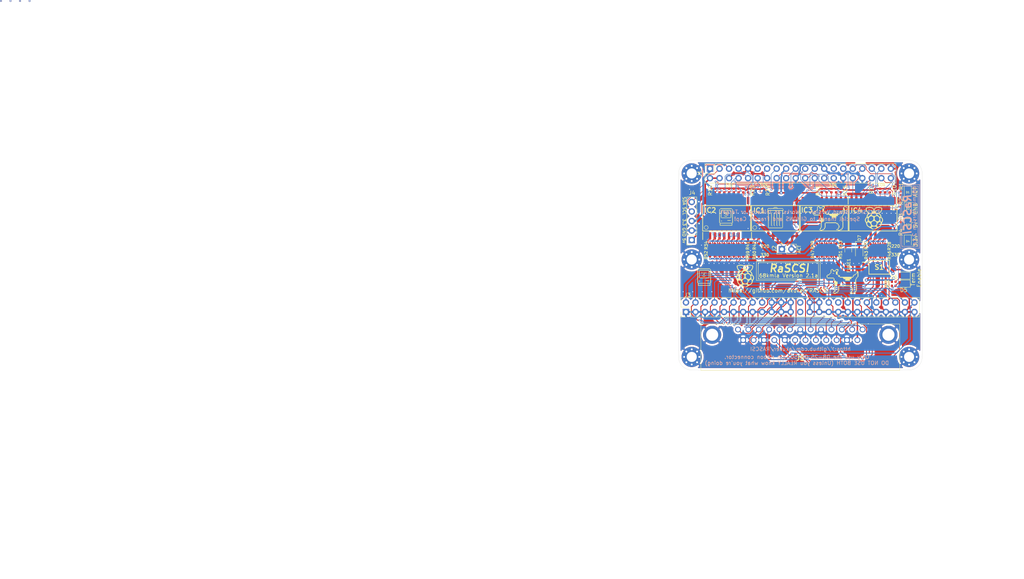
<source format=kicad_pcb>
(kicad_pcb (version 20171130) (host pcbnew "(5.1.6)-1")
  (layers (0 Top signal) (31 Bottom signal) (34 B.Paste user) (35 F.Paste user) (36 B.SilkS user) (37 F.SilkS user) (38 B.Mask user) (39 F.Mask user) (44 Edge.Cuts user))
  (net 0 "")
  (net 1 GND)
  (net 2 +3V3)
  (net 3 +5V)
  (net 4 C-REQ)
  (net 5 C-MSG)
  (net 6 C-BSY)
  (net 7 C-SEL)
  (net 8 C-RST)
  (net 9 C-ACK)
  (net 10 C-ATN)
  (net 11 C-DP)
  (net 12 C-D0)
  (net 13 C-D1)
  (net 14 C-D2)
  (net 15 C-D3)
  (net 16 C-D4)
  (net 17 C-D5)
  (net 18 C-D6)
  (net 19 C-D7)
  (net 20 C-I_O)
  (net 21 C-C_D)
  (net 22 TERMPOW)
  (net 23 "Net-(J3-Pad34)")
  (net 24 "Net-(J3-Pad26)")
  (net 25 "Net-(J3-Pad25)")
  (net 26 PI-D7)
  (net 27 PI-D6)
  (net 28 PI-D5)
  (net 29 PI-D4)
  (net 30 PI-D3)
  (net 31 PI-D2)
  (net 32 PI-D1)
  (net 33 PI-D0)
  (net 34 PI-DP)
  (net 35 PI-BSY)
  (net 36 PI-MSG)
  (net 37 PI-C_D)
  (net 38 PI-REQ)
  (net 39 PI-I_O)
  (net 40 PI-ATN)
  (net 41 PI-ACK)
  (net 42 PI-RST)
  (net 43 PI-SEL)
  (net 44 "Net-(J1-Pad28)")
  (net 45 "Net-(J1-Pad27)")
  (net 46 "Net-(J1-Pad21)")
  (net 47 "Net-(D2-Pad2)")
  (net 48 "Net-(D3-Pad2)")
  (net 49 "Net-(D4-Pad2)")
  (net 50 "Net-(D5-Pad2)")
  (net 51 DBG_LED)
  (net 52 PI_SCL)
  (net 53 PI_SDA)
  (net 54 PI-ACT)
  (net 55 "Net-(D6-Pad2)")
  (net 56 /TERM_GND)
  (net 57 /TERM_5v)
  (net 58 PI-IND)
  (net 59 PI-TAD)
  (net 60 PI-DTD)
  (net 61 "Net-(D1-Pad2)")
  (net 62 "Net-(D7-Pad1)")
  (module SamacSys_Parts:L717SDB25PA4CH4F (layer Top) (at 190.3515 87.6705)
    (fp_text reference J5 (at 16.62 7.67) (layer F.SilkS) (effects (font (size 1.27 1.27) (thickness 0.254))))
    (fp_text value L717SDB25PA4CH4F hide)
    (pad MH2 thru_hole circle (at 40.14 1.42) (size 4.845 4.845) (drill 3.23) (layers *.Cu *.Mask) (net 1 GND))
    (pad MH1 thru_hole circle (at -6.9 1.42) (size 4.845 4.845) (drill 3.23) (layers *.Cu *.Mask) (net 1 GND))
    (pad 25 thru_hole circle (at 31.855 2.84) (size 1.545 1.545) (drill 1.03) (layers *.Cu *.Mask) (net 22 TERMPOW))
    (pad 24 thru_hole circle (at 29.085 2.84) (size 1.545 1.545) (drill 1.03) (layers *.Cu *.Mask) (net 1 GND))
    (pad 23 thru_hole circle (at 26.315 2.84) (size 1.545 1.545) (drill 1.03) (layers *.Cu *.Mask) (net 16 C-D4))
    (pad 22 thru_hole circle (at 23.545 2.84) (size 1.545 1.545) (drill 1.03) (layers *.Cu *.Mask) (net 14 C-D2))
    (pad 21 thru_hole circle (at 20.775 2.84) (size 1.545 1.545) (drill 1.03) (layers *.Cu *.Mask) (net 13 C-D1))
    (pad 20 thru_hole circle (at 18.005 2.84) (size 1.545 1.545) (drill 1.03) (layers *.Cu *.Mask) (net 11 C-DP))
    (pad 19 thru_hole circle (at 15.235 2.84) (size 1.545 1.545) (drill 1.03) (layers *.Cu *.Mask) (net 7 C-SEL))
    (pad 18 thru_hole circle (at 12.465 2.84) (size 1.545 1.545) (drill 1.03) (layers *.Cu *.Mask) (net 1 GND))
    (pad 17 thru_hole circle (at 9.695 2.84) (size 1.545 1.545) (drill 1.03) (layers *.Cu *.Mask) (net 10 C-ATN))
    (pad 16 thru_hole circle (at 6.925 2.84) (size 1.545 1.545) (drill 1.03) (layers *.Cu *.Mask) (net 1 GND))
    (pad 15 thru_hole circle (at 4.155 2.84) (size 1.545 1.545) (drill 1.03) (layers *.Cu *.Mask) (net 21 C-C_D))
    (pad 14 thru_hole circle (at 1.385 2.84) (size 1.545 1.545) (drill 1.03) (layers *.Cu *.Mask) (net 1 GND))
    (pad 13 thru_hole circle (at 33.24 0) (size 1.545 1.545) (drill 1.03) (layers *.Cu *.Mask) (net 19 C-D7))
    (pad 12 thru_hole circle (at 30.47 0) (size 1.545 1.545) (drill 1.03) (layers *.Cu *.Mask) (net 18 C-D6))
    (pad 11 thru_hole circle (at 27.7 0) (size 1.545 1.545) (drill 1.03) (layers *.Cu *.Mask) (net 17 C-D5))
    (pad 10 thru_hole circle (at 24.93 0) (size 1.545 1.545) (drill 1.03) (layers *.Cu *.Mask) (net 15 C-D3))
    (pad 9 thru_hole circle (at 22.16 0) (size 1.545 1.545) (drill 1.03) (layers *.Cu *.Mask) (net 1 GND))
    (pad 8 thru_hole circle (at 19.39 0) (size 1.545 1.545) (drill 1.03) (layers *.Cu *.Mask) (net 12 C-D0))
    (pad 7 thru_hole circle (at 16.62 0) (size 1.545 1.545) (drill 1.03) (layers *.Cu *.Mask) (net 1 GND))
    (pad 6 thru_hole circle (at 13.85 0) (size 1.545 1.545) (drill 1.03) (layers *.Cu *.Mask) (net 6 C-BSY))
    (pad 5 thru_hole circle (at 11.08 0) (size 1.545 1.545) (drill 1.03) (layers *.Cu *.Mask) (net 9 C-ACK))
    (pad 4 thru_hole circle (at 8.31 0) (size 1.545 1.545) (drill 1.03) (layers *.Cu *.Mask) (net 8 C-RST))
    (pad 3 thru_hole circle (at 5.54 0) (size 1.545 1.545) (drill 1.03) (layers *.Cu *.Mask) (net 20 C-I_O))
    (pad 2 thru_hole circle (at 2.77 0) (size 1.545 1.545) (drill 1.03) (layers *.Cu *.Mask) (net 5 C-MSG))
    (pad 1 thru_hole circle (at 0 0) (size 1.545 1.545) (drill 1.03) (layers *.Cu *.Mask) (net 4 C-REQ))
  )
  (module SamacSys_Parts:SOIC127P1030X265-20N (layer Top) (at 226.3775 57.9755 270)
    (fp_text reference IC4 (at -2.0955 4.4323 180) (layer F.SilkS) (effects (font (size 1.27 1.27) (thickness 0.254))))
    (fp_text value SN74LS245DW hide)
    (pad 20 smd rect (at 4.725 -5.715) (size 0.65 1.95) (layers Top F.Paste F.Mask) (net 3 +5V))
    (pad 19 smd rect (at 4.725 -4.445) (size 0.65 1.95) (layers Top F.Paste F.Mask) (net 1 GND))
    (pad 18 smd rect (at 4.725 -3.175) (size 0.65 1.95) (layers Top F.Paste F.Mask) (net 7 C-SEL))
    (pad 17 smd rect (at 4.725 -1.905) (size 0.65 1.95) (layers Top F.Paste F.Mask) (net 8 C-RST))
    (pad 16 smd rect (at 4.725 -0.635) (size 0.65 1.95) (layers Top F.Paste F.Mask) (net 9 C-ACK))
    (pad 15 smd rect (at 4.725 0.635) (size 0.65 1.95) (layers Top F.Paste F.Mask) (net 10 C-ATN))
    (pad 14 smd rect (at 4.725 1.905) (size 0.65 1.95) (layers Top F.Paste F.Mask) (net 1 GND))
    (pad 13 smd rect (at 4.725 3.175) (size 0.65 1.95) (layers Top F.Paste F.Mask) (net 1 GND))
    (pad 12 smd rect (at 4.725 4.445) (size 0.65 1.95) (layers Top F.Paste F.Mask) (net 1 GND))
    (pad 11 smd rect (at 4.725 5.715) (size 0.65 1.95) (layers Top F.Paste F.Mask) (net 1 GND))
    (pad 10 smd rect (at -4.725 5.715) (size 0.65 1.95) (layers Top F.Paste F.Mask) (net 1 GND))
    (pad 9 smd rect (at -4.725 4.445) (size 0.65 1.95) (layers Top F.Paste F.Mask) (net 1 GND))
    (pad 8 smd rect (at -4.725 3.175) (size 0.65 1.95) (layers Top F.Paste F.Mask) (net 1 GND))
    (pad 7 smd rect (at -4.725 1.905) (size 0.65 1.95) (layers Top F.Paste F.Mask) (net 1 GND))
    (pad 6 smd rect (at -4.725 0.635) (size 0.65 1.95) (layers Top F.Paste F.Mask) (net 1 GND))
    (pad 5 smd rect (at -4.725 -0.635) (size 0.65 1.95) (layers Top F.Paste F.Mask) (net 40 PI-ATN))
    (pad 4 smd rect (at -4.725 -1.905) (size 0.65 1.95) (layers Top F.Paste F.Mask) (net 41 PI-ACK))
    (pad 3 smd rect (at -4.725 -3.175) (size 0.65 1.95) (layers Top F.Paste F.Mask) (net 42 PI-RST))
    (pad 2 smd rect (at -4.725 -4.445) (size 0.65 1.95) (layers Top F.Paste F.Mask) (net 43 PI-SEL))
    (pad 1 smd rect (at -4.725 -5.715) (size 0.65 1.95) (layers Top F.Paste F.Mask) (net 58 PI-IND))
  )
  (module SamacSys_Parts:SOIC127P1030X265-20N (layer Top) (at 213.36 57.9755 270)
    (fp_text reference IC3 (at -2.1971 4.6228 180) (layer F.SilkS) (effects (font (size 1.27 1.27) (thickness 0.254))))
    (fp_text value SN74LS245DW hide)
    (pad 20 smd rect (at 4.725 -5.715) (size 0.65 1.95) (layers Top F.Paste F.Mask) (net 3 +5V))
    (pad 19 smd rect (at 4.725 -4.445) (size 0.65 1.95) (layers Top F.Paste F.Mask) (net 1 GND))
    (pad 18 smd rect (at 4.725 -3.175) (size 0.65 1.95) (layers Top F.Paste F.Mask) (net 20 C-I_O))
    (pad 17 smd rect (at 4.725 -1.905) (size 0.65 1.95) (layers Top F.Paste F.Mask) (net 4 C-REQ))
    (pad 16 smd rect (at 4.725 -0.635) (size 0.65 1.95) (layers Top F.Paste F.Mask) (net 21 C-C_D))
    (pad 15 smd rect (at 4.725 0.635) (size 0.65 1.95) (layers Top F.Paste F.Mask) (net 5 C-MSG))
    (pad 14 smd rect (at 4.725 1.905) (size 0.65 1.95) (layers Top F.Paste F.Mask) (net 6 C-BSY))
    (pad 13 smd rect (at 4.725 3.175) (size 0.65 1.95) (layers Top F.Paste F.Mask) (net 1 GND))
    (pad 12 smd rect (at 4.725 4.445) (size 0.65 1.95) (layers Top F.Paste F.Mask) (net 1 GND))
    (pad 11 smd rect (at 4.725 5.715) (size 0.65 1.95) (layers Top F.Paste F.Mask) (net 1 GND))
    (pad 10 smd rect (at -4.725 5.715) (size 0.65 1.95) (layers Top F.Paste F.Mask) (net 1 GND))
    (pad 9 smd rect (at -4.725 4.445) (size 0.65 1.95) (layers Top F.Paste F.Mask) (net 1 GND))
    (pad 8 smd rect (at -4.725 3.175) (size 0.65 1.95) (layers Top F.Paste F.Mask) (net 1 GND))
    (pad 7 smd rect (at -4.725 1.905) (size 0.65 1.95) (layers Top F.Paste F.Mask) (net 1 GND))
    (pad 6 smd rect (at -4.725 0.635) (size 0.65 1.95) (layers Top F.Paste F.Mask) (net 35 PI-BSY))
    (pad 5 smd rect (at -4.725 -0.635) (size 0.65 1.95) (layers Top F.Paste F.Mask) (net 36 PI-MSG))
    (pad 4 smd rect (at -4.725 -1.905) (size 0.65 1.95) (layers Top F.Paste F.Mask) (net 37 PI-C_D))
    (pad 3 smd rect (at -4.725 -3.175) (size 0.65 1.95) (layers Top F.Paste F.Mask) (net 38 PI-REQ))
    (pad 2 smd rect (at -4.725 -4.445) (size 0.65 1.95) (layers Top F.Paste F.Mask) (net 39 PI-I_O))
    (pad 1 smd rect (at -4.725 -5.715) (size 0.65 1.95) (layers Top F.Paste F.Mask) (net 59 PI-TAD))
  )
  (module SamacSys_Parts:SOIC127P1030X265-20N (layer Top) (at 187.325 57.9755 90)
    (fp_text reference IC2 (at 2.1463 -4.3942 180) (layer F.SilkS) (effects (font (size 1.27 1.27) (thickness 0.254))))
    (fp_text value SN74LS245DW hide)
    (pad 20 smd rect (at 4.725 -5.715 180) (size 0.65 1.95) (layers Top F.Paste F.Mask) (net 3 +5V))
    (pad 19 smd rect (at 4.725 -4.445 180) (size 0.65 1.95) (layers Top F.Paste F.Mask) (net 1 GND))
    (pad 18 smd rect (at 4.725 -3.175 180) (size 0.65 1.95) (layers Top F.Paste F.Mask) (net 26 PI-D7))
    (pad 17 smd rect (at 4.725 -1.905 180) (size 0.65 1.95) (layers Top F.Paste F.Mask) (net 27 PI-D6))
    (pad 16 smd rect (at 4.725 -0.635 180) (size 0.65 1.95) (layers Top F.Paste F.Mask) (net 28 PI-D5))
    (pad 15 smd rect (at 4.725 0.635 180) (size 0.65 1.95) (layers Top F.Paste F.Mask) (net 29 PI-D4))
    (pad 14 smd rect (at 4.725 1.905 180) (size 0.65 1.95) (layers Top F.Paste F.Mask) (net 30 PI-D3))
    (pad 13 smd rect (at 4.725 3.175 180) (size 0.65 1.95) (layers Top F.Paste F.Mask) (net 31 PI-D2))
    (pad 12 smd rect (at 4.725 4.445 180) (size 0.65 1.95) (layers Top F.Paste F.Mask) (net 32 PI-D1))
    (pad 11 smd rect (at 4.725 5.715 180) (size 0.65 1.95) (layers Top F.Paste F.Mask) (net 33 PI-D0))
    (pad 10 smd rect (at -4.725 5.715 180) (size 0.65 1.95) (layers Top F.Paste F.Mask) (net 1 GND))
    (pad 9 smd rect (at -4.725 4.445 180) (size 0.65 1.95) (layers Top F.Paste F.Mask) (net 12 C-D0))
    (pad 8 smd rect (at -4.725 3.175 180) (size 0.65 1.95) (layers Top F.Paste F.Mask) (net 13 C-D1))
    (pad 7 smd rect (at -4.725 1.905 180) (size 0.65 1.95) (layers Top F.Paste F.Mask) (net 14 C-D2))
    (pad 6 smd rect (at -4.725 0.635 180) (size 0.65 1.95) (layers Top F.Paste F.Mask) (net 15 C-D3))
    (pad 5 smd rect (at -4.725 -0.635 180) (size 0.65 1.95) (layers Top F.Paste F.Mask) (net 16 C-D4))
    (pad 4 smd rect (at -4.725 -1.905 180) (size 0.65 1.95) (layers Top F.Paste F.Mask) (net 17 C-D5))
    (pad 3 smd rect (at -4.725 -3.175 180) (size 0.65 1.95) (layers Top F.Paste F.Mask) (net 18 C-D6))
    (pad 2 smd rect (at -4.725 -4.445 180) (size 0.65 1.95) (layers Top F.Paste F.Mask) (net 19 C-D7))
    (pad 1 smd rect (at -4.725 -5.715 180) (size 0.65 1.95) (layers Top F.Paste F.Mask) (net 60 PI-DTD))
  )
  (module SamacSys_Parts:SOIC127P1030X265-20N (layer Top) (at 200.3425 57.9755 90)
    (fp_text reference IC1 (at 2.0955 -4.3561 180) (layer F.SilkS) (effects (font (size 1.27 1.27) (thickness 0.254))))
    (fp_text value SN74LS245DW hide)
    (pad 20 smd rect (at 4.725 -5.715 180) (size 0.65 1.95) (layers Top F.Paste F.Mask) (net 3 +5V))
    (pad 19 smd rect (at 4.725 -4.445 180) (size 0.65 1.95) (layers Top F.Paste F.Mask) (net 1 GND))
    (pad 18 smd rect (at 4.725 -3.175 180) (size 0.65 1.95) (layers Top F.Paste F.Mask) (net 34 PI-DP))
    (pad 17 smd rect (at 4.725 -1.905 180) (size 0.65 1.95) (layers Top F.Paste F.Mask) (net 1 GND))
    (pad 16 smd rect (at 4.725 -0.635 180) (size 0.65 1.95) (layers Top F.Paste F.Mask) (net 1 GND))
    (pad 15 smd rect (at 4.725 0.635 180) (size 0.65 1.95) (layers Top F.Paste F.Mask) (net 1 GND))
    (pad 14 smd rect (at 4.725 1.905 180) (size 0.65 1.95) (layers Top F.Paste F.Mask) (net 1 GND))
    (pad 13 smd rect (at 4.725 3.175 180) (size 0.65 1.95) (layers Top F.Paste F.Mask) (net 1 GND))
    (pad 12 smd rect (at 4.725 4.445 180) (size 0.65 1.95) (layers Top F.Paste F.Mask) (net 1 GND))
    (pad 11 smd rect (at 4.725 5.715 180) (size 0.65 1.95) (layers Top F.Paste F.Mask) (net 1 GND))
    (pad 10 smd rect (at -4.725 5.715 180) (size 0.65 1.95) (layers Top F.Paste F.Mask) (net 1 GND))
    (pad 9 smd rect (at -4.725 4.445 180) (size 0.65 1.95) (layers Top F.Paste F.Mask) (net 1 GND))
    (pad 8 smd rect (at -4.725 3.175 180) (size 0.65 1.95) (layers Top F.Paste F.Mask) (net 1 GND))
    (pad 7 smd rect (at -4.725 1.905 180) (size 0.65 1.95) (layers Top F.Paste F.Mask) (net 1 GND))
    (pad 6 smd rect (at -4.725 0.635 180) (size 0.65 1.95) (layers Top F.Paste F.Mask) (net 1 GND))
    (pad 5 smd rect (at -4.725 -0.635 180) (size 0.65 1.95) (layers Top F.Paste F.Mask) (net 1 GND))
    (pad 4 smd rect (at -4.725 -1.905 180) (size 0.65 1.95) (layers Top F.Paste F.Mask) (net 1 GND))
    (pad 3 smd rect (at -4.725 -3.175 180) (size 0.65 1.95) (layers Top F.Paste F.Mask) (net 1 GND))
    (pad 2 smd rect (at -4.725 -4.445 180) (size 0.65 1.95) (layers Top F.Paste F.Mask) (net 11 C-DP))
    (pad 1 smd rect (at -4.725 -5.715 180) (size 0.65 1.95) (layers Top F.Paste F.Mask) (net 60 PI-DTD))
  )
  (module Resistor_SMD:R_0402_1005Metric (layer Top) (at 233.807 63.7285 270)
    (fp_text reference R4 (at -2.0065 0 90) (layer F.SilkS))
    (fp_text value 68)
    (pad 2 smd roundrect (at 0.485 0 270) (size 0.59 0.64) (layers Top F.Paste F.Mask) (net 49 "Net-(D4-Pad2)"))
    (pad 1 smd roundrect (at -0.485 0 270) (size 0.59 0.64) (layers Top F.Paste F.Mask) (net 2 +3V3))
  )
  (module Resistor_SMD:R_0402_1005Metric (layer Top) (at 233.807 55.422833 270)
    (fp_text reference R2 (at -1.955833 -0.0635 90) (layer F.SilkS))
    (fp_text value 68)
    (pad 2 smd roundrect (at 0.485 0 270) (size 0.59 0.64) (layers Top F.Paste F.Mask) (net 47 "Net-(D2-Pad2)"))
    (pad 1 smd roundrect (at -0.485 0 270) (size 0.59 0.64) (layers Top F.Paste F.Mask) (net 51 DBG_LED))
  )
  (module Resistor_SMD:R_0402_1005Metric (layer Top) (at 233.807 51.27 270)
    (fp_text reference R1 (at -1.867 -0.0635 90) (layer F.SilkS))
    (fp_text value 68)
    (pad 2 smd roundrect (at 0.485 0 270) (size 0.59 0.64) (layers Top F.Paste F.Mask) (net 61 "Net-(D1-Pad2)"))
    (pad 1 smd roundrect (at -0.485 0 270) (size 0.59 0.64) (layers Top F.Paste F.Mask) (net 54 PI-ACT))
  )
  (module Connector_PinHeader_2.54mm:PinHeader_2x25_P2.54mm_Vertical (layer Top) (at 176.4665 82.9945 90)
    (fp_text reference J3 (at 4.5085 0.4445 180) (layer F.SilkS))
    (fp_text value Conn_02x25_Odd_Even)
    (pad 50 thru_hole oval (at 2.54 60.96 90) (size 1.7 1.7) (drill 1) (layers *.Cu *.Mask) (net 20 C-I_O))
    (pad 49 thru_hole oval (at 0 60.96 90) (size 1.7 1.7) (drill 1) (layers *.Cu *.Mask) (net 1 GND))
    (pad 48 thru_hole oval (at 2.54 58.42 90) (size 1.7 1.7) (drill 1) (layers *.Cu *.Mask) (net 4 C-REQ))
    (pad 47 thru_hole oval (at 0 58.42 90) (size 1.7 1.7) (drill 1) (layers *.Cu *.Mask) (net 1 GND))
    (pad 46 thru_hole oval (at 2.54 55.88 90) (size 1.7 1.7) (drill 1) (layers *.Cu *.Mask) (net 21 C-C_D))
    (pad 45 thru_hole oval (at 0 55.88 90) (size 1.7 1.7) (drill 1) (layers *.Cu *.Mask) (net 1 GND))
    (pad 44 thru_hole oval (at 2.54 53.34 90) (size 1.7 1.7) (drill 1) (layers *.Cu *.Mask) (net 7 C-SEL))
    (pad 43 thru_hole oval (at 0 53.34 90) (size 1.7 1.7) (drill 1) (layers *.Cu *.Mask) (net 1 GND))
    (pad 42 thru_hole oval (at 2.54 50.8 90) (size 1.7 1.7) (drill 1) (layers *.Cu *.Mask) (net 5 C-MSG))
    (pad 41 thru_hole oval (at 0 50.8 90) (size 1.7 1.7) (drill 1) (layers *.Cu *.Mask) (net 1 GND))
    (pad 40 thru_hole oval (at 2.54 48.26 90) (size 1.7 1.7) (drill 1) (layers *.Cu *.Mask) (net 8 C-RST))
    (pad 39 thru_hole oval (at 0 48.26 90) (size 1.7 1.7) (drill 1) (layers *.Cu *.Mask) (net 1 GND))
    (pad 38 thru_hole oval (at 2.54 45.72 90) (size 1.7 1.7) (drill 1) (layers *.Cu *.Mask) (net 9 C-ACK))
    (pad 37 thru_hole oval (at 0 45.72 90) (size 1.7 1.7) (drill 1) (layers *.Cu *.Mask) (net 1 GND))
    (pad 36 thru_hole oval (at 2.54 43.18 90) (size 1.7 1.7) (drill 1) (layers *.Cu *.Mask) (net 6 C-BSY))
    (pad 35 thru_hole oval (at 0 43.18 90) (size 1.7 1.7) (drill 1) (layers *.Cu *.Mask) (net 1 GND))
    (pad 34 thru_hole oval (at 2.54 40.64 90) (size 1.7 1.7) (drill 1) (layers *.Cu *.Mask) (net 23 "Net-(J3-Pad34)"))
    (pad 33 thru_hole oval (at 0 40.64 90) (size 1.7 1.7) (drill 1) (layers *.Cu *.Mask) (net 1 GND))
    (pad 32 thru_hole oval (at 2.54 38.1 90) (size 1.7 1.7) (drill 1) (layers *.Cu *.Mask) (net 10 C-ATN))
    (pad 31 thru_hole oval (at 0 38.1 90) (size 1.7 1.7) (drill 1) (layers *.Cu *.Mask) (net 1 GND))
    (pad 30 thru_hole oval (at 2.54 35.56 90) (size 1.7 1.7) (drill 1) (layers *.Cu *.Mask) (net 1 GND))
    (pad 29 thru_hole oval (at 0 35.56 90) (size 1.7 1.7) (drill 1) (layers *.Cu *.Mask) (net 1 GND))
    (pad 28 thru_hole oval (at 2.54 33.02 90) (size 1.7 1.7) (drill 1) (layers *.Cu *.Mask) (net 1 GND))
    (pad 27 thru_hole oval (at 0 33.02 90) (size 1.7 1.7) (drill 1) (layers *.Cu *.Mask) (net 1 GND))
    (pad 26 thru_hole oval (at 2.54 30.48 90) (size 1.7 1.7) (drill 1) (layers *.Cu *.Mask) (net 24 "Net-(J3-Pad26)"))
    (pad 25 thru_hole oval (at 0 30.48 90) (size 1.7 1.7) (drill 1) (layers *.Cu *.Mask) (net 25 "Net-(J3-Pad25)"))
    (pad 24 thru_hole oval (at 2.54 27.94 90) (size 1.7 1.7) (drill 1) (layers *.Cu *.Mask) (net 1 GND))
    (pad 23 thru_hole oval (at 0 27.94 90) (size 1.7 1.7) (drill 1) (layers *.Cu *.Mask) (net 1 GND))
    (pad 22 thru_hole oval (at 2.54 25.4 90) (size 1.7 1.7) (drill 1) (layers *.Cu *.Mask) (net 1 GND))
    (pad 21 thru_hole oval (at 0 25.4 90) (size 1.7 1.7) (drill 1) (layers *.Cu *.Mask) (net 1 GND))
    (pad 20 thru_hole oval (at 2.54 22.86 90) (size 1.7 1.7) (drill 1) (layers *.Cu *.Mask) (net 1 GND))
    (pad 19 thru_hole oval (at 0 22.86 90) (size 1.7 1.7) (drill 1) (layers *.Cu *.Mask) (net 1 GND))
    (pad 18 thru_hole oval (at 2.54 20.32 90) (size 1.7 1.7) (drill 1) (layers *.Cu *.Mask) (net 11 C-DP))
    (pad 17 thru_hole oval (at 0 20.32 90) (size 1.7 1.7) (drill 1) (layers *.Cu *.Mask) (net 1 GND))
    (pad 16 thru_hole oval (at 2.54 17.78 90) (size 1.7 1.7) (drill 1) (layers *.Cu *.Mask) (net 19 C-D7))
    (pad 15 thru_hole oval (at 0 17.78 90) (size 1.7 1.7) (drill 1) (layers *.Cu *.Mask) (net 1 GND))
    (pad 14 thru_hole oval (at 2.54 15.24 90) (size 1.7 1.7) (drill 1) (layers *.Cu *.Mask) (net 18 C-D6))
    (pad 13 thru_hole oval (at 0 15.24 90) (size 1.7 1.7) (drill 1) (layers *.Cu *.Mask) (net 1 GND))
    (pad 12 thru_hole oval (at 2.54 12.7 90) (size 1.7 1.7) (drill 1) (layers *.Cu *.Mask) (net 17 C-D5))
    (pad 11 thru_hole oval (at 0 12.7 90) (size 1.7 1.7) (drill 1) (layers *.Cu *.Mask) (net 1 GND))
    (pad 10 thru_hole oval (at 2.54 10.16 90) (size 1.7 1.7) (drill 1) (layers *.Cu *.Mask) (net 16 C-D4))
    (pad 9 thru_hole oval (at 0 10.16 90) (size 1.7 1.7) (drill 1) (layers *.Cu *.Mask) (net 1 GND))
    (pad 8 thru_hole oval (at 2.54 7.62 90) (size 1.7 1.7) (drill 1) (layers *.Cu *.Mask) (net 15 C-D3))
    (pad 7 thru_hole oval (at 0 7.62 90) (size 1.7 1.7) (drill 1) (layers *.Cu *.Mask) (net 1 GND))
    (pad 6 thru_hole oval (at 2.54 5.08 90) (size 1.7 1.7) (drill 1) (layers *.Cu *.Mask) (net 14 C-D2))
    (pad 5 thru_hole oval (at 0 5.08 90) (size 1.7 1.7) (drill 1) (layers *.Cu *.Mask) (net 1 GND))
    (pad 4 thru_hole oval (at 2.54 2.54 90) (size 1.7 1.7) (drill 1) (layers *.Cu *.Mask) (net 13 C-D1))
    (pad 3 thru_hole oval (at 0 2.54 90) (size 1.7 1.7) (drill 1) (layers *.Cu *.Mask) (net 1 GND))
    (pad 2 thru_hole oval (at 2.54 0 90) (size 1.7 1.7) (drill 1) (layers *.Cu *.Mask) (net 12 C-D0))
    (pad 1 thru_hole rect (at 0 0 90) (size 1.7 1.7) (drill 1) (layers *.Cu *.Mask) (net 1 GND))
  )
  (module Connector_PinHeader_2.54mm:PinHeader_1x02_P2.54mm_Vertical (layer Top) (at 202.057 66.2305 90)
    (fp_text reference J2 (at 0.127 -2.032 90) (layer F.SilkS))
    (fp_text value Conn_01x02_Male)
    (pad 2 thru_hole oval (at 0 2.54 90) (size 1.7 1.7) (drill 1) (layers *.Cu *.Mask) (net 1 GND))
    (pad 1 thru_hole rect (at 0 0 90) (size 1.7 1.7) (drill 1) (layers *.Cu *.Mask) (net 54 PI-ACT))
  )
  (module SamacSys_Parts:mac_happy_small (layer Top) (at 181.356 73.66)
    (fp_text reference X3 hide)
    (fp_text value Mac2 hide)
  )
  (module SamacSys_Parts:pi_logo (layer Top) (at 192.2145 73.406)
    (fp_text reference X7 hide)
    (fp_text value Pi hide)
  )
  (module SamacSys_Parts:mac_trashcan (layer Top) (at 200.3425 57.9755)
    (fp_text reference X6 hide)
    (fp_text value "Mac Trashcan" hide)
  )
  (module SamacSys_Parts:dogcow (layer Top) (at 214.63 58.039)
    (fp_text reference X5 hide)
    (fp_text value Dogcow2 hide)
  )
  (module SamacSys_Parts:pi_logo (layer Top) (at 226.6315 57.9755)
    (fp_text reference X4 hide)
    (fp_text value "Raspberry Pi" hide)
  )
  (module SamacSys_Parts:dogcow (layer Top) (at 218.2495 74.8665)
    (fp_text reference X2 hide)
    (fp_text value Dogcow hide)
  )
  (module SamacSys_Parts:mac_happy_small (layer Top) (at 187.198 57.5945)
    (fp_text reference X1 hide)
    (fp_text value Mac hide)
  )
  (module Resistor_SMD:R_0402_1005Metric (layer Top) (at 195.8975 67.6275 90)
    (fp_text reference R60 (at -0.1905 -1.17 90) (layer F.SilkS) (effects (font (size 0.8 0.8))))
    (fp_text value 330)
    (pad 2 smd roundrect (at 0.485 0 90) (size 0.59 0.64) (layers Top F.Paste F.Mask) (net 11 C-DP))
    (pad 1 smd roundrect (at -0.485 0 90) (size 0.59 0.64) (layers Top F.Paste F.Mask) (net 56 /TERM_GND))
  )
  (module Resistor_SMD:R_0402_1005Metric (layer Top) (at 191.77 67.6275 90)
    (fp_text reference R59 (at -0.1905 1.2065 90) (layer F.SilkS) (effects (font (size 0.8 0.8))))
    (fp_text value 330)
    (pad 2 smd roundrect (at 0.485 0 90) (size 0.59 0.64) (layers Top F.Paste F.Mask) (net 12 C-D0))
    (pad 1 smd roundrect (at -0.485 0 90) (size 0.59 0.64) (layers Top F.Paste F.Mask) (net 56 /TERM_GND))
  )
  (module Resistor_SMD:R_0402_1005Metric (layer Top) (at 190.5 67.6275 90)
    (fp_text reference R58)
    (fp_text value 330)
    (pad 2 smd roundrect (at 0.485 0 90) (size 0.59 0.64) (layers Top F.Paste F.Mask) (net 13 C-D1))
    (pad 1 smd roundrect (at -0.485 0 90) (size 0.59 0.64) (layers Top F.Paste F.Mask) (net 56 /TERM_GND))
  )
  (module Resistor_SMD:R_0402_1005Metric (layer Top) (at 189.23 67.6275 90)
    (fp_text reference R57)
    (fp_text value 330)
    (pad 2 smd roundrect (at 0.485 0 90) (size 0.59 0.64) (layers Top F.Paste F.Mask) (net 14 C-D2))
    (pad 1 smd roundrect (at -0.485 0 90) (size 0.59 0.64) (layers Top F.Paste F.Mask) (net 56 /TERM_GND))
  )
  (module Resistor_SMD:R_0402_1005Metric (layer Top) (at 187.96 67.6275 90)
    (fp_text reference R56)
    (fp_text value 330)
    (pad 2 smd roundrect (at 0.485 0 90) (size 0.59 0.64) (layers Top F.Paste F.Mask) (net 15 C-D3))
    (pad 1 smd roundrect (at -0.485 0 90) (size 0.59 0.64) (layers Top F.Paste F.Mask) (net 56 /TERM_GND))
  )
  (module Resistor_SMD:R_0402_1005Metric (layer Top) (at 186.69 67.6275 90)
    (fp_text reference R55)
    (fp_text value 330)
    (pad 2 smd roundrect (at 0.485 0 90) (size 0.59 0.64) (layers Top F.Paste F.Mask) (net 16 C-D4))
    (pad 1 smd roundrect (at -0.485 0 90) (size 0.59 0.64) (layers Top F.Paste F.Mask) (net 56 /TERM_GND))
  )
  (module Resistor_SMD:R_0402_1005Metric (layer Top) (at 185.42 67.6275 90)
    (fp_text reference R54)
    (fp_text value 330)
    (pad 2 smd roundrect (at 0.485 0 90) (size 0.59 0.64) (layers Top F.Paste F.Mask) (net 17 C-D5))
    (pad 1 smd roundrect (at -0.485 0 90) (size 0.59 0.64) (layers Top F.Paste F.Mask) (net 56 /TERM_GND))
  )
  (module Resistor_SMD:R_0402_1005Metric (layer Top) (at 184.15 67.6275 90)
    (fp_text reference R53)
    (fp_text value 330)
    (pad 2 smd roundrect (at 0.485 0 90) (size 0.59 0.64) (layers Top F.Paste F.Mask) (net 18 C-D6))
    (pad 1 smd roundrect (at -0.485 0 90) (size 0.59 0.64) (layers Top F.Paste F.Mask) (net 56 /TERM_GND))
  )
  (module Resistor_SMD:R_0402_1005Metric (layer Top) (at 182.88 67.6275 90)
    (fp_text reference R52 (at -0.1905 -1.0795 90) (layer F.SilkS) (effects (font (size 0.8 0.8))))
    (fp_text value 330)
    (pad 2 smd roundrect (at 0.485 0 90) (size 0.59 0.64) (layers Top F.Paste F.Mask) (net 19 C-D7))
    (pad 1 smd roundrect (at -0.485 0 90) (size 0.59 0.64) (layers Top F.Paste F.Mask) (net 56 /TERM_GND))
  )
  (module Resistor_SMD:R_0402_1005Metric (layer Top) (at 216.535 67.6275 90)
    (fp_text reference R51 (at -0.127 1.143 90) (layer F.SilkS) (effects (font (size 0.8 0.8))))
    (fp_text value 330)
    (pad 2 smd roundrect (at 0.485 0 90) (size 0.59 0.64) (layers Top F.Paste F.Mask) (net 20 C-I_O))
    (pad 1 smd roundrect (at -0.485 0 90) (size 0.59 0.64) (layers Top F.Paste F.Mask) (net 56 /TERM_GND))
  )
  (module Resistor_SMD:R_0402_1005Metric (layer Top) (at 215.265 67.6275 90)
    (fp_text reference R50)
    (fp_text value 330)
    (pad 2 smd roundrect (at 0.485 0 90) (size 0.59 0.64) (layers Top F.Paste F.Mask) (net 4 C-REQ))
    (pad 1 smd roundrect (at -0.485 0 90) (size 0.59 0.64) (layers Top F.Paste F.Mask) (net 56 /TERM_GND))
  )
  (module Resistor_SMD:R_0402_1005Metric (layer Top) (at 213.995 67.6275 90)
    (fp_text reference R49)
    (fp_text value 330)
    (pad 2 smd roundrect (at 0.485 0 90) (size 0.59 0.64) (layers Top F.Paste F.Mask) (net 21 C-C_D))
    (pad 1 smd roundrect (at -0.485 0 90) (size 0.59 0.64) (layers Top F.Paste F.Mask) (net 56 /TERM_GND))
  )
  (module Resistor_SMD:R_0402_1005Metric (layer Top) (at 212.725 67.6275 90)
    (fp_text reference R48)
    (fp_text value 330)
    (pad 2 smd roundrect (at 0.485 0 90) (size 0.59 0.64) (layers Top F.Paste F.Mask) (net 5 C-MSG))
    (pad 1 smd roundrect (at -0.485 0 90) (size 0.59 0.64) (layers Top F.Paste F.Mask) (net 56 /TERM_GND))
  )
  (module Resistor_SMD:R_0402_1005Metric (layer Top) (at 211.455 67.6275 90)
    (fp_text reference R47 (at 0 -1.17 90) (layer F.SilkS) (effects (font (size 0.8 0.8))))
    (fp_text value 330)
    (pad 2 smd roundrect (at 0.485 0 90) (size 0.59 0.64) (layers Top F.Paste F.Mask) (net 6 C-BSY))
    (pad 1 smd roundrect (at -0.485 0 90) (size 0.59 0.64) (layers Top F.Paste F.Mask) (net 56 /TERM_GND))
  )
  (module Resistor_SMD:R_0402_1005Metric (layer Top) (at 229.5525 67.802501 90)
    (fp_text reference R46 (at -0.015499 1.2065 90) (layer F.SilkS) (effects (font (size 0.8 0.8))))
    (fp_text value 330)
    (pad 2 smd roundrect (at 0.485 0 90) (size 0.59 0.64) (layers Top F.Paste F.Mask) (net 7 C-SEL))
    (pad 1 smd roundrect (at -0.485 0 90) (size 0.59 0.64) (layers Top F.Paste F.Mask) (net 56 /TERM_GND))
  )
  (module Resistor_SMD:R_0402_1005Metric (layer Top) (at 228.2825 67.802501 90)
    (fp_text reference R45)
    (fp_text value 330)
    (pad 2 smd roundrect (at 0.485 0 90) (size 0.59 0.64) (layers Top F.Paste F.Mask) (net 8 C-RST))
    (pad 1 smd roundrect (at -0.485 0 90) (size 0.59 0.64) (layers Top F.Paste F.Mask) (net 56 /TERM_GND))
  )
  (module Resistor_SMD:R_0402_1005Metric (layer Top) (at 227.0125 67.802501 90)
    (fp_text reference R44)
    (fp_text value 330)
    (pad 2 smd roundrect (at 0.485 0 90) (size 0.59 0.64) (layers Top F.Paste F.Mask) (net 9 C-ACK))
    (pad 1 smd roundrect (at -0.485 0 90) (size 0.59 0.64) (layers Top F.Paste F.Mask) (net 56 /TERM_GND))
  )
  (module Resistor_SMD:R_0402_1005Metric (layer Top) (at 225.7425 67.802501 90)
    (fp_text reference R43 (at 0 -1.17 90) (layer F.SilkS) (effects (font (size 0.8 0.8))))
    (fp_text value 330)
    (pad 2 smd roundrect (at 0.485 0 90) (size 0.59 0.64) (layers Top F.Paste F.Mask) (net 10 C-ATN))
    (pad 1 smd roundrect (at -0.485 0 90) (size 0.59 0.64) (layers Top F.Paste F.Mask) (net 56 /TERM_GND))
  )
  (module Resistor_SMD:R_0402_1005Metric (layer Top) (at 195.8975 65.278 270)
    (fp_text reference R42 (at 0 1.143 90) (layer F.SilkS) (effects (font (size 0.8 0.8))))
    (fp_text value 220)
    (pad 2 smd roundrect (at 0.485 0 270) (size 0.59 0.64) (layers Top F.Paste F.Mask) (net 11 C-DP))
    (pad 1 smd roundrect (at -0.485 0 270) (size 0.59 0.64) (layers Top F.Paste F.Mask) (net 57 /TERM_5v))
  )
  (module Resistor_SMD:R_0402_1005Metric (layer Top) (at 191.77 65.278 270)
    (fp_text reference R41 (at 0 -1.17 90) (layer F.SilkS) (effects (font (size 0.8 0.8))))
    (fp_text value 220)
    (pad 2 smd roundrect (at 0.485 0 270) (size 0.59 0.64) (layers Top F.Paste F.Mask) (net 12 C-D0))
    (pad 1 smd roundrect (at -0.485 0 270) (size 0.59 0.64) (layers Top F.Paste F.Mask) (net 57 /TERM_5v))
  )
  (module Resistor_SMD:R_0402_1005Metric (layer Top) (at 190.5 65.278 270)
    (fp_text reference R40)
    (fp_text value 220)
    (pad 2 smd roundrect (at 0.485 0 270) (size 0.59 0.64) (layers Top F.Paste F.Mask) (net 13 C-D1))
    (pad 1 smd roundrect (at -0.485 0 270) (size 0.59 0.64) (layers Top F.Paste F.Mask) (net 57 /TERM_5v))
  )
  (module Resistor_SMD:R_0402_1005Metric (layer Top) (at 189.1665 65.278 270)
    (fp_text reference R39)
    (fp_text value 220)
    (pad 2 smd roundrect (at 0.485 0 270) (size 0.59 0.64) (layers Top F.Paste F.Mask) (net 14 C-D2))
    (pad 1 smd roundrect (at -0.485 0 270) (size 0.59 0.64) (layers Top F.Paste F.Mask) (net 57 /TERM_5v))
  )
  (module Resistor_SMD:R_0402_1005Metric (layer Top) (at 187.96 65.278 270)
    (fp_text reference R38)
    (fp_text value 220)
    (pad 2 smd roundrect (at 0.485 0 270) (size 0.59 0.64) (layers Top F.Paste F.Mask) (net 15 C-D3))
    (pad 1 smd roundrect (at -0.485 0 270) (size 0.59 0.64) (layers Top F.Paste F.Mask) (net 57 /TERM_5v))
  )
  (module Resistor_SMD:R_0402_1005Metric (layer Top) (at 186.69 65.278 270)
    (fp_text reference R37)
    (fp_text value 220)
    (pad 2 smd roundrect (at 0.485 0 270) (size 0.59 0.64) (layers Top F.Paste F.Mask) (net 16 C-D4))
    (pad 1 smd roundrect (at -0.485 0 270) (size 0.59 0.64) (layers Top F.Paste F.Mask) (net 57 /TERM_5v))
  )
  (module Resistor_SMD:R_0402_1005Metric (layer Top) (at 185.42 65.278 270)
    (fp_text reference R36)
    (fp_text value 220)
    (pad 2 smd roundrect (at 0.485 0 270) (size 0.59 0.64) (layers Top F.Paste F.Mask) (net 17 C-D5))
    (pad 1 smd roundrect (at -0.485 0 270) (size 0.59 0.64) (layers Top F.Paste F.Mask) (net 57 /TERM_5v))
  )
  (module Resistor_SMD:R_0402_1005Metric (layer Top) (at 184.15 65.278 270)
    (fp_text reference R35)
    (fp_text value 220)
    (pad 2 smd roundrect (at 0.485 0 270) (size 0.59 0.64) (layers Top F.Paste F.Mask) (net 18 C-D6))
    (pad 1 smd roundrect (at -0.485 0 270) (size 0.59 0.64) (layers Top F.Paste F.Mask) (net 57 /TERM_5v))
  )
  (module Resistor_SMD:R_0402_1005Metric (layer Top) (at 182.88 65.278 270)
    (fp_text reference R34 (at -0.0635 1.016 270) (layer F.SilkS) (effects (font (size 0.8 0.8))))
    (fp_text value 220)
    (pad 2 smd roundrect (at 0.485 0 270) (size 0.59 0.64) (layers Top F.Paste F.Mask) (net 19 C-D7))
    (pad 1 smd roundrect (at -0.485 0 270) (size 0.59 0.64) (layers Top F.Paste F.Mask) (net 57 /TERM_5v))
  )
  (module Resistor_SMD:R_0402_1005Metric (layer Top) (at 215.2015 65.278 270)
    (fp_text reference R32)
    (fp_text value 220)
    (pad 2 smd roundrect (at 0.485 0 270) (size 0.59 0.64) (layers Top F.Paste F.Mask) (net 4 C-REQ))
    (pad 1 smd roundrect (at -0.485 0 270) (size 0.59 0.64) (layers Top F.Paste F.Mask) (net 57 /TERM_5v))
  )
  (module Resistor_SMD:R_0402_1005Metric (layer Top) (at 213.995 65.278 270)
    (fp_text reference R31)
    (fp_text value 220)
    (pad 2 smd roundrect (at 0.485 0 270) (size 0.59 0.64) (layers Top F.Paste F.Mask) (net 21 C-C_D))
    (pad 1 smd roundrect (at -0.485 0 270) (size 0.59 0.64) (layers Top F.Paste F.Mask) (net 57 /TERM_5v))
  )
  (module Resistor_SMD:R_0402_1005Metric (layer Top) (at 212.725 65.278 270)
    (fp_text reference R30)
    (fp_text value 220)
    (pad 2 smd roundrect (at 0.485 0 270) (size 0.59 0.64) (layers Top F.Paste F.Mask) (net 5 C-MSG))
    (pad 1 smd roundrect (at -0.485 0 270) (size 0.59 0.64) (layers Top F.Paste F.Mask) (net 57 /TERM_5v))
  )
  (module Resistor_SMD:R_0402_1005Metric (layer Top) (at 211.455 65.278 270)
    (fp_text reference R29 (at -0.127 1.2065 90) (layer F.SilkS) (effects (font (size 0.8 0.8))))
    (fp_text value 220)
    (pad 2 smd roundrect (at 0.485 0 270) (size 0.59 0.64) (layers Top F.Paste F.Mask) (net 6 C-BSY))
    (pad 1 smd roundrect (at -0.485 0 270) (size 0.59 0.64) (layers Top F.Paste F.Mask) (net 57 /TERM_5v))
  )
  (module Resistor_SMD:R_0402_1005Metric (layer Top) (at 229.5525 65.405 270)
    (fp_text reference R28 (at 0 -1.17 90) (layer F.SilkS) (effects (font (size 0.8 0.8))))
    (fp_text value 220)
    (pad 2 smd roundrect (at 0.485 0 270) (size 0.59 0.64) (layers Top F.Paste F.Mask) (net 7 C-SEL))
    (pad 1 smd roundrect (at -0.485 0 270) (size 0.59 0.64) (layers Top F.Paste F.Mask) (net 57 /TERM_5v))
  )
  (module Resistor_SMD:R_0402_1005Metric (layer Top) (at 228.2825 65.405 270)
    (fp_text reference R27)
    (fp_text value 220)
    (pad 2 smd roundrect (at 0.485 0 270) (size 0.59 0.64) (layers Top F.Paste F.Mask) (net 8 C-RST))
    (pad 1 smd roundrect (at -0.485 0 270) (size 0.59 0.64) (layers Top F.Paste F.Mask) (net 57 /TERM_5v))
  )
  (module Resistor_SMD:R_0402_1005Metric (layer Top) (at 227.0125 65.405 270)
    (fp_text reference R26)
    (fp_text value 220)
    (pad 2 smd roundrect (at 0.485 0 270) (size 0.59 0.64) (layers Top F.Paste F.Mask) (net 9 C-ACK))
    (pad 1 smd roundrect (at -0.485 0 270) (size 0.59 0.64) (layers Top F.Paste F.Mask) (net 57 /TERM_5v))
  )
  (module Resistor_SMD:R_0402_1005Metric (layer Top) (at 225.7425 65.405 270)
    (fp_text reference R25 (at -0.1905 1.2065 90) (layer F.SilkS) (effects (font (size 0.8 0.8))))
    (fp_text value 220)
    (pad 2 smd roundrect (at 0.485 0 270) (size 0.59 0.64) (layers Top F.Paste F.Mask) (net 10 C-ATN))
    (pad 1 smd roundrect (at -0.485 0 270) (size 0.59 0.64) (layers Top F.Paste F.Mask) (net 57 /TERM_5v))
  )
  (module Resistor_SMD:R_0402_1005Metric (layer Top) (at 197.1675 50.569 270)
    (fp_text reference R24 (at 0 -1.17 90) (layer F.SilkS))
    (fp_text value 10k)
    (pad 2 smd roundrect (at 0.485 0 270) (size 0.59 0.64) (layers Top F.Paste F.Mask) (net 34 PI-DP))
    (pad 1 smd roundrect (at -0.485 0 270) (size 0.59 0.64) (layers Top F.Paste F.Mask) (net 2 +3V3))
  )
  (module Resistor_SMD:R_0402_1005Metric (layer Top) (at 193.04 50.569 270)
    (fp_text reference R23 (at 0 -1.17 90) (layer F.SilkS))
    (fp_text value 10k)
    (pad 2 smd roundrect (at 0.485 0 270) (size 0.59 0.64) (layers Top F.Paste F.Mask) (net 33 PI-D0))
    (pad 1 smd roundrect (at -0.485 0 270) (size 0.59 0.64) (layers Top F.Paste F.Mask) (net 2 +3V3))
  )
  (module Resistor_SMD:R_0402_1005Metric (layer Top) (at 191.77 50.569 270)
    (fp_text reference R22)
    (fp_text value 10k)
    (pad 2 smd roundrect (at 0.485 0 270) (size 0.59 0.64) (layers Top F.Paste F.Mask) (net 32 PI-D1))
    (pad 1 smd roundrect (at -0.485 0 270) (size 0.59 0.64) (layers Top F.Paste F.Mask) (net 2 +3V3))
  )
  (module Resistor_SMD:R_0402_1005Metric (layer Top) (at 190.5 50.569 270)
    (fp_text reference R21)
    (fp_text value 10k)
    (pad 2 smd roundrect (at 0.485 0 270) (size 0.59 0.64) (layers Top F.Paste F.Mask) (net 31 PI-D2))
    (pad 1 smd roundrect (at -0.485 0 270) (size 0.59 0.64) (layers Top F.Paste F.Mask) (net 2 +3V3))
  )
  (module Resistor_SMD:R_0402_1005Metric (layer Top) (at 189.23 50.569 270)
    (fp_text reference R20)
    (fp_text value 10k)
    (pad 2 smd roundrect (at 0.485 0 270) (size 0.59 0.64) (layers Top F.Paste F.Mask) (net 30 PI-D3))
    (pad 1 smd roundrect (at -0.485 0 270) (size 0.59 0.64) (layers Top F.Paste F.Mask) (net 2 +3V3))
  )
  (module Resistor_SMD:R_0402_1005Metric (layer Top) (at 187.96 50.569 270)
    (fp_text reference R19)
    (fp_text value 10k)
    (pad 2 smd roundrect (at 0.485 0 270) (size 0.59 0.64) (layers Top F.Paste F.Mask) (net 29 PI-D4))
    (pad 1 smd roundrect (at -0.485 0 270) (size 0.59 0.64) (layers Top F.Paste F.Mask) (net 2 +3V3))
  )
  (module Resistor_SMD:R_0402_1005Metric (layer Top) (at 186.69 50.569 270)
    (fp_text reference R18)
    (fp_text value 10k)
    (pad 2 smd roundrect (at 0.485 0 270) (size 0.59 0.64) (layers Top F.Paste F.Mask) (net 28 PI-D5))
    (pad 1 smd roundrect (at -0.485 0 270) (size 0.59 0.64) (layers Top F.Paste F.Mask) (net 2 +3V3))
  )
  (module Resistor_SMD:R_0402_1005Metric (layer Top) (at 185.42 50.569 270)
    (fp_text reference R17)
    (fp_text value 10k)
    (pad 2 smd roundrect (at 0.485 0 270) (size 0.59 0.64) (layers Top F.Paste F.Mask) (net 27 PI-D6))
    (pad 1 smd roundrect (at -0.485 0 270) (size 0.59 0.64) (layers Top F.Paste F.Mask) (net 2 +3V3))
  )
  (module Resistor_SMD:R_0402_1005Metric (layer Top) (at 184.15 50.569 270)
    (fp_text reference R16 (at -0.023 1.2065 90) (layer F.SilkS))
    (fp_text value 10k)
    (pad 2 smd roundrect (at 0.485 0 270) (size 0.59 0.64) (layers Top F.Paste F.Mask) (net 26 PI-D7))
    (pad 1 smd roundrect (at -0.485 0 270) (size 0.59 0.64) (layers Top F.Paste F.Mask) (net 2 +3V3))
  )
  (module Resistor_SMD:R_0402_1005Metric (layer Top) (at 217.805 50.569 270)
    (fp_text reference R15 (at 0 -1.17 90) (layer F.SilkS))
    (fp_text value 10k)
    (pad 2 smd roundrect (at 0.485 0 270) (size 0.59 0.64) (layers Top F.Paste F.Mask) (net 39 PI-I_O))
    (pad 1 smd roundrect (at -0.485 0 270) (size 0.59 0.64) (layers Top F.Paste F.Mask) (net 2 +3V3))
  )
  (module Resistor_SMD:R_0402_1005Metric (layer Top) (at 216.535 50.569 270)
    (fp_text reference R14)
    (fp_text value 10k)
    (pad 2 smd roundrect (at 0.485 0 270) (size 0.59 0.64) (layers Top F.Paste F.Mask) (net 38 PI-REQ))
    (pad 1 smd roundrect (at -0.485 0 270) (size 0.59 0.64) (layers Top F.Paste F.Mask) (net 2 +3V3))
  )
  (module Resistor_SMD:R_0402_1005Metric (layer Top) (at 215.265 50.569 270)
    (fp_text reference R13)
    (fp_text value 10k)
    (pad 2 smd roundrect (at 0.485 0 270) (size 0.59 0.64) (layers Top F.Paste F.Mask) (net 37 PI-C_D))
    (pad 1 smd roundrect (at -0.485 0 270) (size 0.59 0.64) (layers Top F.Paste F.Mask) (net 2 +3V3))
  )
  (module Resistor_SMD:R_0402_1005Metric (layer Top) (at 213.995 50.569 270)
    (fp_text reference R12)
    (fp_text value 10k)
    (pad 2 smd roundrect (at 0.485 0 270) (size 0.59 0.64) (layers Top F.Paste F.Mask) (net 36 PI-MSG))
    (pad 1 smd roundrect (at -0.485 0 270) (size 0.59 0.64) (layers Top F.Paste F.Mask) (net 2 +3V3))
  )
  (module Resistor_SMD:R_0402_1005Metric (layer Top) (at 212.725 50.569 270)
    (fp_text reference R11 (at 0 1.016 90) (layer F.SilkS))
    (fp_text value 10k)
    (pad 2 smd roundrect (at 0.485 0 270) (size 0.59 0.64) (layers Top F.Paste F.Mask) (net 35 PI-BSY))
    (pad 1 smd roundrect (at -0.485 0 270) (size 0.59 0.64) (layers Top F.Paste F.Mask) (net 2 +3V3))
  )
  (module Resistor_SMD:R_0402_1005Metric (layer Top) (at 230.8225 50.569 270)
    (fp_text reference R10 (at -0.1246 -1.2827 90) (layer F.SilkS))
    (fp_text value 10k)
    (pad 2 smd roundrect (at 0.485 0 270) (size 0.59 0.64) (layers Top F.Paste F.Mask) (net 43 PI-SEL))
    (pad 1 smd roundrect (at -0.485 0 270) (size 0.59 0.64) (layers Top F.Paste F.Mask) (net 2 +3V3))
  )
  (module Resistor_SMD:R_0402_1005Metric (layer Top) (at 229.5525 50.569 270)
    (fp_text reference R9)
    (fp_text value 10k)
    (pad 2 smd roundrect (at 0.485 0 270) (size 0.59 0.64) (layers Top F.Paste F.Mask) (net 42 PI-RST))
    (pad 1 smd roundrect (at -0.485 0 270) (size 0.59 0.64) (layers Top F.Paste F.Mask) (net 2 +3V3))
  )
  (module Resistor_SMD:R_0402_1005Metric (layer Top) (at 228.2825 50.569 270)
    (fp_text reference R8)
    (fp_text value 10k)
    (pad 2 smd roundrect (at 0.485 0 270) (size 0.59 0.64) (layers Top F.Paste F.Mask) (net 41 PI-ACK))
    (pad 1 smd roundrect (at -0.485 0 270) (size 0.59 0.64) (layers Top F.Paste F.Mask) (net 2 +3V3))
  )
  (module Resistor_SMD:R_0402_1005Metric (layer Top) (at 227.0125 50.569 270)
    (fp_text reference R7 (at 0 1.0795 90) (layer F.SilkS))
    (fp_text value 10k)
    (pad 2 smd roundrect (at 0.485 0 270) (size 0.59 0.64) (layers Top F.Paste F.Mask) (net 40 PI-ATN))
    (pad 1 smd roundrect (at -0.485 0 270) (size 0.59 0.64) (layers Top F.Paste F.Mask) (net 2 +3V3))
  )
  (module Resistor_SMD:R_0402_1005Metric (layer Top) (at 231.902 74.93)
    (fp_text reference R6 (at -1.778 0.0635) (layer F.SilkS) (effects (font (size 0.8 0.8))))
    (fp_text value 120)
    (pad 2 smd roundrect (at 0.485 0) (size 0.59 0.64) (layers Top F.Paste F.Mask) (net 55 "Net-(D6-Pad2)"))
    (pad 1 smd roundrect (at -0.485 0) (size 0.59 0.64) (layers Top F.Paste F.Mask) (net 3 +5V))
  )
  (module Resistor_SMD:R_0402_1005Metric (layer Top) (at 233.807 59.575666 270)
    (fp_text reference R3 (at -1.981166 -0.0635 90) (layer F.SilkS))
    (fp_text value 120)
    (pad 2 smd roundrect (at 0.485 0 270) (size 0.59 0.64) (layers Top F.Paste F.Mask) (net 48 "Net-(D3-Pad2)"))
    (pad 1 smd roundrect (at -0.485 0 270) (size 0.59 0.64) (layers Top F.Paste F.Mask) (net 3 +5V))
  )
  (module Resistor_SMD:R_0402_1005Metric (layer Top) (at 231.902 76.0095)
    (fp_text reference R5 (at -1.778 0.0635) (layer F.SilkS) (effects (font (size 0.8 0.8))))
    (fp_text value 120)
    (pad 2 smd roundrect (at 0.485 0) (size 0.59 0.64) (layers Top F.Paste F.Mask) (net 50 "Net-(D5-Pad2)"))
    (pad 1 smd roundrect (at -0.485 0) (size 0.59 0.64) (layers Top F.Paste F.Mask) (net 57 /TERM_5v))
  )
  (module Fuse:Fuse_1206_3216Metric (layer Top) (at 219.7735 66.424 90)
    (fp_text reference FUSE1 (at -4.188 0.127 270) (layer F.SilkS) (effects (font (size 0.8 0.8))))
    (fp_text value 1A)
    (pad 2 smd roundrect (at 1.4 0 90) (size 1.25 1.75) (layers Top F.Paste F.Mask) (roundrect_rratio 0.2) (net 22 TERMPOW))
    (pad 1 smd roundrect (at -1.4 0 90) (size 1.25 1.75) (layers Top F.Paste F.Mask) (roundrect_rratio 0.2) (net 62 "Net-(D7-Pad1)"))
  )
  (module Diode_SMD:D_SOD-123 (layer Top) (at 222.6945 66.42 270)
    (fp_text reference D7 (at -3.176 -0.0635 90) (layer F.SilkS) (effects (font (size 0.8 0.8))))
    (fp_text value 1N4004)
    (pad 2 smd rect (at 1.65 0 270) (size 0.9 1.2) (layers Top F.Paste F.Mask) (net 3 +5V))
    (pad 1 smd rect (at -1.65 0 270) (size 0.9 1.2) (layers Top F.Paste F.Mask) (net 62 "Net-(D7-Pad1)"))
  )
  (module Resistor_SMD:R_0402_1005Metric (layer Top) (at 216.535 65.278 270)
    (fp_text reference R33 (at -0.1905 -1.17 90) (layer F.SilkS) (effects (font (size 0.8 0.8))))
    (fp_text value 220)
    (pad 2 smd roundrect (at 0.485 0 270) (size 0.59 0.64) (layers Top F.Paste F.Mask) (net 20 C-I_O))
    (pad 1 smd roundrect (at -0.485 0 270) (size 0.59 0.64) (layers Top F.Paste F.Mask) (net 57 /TERM_5v))
  )
  (module rascsi_din:SOIC127P812X230-4N (layer Top) (at 228.0285 71.0565)
    (fp_text reference S1 (at 0 0) (layer F.SilkS) (effects (font (size 1.27 1.27) (thickness 0.254))))
    (fp_text value TDA02H0SB1R hide)
    (pad 1 smd rect (at -3.812 -0.635 90) (size 0.75 1.425) (layers Top F.Paste F.Mask) (net 3 +5V))
    (pad 2 smd rect (at -3.812 0.635 90) (size 0.75 1.425) (layers Top F.Paste F.Mask) (net 1 GND))
    (pad 3 smd rect (at 3.812 0.635 90) (size 0.75 1.425) (layers Top F.Paste F.Mask) (net 56 /TERM_GND))
    (pad 4 smd rect (at 3.812 -0.635 90) (size 0.75 1.425) (layers Top F.Paste F.Mask) (net 57 /TERM_5v))
  )
  (module LED_SMD:LED_0805_2012Metric (layer Top) (at 234.6325 75.438 180)
    (fp_text reference D5 (at 0.0635 -1.7145) (layer F.SilkS))
    (fp_text value LED_Small)
    (pad 1 smd roundrect (at -0.9375 0 180) (size 0.975 1.4) (layers Top F.Paste F.Mask) (net 1 GND))
    (pad 2 smd roundrect (at 0.9375 0 180) (size 0.975 1.4) (layers Top F.Paste F.Mask) (net 50 "Net-(D5-Pad2)"))
  )
  (module LED_SMD:LED_0805_2012Metric (layer Top) (at 234.6325 73.279 180)
    (fp_text reference D6 (at 2.667 -0.4445 180) (layer F.SilkS))
    (fp_text value Green)
    (pad 2 smd roundrect (at 0.9375 0 180) (size 0.975 1.4) (layers Top F.Paste F.Mask) (net 55 "Net-(D6-Pad2)"))
    (pad 1 smd roundrect (at -0.9375 0 180) (size 0.975 1.4) (layers Top F.Paste F.Mask) (net 56 /TERM_GND))
  )
  (module Connector_PinSocket_2.54mm:PinSocket_2x20_P2.54mm_Vertical (layer Top) (at 182.88 44.73 90)
    (fp_text reference J1 (at -1.27 -2.77 90) (layer F.SilkS))
    (fp_text value Raspberry_Pi_2_3)
    (pad 40 thru_hole oval (at -2.54 48.26 90) (size 1.7 1.7) (drill 1) (layers *.Cu *.Mask) (net 41 PI-ACK))
    (pad 39 thru_hole oval (at 0 48.26 90) (size 1.7 1.7) (drill 1) (layers *.Cu *.Mask) (net 1 GND))
    (pad 38 thru_hole oval (at -2.54 45.72 90) (size 1.7 1.7) (drill 1) (layers *.Cu *.Mask) (net 42 PI-RST))
    (pad 37 thru_hole oval (at 0 45.72 90) (size 1.7 1.7) (drill 1) (layers *.Cu *.Mask) (net 35 PI-BSY))
    (pad 36 thru_hole oval (at -2.54 43.18 90) (size 1.7 1.7) (drill 1) (layers *.Cu *.Mask) (net 27 PI-D6))
    (pad 35 thru_hole oval (at 0 43.18 90) (size 1.7 1.7) (drill 1) (layers *.Cu *.Mask) (net 40 PI-ATN))
    (pad 34 thru_hole oval (at -2.54 40.64 90) (size 1.7 1.7) (drill 1) (layers *.Cu *.Mask) (net 1 GND))
    (pad 33 thru_hole oval (at 0 40.64 90) (size 1.7 1.7) (drill 1) (layers *.Cu *.Mask) (net 30 PI-D3))
    (pad 32 thru_hole oval (at -2.54 38.1 90) (size 1.7 1.7) (drill 1) (layers *.Cu *.Mask) (net 31 PI-D2))
    (pad 31 thru_hole oval (at 0 38.1 90) (size 1.7 1.7) (drill 1) (layers *.Cu *.Mask) (net 58 PI-IND))
    (pad 30 thru_hole oval (at -2.54 35.56 90) (size 1.7 1.7) (drill 1) (layers *.Cu *.Mask) (net 1 GND))
    (pad 29 thru_hole oval (at 0 35.56 90) (size 1.7 1.7) (drill 1) (layers *.Cu *.Mask) (net 51 DBG_LED))
    (pad 28 thru_hole oval (at -2.54 33.02 90) (size 1.7 1.7) (drill 1) (layers *.Cu *.Mask) (net 44 "Net-(J1-Pad28)"))
    (pad 27 thru_hole oval (at 0 33.02 90) (size 1.7 1.7) (drill 1) (layers *.Cu *.Mask) (net 45 "Net-(J1-Pad27)"))
    (pad 26 thru_hole oval (at -2.54 30.48 90) (size 1.7 1.7) (drill 1) (layers *.Cu *.Mask) (net 59 PI-TAD))
    (pad 25 thru_hole oval (at 0 30.48 90) (size 1.7 1.7) (drill 1) (layers *.Cu *.Mask) (net 1 GND))
    (pad 24 thru_hole oval (at -2.54 27.94 90) (size 1.7 1.7) (drill 1) (layers *.Cu *.Mask) (net 60 PI-DTD))
    (pad 23 thru_hole oval (at 0 27.94 90) (size 1.7 1.7) (drill 1) (layers *.Cu *.Mask) (net 32 PI-D1))
    (pad 22 thru_hole oval (at -2.54 25.4 90) (size 1.7 1.7) (drill 1) (layers *.Cu *.Mask) (net 39 PI-I_O))
    (pad 21 thru_hole oval (at 0 25.4 90) (size 1.7 1.7) (drill 1) (layers *.Cu *.Mask) (net 46 "Net-(J1-Pad21)"))
    (pad 20 thru_hole oval (at -2.54 22.86 90) (size 1.7 1.7) (drill 1) (layers *.Cu *.Mask) (net 1 GND))
    (pad 19 thru_hole oval (at 0 22.86 90) (size 1.7 1.7) (drill 1) (layers *.Cu *.Mask) (net 33 PI-D0))
    (pad 18 thru_hole oval (at -2.54 20.32 90) (size 1.7 1.7) (drill 1) (layers *.Cu *.Mask) (net 37 PI-C_D))
    (pad 17 thru_hole oval (at 0 20.32 90) (size 1.7 1.7) (drill 1) (layers *.Cu *.Mask) (net 2 +3V3))
    (pad 16 thru_hole oval (at -2.54 17.78 90) (size 1.7 1.7) (drill 1) (layers *.Cu *.Mask) (net 36 PI-MSG))
    (pad 15 thru_hole oval (at 0 17.78 90) (size 1.7 1.7) (drill 1) (layers *.Cu *.Mask) (net 38 PI-REQ))
    (pad 14 thru_hole oval (at -2.54 15.24 90) (size 1.7 1.7) (drill 1) (layers *.Cu *.Mask) (net 1 GND))
    (pad 13 thru_hole oval (at 0 15.24 90) (size 1.7 1.7) (drill 1) (layers *.Cu *.Mask) (net 43 PI-SEL))
    (pad 12 thru_hole oval (at -2.54 12.7 90) (size 1.7 1.7) (drill 1) (layers *.Cu *.Mask) (net 34 PI-DP))
    (pad 11 thru_hole oval (at 0 12.7 90) (size 1.7 1.7) (drill 1) (layers *.Cu *.Mask) (net 26 PI-D7))
    (pad 10 thru_hole oval (at -2.54 10.16 90) (size 1.7 1.7) (drill 1) (layers *.Cu *.Mask) (net 28 PI-D5))
    (pad 9 thru_hole oval (at 0 10.16 90) (size 1.7 1.7) (drill 1) (layers *.Cu *.Mask) (net 1 GND))
    (pad 8 thru_hole oval (at -2.54 7.62 90) (size 1.7 1.7) (drill 1) (layers *.Cu *.Mask) (net 29 PI-D4))
    (pad 7 thru_hole oval (at 0 7.62 90) (size 1.7 1.7) (drill 1) (layers *.Cu *.Mask) (net 54 PI-ACT))
    (pad 6 thru_hole oval (at -2.54 5.08 90) (size 1.7 1.7) (drill 1) (layers *.Cu *.Mask) (net 1 GND))
    (pad 5 thru_hole oval (at 0 5.08 90) (size 1.7 1.7) (drill 1) (layers *.Cu *.Mask) (net 52 PI_SCL))
    (pad 4 thru_hole oval (at -2.54 2.54 90) (size 1.7 1.7) (drill 1) (layers *.Cu *.Mask) (net 3 +5V))
    (pad 3 thru_hole oval (at 0 2.54 90) (size 1.7 1.7) (drill 1) (layers *.Cu *.Mask) (net 53 PI_SDA))
    (pad 2 thru_hole oval (at -2.54 0 90) (size 1.7 1.7) (drill 1) (layers *.Cu *.Mask) (net 3 +5V))
    (pad 1 thru_hole rect (at 0 0 90) (size 1.7 1.7) (drill 1) (layers *.Cu *.Mask) (net 2 +3V3))
  )
  (module MountingHole:MountingHole_2.7mm_M2.5_Pad_Via (layer Top) (at 236 46)
    (fp_text reference H2 hide)
    (fp_text value Hole2 hide)
    (pad 1 thru_hole circle (at 1.431891 -1.431891) (size 0.8 0.8) (drill 0.5) (layers *.Cu *.Mask) (net 1 GND))
    (pad 1 thru_hole circle (at 0 -2.025) (size 0.8 0.8) (drill 0.5) (layers *.Cu *.Mask) (net 1 GND))
    (pad 1 thru_hole circle (at -1.431891 -1.431891) (size 0.8 0.8) (drill 0.5) (layers *.Cu *.Mask) (net 1 GND))
    (pad 1 thru_hole circle (at -2.025 0) (size 0.8 0.8) (drill 0.5) (layers *.Cu *.Mask) (net 1 GND))
    (pad 1 thru_hole circle (at -1.431891 1.431891) (size 0.8 0.8) (drill 0.5) (layers *.Cu *.Mask) (net 1 GND))
    (pad 1 thru_hole circle (at 0 2.025) (size 0.8 0.8) (drill 0.5) (layers *.Cu *.Mask) (net 1 GND))
    (pad 1 thru_hole circle (at 1.431891 1.431891) (size 0.8 0.8) (drill 0.5) (layers *.Cu *.Mask) (net 1 GND))
    (pad 1 thru_hole circle (at 2.025 0) (size 0.8 0.8) (drill 0.5) (layers *.Cu *.Mask) (net 1 GND))
    (pad 1 thru_hole circle (at 0 0) (size 5.4 5.4) (drill 2.7) (layers *.Cu *.Mask) (net 1 GND))
  )
  (module MountingHole:MountingHole_2.7mm_M2.5_Pad_Via (layer Top) (at 178 46)
    (fp_text reference H1 hide)
    (fp_text value Hole1 hide)
    (pad 1 thru_hole circle (at 1.431891 -1.431891) (size 0.8 0.8) (drill 0.5) (layers *.Cu *.Mask) (net 1 GND))
    (pad 1 thru_hole circle (at 0 -2.025) (size 0.8 0.8) (drill 0.5) (layers *.Cu *.Mask) (net 1 GND))
    (pad 1 thru_hole circle (at -1.431891 -1.431891) (size 0.8 0.8) (drill 0.5) (layers *.Cu *.Mask) (net 1 GND))
    (pad 1 thru_hole circle (at -2.025 0) (size 0.8 0.8) (drill 0.5) (layers *.Cu *.Mask) (net 1 GND))
    (pad 1 thru_hole circle (at -1.431891 1.431891) (size 0.8 0.8) (drill 0.5) (layers *.Cu *.Mask) (net 1 GND))
    (pad 1 thru_hole circle (at 0 2.025) (size 0.8 0.8) (drill 0.5) (layers *.Cu *.Mask) (net 1 GND))
    (pad 1 thru_hole circle (at 1.431891 1.431891) (size 0.8 0.8) (drill 0.5) (layers *.Cu *.Mask) (net 1 GND))
    (pad 1 thru_hole circle (at 2.025 0) (size 0.8 0.8) (drill 0.5) (layers *.Cu *.Mask) (net 1 GND))
    (pad 1 thru_hole circle (at 0 0) (size 5.4 5.4) (drill 2.7) (layers *.Cu *.Mask) (net 1 GND))
  )
  (module Connector_PinSocket_2.54mm:PinSocket_1x05_P2.54mm_Vertical (layer Top) (at 178.01 63.78 180)
    (fp_text reference J4 (at -0.09 12.58) (layer F.SilkS))
    (fp_text value "I2C Pinout")
    (pad 5 thru_hole oval (at 0 10.16 180) (size 1.7 1.7) (drill 1) (layers *.Cu *.Mask) (net 53 PI_SDA))
    (pad 4 thru_hole oval (at 0 7.62 180) (size 1.7 1.7) (drill 1) (layers *.Cu *.Mask) (net 52 PI_SCL))
    (pad 3 thru_hole oval (at 0 5.08 180) (size 1.7 1.7) (drill 1) (layers *.Cu *.Mask) (net 2 +3V3))
    (pad 2 thru_hole oval (at 0 2.54 180) (size 1.7 1.7) (drill 1) (layers *.Cu *.Mask) (net 1 GND))
    (pad 1 thru_hole rect (at 0 0 180) (size 1.7 1.7) (drill 1) (layers *.Cu *.Mask) (net 3 +5V))
  )
  (module MountingHole:MountingHole_2.7mm_M2.5_Pad_Via (layer Top) (at 236 95)
    (fp_text reference H6 hide)
    (fp_text value Hole6)
    (pad 1 thru_hole circle (at 1.431891 -1.431891) (size 0.8 0.8) (drill 0.5) (layers *.Cu *.Mask) (net 1 GND))
    (pad 1 thru_hole circle (at 0 -2.025) (size 0.8 0.8) (drill 0.5) (layers *.Cu *.Mask) (net 1 GND))
    (pad 1 thru_hole circle (at -1.431891 -1.431891) (size 0.8 0.8) (drill 0.5) (layers *.Cu *.Mask) (net 1 GND))
    (pad 1 thru_hole circle (at -2.025 0) (size 0.8 0.8) (drill 0.5) (layers *.Cu *.Mask) (net 1 GND))
    (pad 1 thru_hole circle (at -1.431891 1.431891) (size 0.8 0.8) (drill 0.5) (layers *.Cu *.Mask) (net 1 GND))
    (pad 1 thru_hole circle (at 0 2.025) (size 0.8 0.8) (drill 0.5) (layers *.Cu *.Mask) (net 1 GND))
    (pad 1 thru_hole circle (at 1.431891 1.431891) (size 0.8 0.8) (drill 0.5) (layers *.Cu *.Mask) (net 1 GND))
    (pad 1 thru_hole circle (at 2.025 0) (size 0.8 0.8) (drill 0.5) (layers *.Cu *.Mask) (net 1 GND))
    (pad 1 thru_hole circle (at 0 0) (size 5.4 5.4) (drill 2.7) (layers *.Cu *.Mask) (net 1 GND))
  )
  (module MountingHole:MountingHole_2.7mm_M2.5_Pad_Via (layer Top) (at 178 95)
    (fp_text reference H5 hide)
    (fp_text value Hole4)
    (pad 1 thru_hole circle (at 1.431891 -1.431891) (size 0.8 0.8) (drill 0.5) (layers *.Cu *.Mask) (net 1 GND))
    (pad 1 thru_hole circle (at 0 -2.025) (size 0.8 0.8) (drill 0.5) (layers *.Cu *.Mask) (net 1 GND))
    (pad 1 thru_hole circle (at -1.431891 -1.431891) (size 0.8 0.8) (drill 0.5) (layers *.Cu *.Mask) (net 1 GND))
    (pad 1 thru_hole circle (at -2.025 0) (size 0.8 0.8) (drill 0.5) (layers *.Cu *.Mask) (net 1 GND))
    (pad 1 thru_hole circle (at -1.431891 1.431891) (size 0.8 0.8) (drill 0.5) (layers *.Cu *.Mask) (net 1 GND))
    (pad 1 thru_hole circle (at 0 2.025) (size 0.8 0.8) (drill 0.5) (layers *.Cu *.Mask) (net 1 GND))
    (pad 1 thru_hole circle (at 1.431891 1.431891) (size 0.8 0.8) (drill 0.5) (layers *.Cu *.Mask) (net 1 GND))
    (pad 1 thru_hole circle (at 2.025 0) (size 0.8 0.8) (drill 0.5) (layers *.Cu *.Mask) (net 1 GND))
    (pad 1 thru_hole circle (at 0 0) (size 5.4 5.4) (drill 2.7) (layers *.Cu *.Mask) (net 1 GND))
  )
  (module MountingHole:MountingHole_2.7mm_M2.5_Pad_Via (layer Top) (at 236 69)
    (fp_text reference H4 hide)
    (fp_text value Hole5 hide)
    (pad 1 thru_hole circle (at 1.431891 -1.431891) (size 0.8 0.8) (drill 0.5) (layers *.Cu *.Mask) (net 1 GND))
    (pad 1 thru_hole circle (at 0 -2.025) (size 0.8 0.8) (drill 0.5) (layers *.Cu *.Mask) (net 1 GND))
    (pad 1 thru_hole circle (at -1.431891 -1.431891) (size 0.8 0.8) (drill 0.5) (layers *.Cu *.Mask) (net 1 GND))
    (pad 1 thru_hole circle (at -2.025 0) (size 0.8 0.8) (drill 0.5) (layers *.Cu *.Mask) (net 1 GND))
    (pad 1 thru_hole circle (at -1.431891 1.431891) (size 0.8 0.8) (drill 0.5) (layers *.Cu *.Mask) (net 1 GND))
    (pad 1 thru_hole circle (at 0 2.025) (size 0.8 0.8) (drill 0.5) (layers *.Cu *.Mask) (net 1 GND))
    (pad 1 thru_hole circle (at 1.431891 1.431891) (size 0.8 0.8) (drill 0.5) (layers *.Cu *.Mask) (net 1 GND))
    (pad 1 thru_hole circle (at 2.025 0) (size 0.8 0.8) (drill 0.5) (layers *.Cu *.Mask) (net 1 GND))
    (pad 1 thru_hole circle (at 0 0) (size 5.4 5.4) (drill 2.7) (layers *.Cu *.Mask) (net 1 GND))
  )
  (module MountingHole:MountingHole_2.7mm_M2.5_Pad_Via (layer Top) (at 178 69)
    (fp_text reference H3 hide)
    (fp_text value Hole3 hide)
    (pad 1 thru_hole circle (at 1.431891 -1.431891) (size 0.8 0.8) (drill 0.5) (layers *.Cu *.Mask) (net 1 GND))
    (pad 1 thru_hole circle (at 0 -2.025) (size 0.8 0.8) (drill 0.5) (layers *.Cu *.Mask) (net 1 GND))
    (pad 1 thru_hole circle (at -1.431891 -1.431891) (size 0.8 0.8) (drill 0.5) (layers *.Cu *.Mask) (net 1 GND))
    (pad 1 thru_hole circle (at -2.025 0) (size 0.8 0.8) (drill 0.5) (layers *.Cu *.Mask) (net 1 GND))
    (pad 1 thru_hole circle (at -1.431891 1.431891) (size 0.8 0.8) (drill 0.5) (layers *.Cu *.Mask) (net 1 GND))
    (pad 1 thru_hole circle (at 0 2.025) (size 0.8 0.8) (drill 0.5) (layers *.Cu *.Mask) (net 1 GND))
    (pad 1 thru_hole circle (at 1.431891 1.431891) (size 0.8 0.8) (drill 0.5) (layers *.Cu *.Mask) (net 1 GND))
    (pad 1 thru_hole circle (at 2.025 0) (size 0.8 0.8) (drill 0.5) (layers *.Cu *.Mask) (net 1 GND))
    (pad 1 thru_hole circle (at 0 0) (size 5.4 5.4) (drill 2.7) (layers *.Cu *.Mask) (net 1 GND))
  )
  (module LED_SMD:LED_0805_2012Metric (layer Top) (at 235.6485 64.12 270)
    (fp_text reference D4 (at 0.015 0 180) (layer F.SilkS) (effects (font (size 0.5 0.5) (thickness 0.1))))
    (fp_text value Green)
    (pad 2 smd roundrect (at 0.9375 0 270) (size 0.975 1.4) (layers Top F.Paste F.Mask) (net 49 "Net-(D4-Pad2)"))
    (pad 1 smd roundrect (at -0.9375 0 270) (size 0.975 1.4) (layers Top F.Paste F.Mask) (net 1 GND))
  )
  (module LED_SMD:LED_0805_2012Metric (layer Top) (at 235.6485 59.759666 270)
    (fp_text reference D3 (at -0.006166 0 180) (layer F.SilkS) (effects (font (size 0.5 0.5) (thickness 0.1))))
    (fp_text value Green)
    (pad 2 smd roundrect (at 0.9375 0 270) (size 0.975 1.4) (layers Top F.Paste F.Mask) (net 48 "Net-(D3-Pad2)"))
    (pad 1 smd roundrect (at -0.9375 0 270) (size 0.975 1.4) (layers Top F.Paste F.Mask) (net 1 GND))
  )
  (module LED_SMD:LED_0805_2012Metric (layer Top) (at 235.6485 55.399333 270)
    (fp_text reference D2 (at 0.036167 0 180) (layer F.SilkS) (effects (font (size 0.5 0.5) (thickness 0.1))))
    (fp_text value Green)
    (pad 2 smd roundrect (at 0.9375 0 270) (size 0.975 1.4) (layers Top F.Paste F.Mask) (net 47 "Net-(D2-Pad2)"))
    (pad 1 smd roundrect (at -0.9375 0 270) (size 0.975 1.4) (layers Top F.Paste F.Mask) (net 1 GND))
  )
  (module LED_SMD:LED_0805_2012Metric (layer Top) (at 235.6485 51.039 270)
    (fp_text reference D1 (at 0.015 0 180) (layer F.SilkS) (effects (font (size 0.5 0.5) (thickness 0.1))))
    (fp_text value Green)
    (pad 2 smd roundrect (at 0.9375 0 270) (size 0.975 1.4) (layers Top F.Paste F.Mask) (net 61 "Net-(D1-Pad2)"))
    (pad 1 smd roundrect (at -0.9375 0 270) (size 0.975 1.4) (layers Top F.Paste F.Mask) (net 1 GND))
  )
  (gr_line (start 238.379 65.4685) (end 234.1245 65.4685) (layer B.SilkS) (width 0.12))
  (gr_line (start 234.061 49.403) (end 238.379 49.403) (layer B.SilkS) (width 0.12))
  (gr_line (start 238.379 49.403) (end 238.379 65.4685) (layer B.SilkS) (width 0.12))
  (gr_line (start 234.061 65.405) (end 234.061 49.403) (layer B.SilkS) (width 0.12))
  (gr_text RaSCSI (at 235.585 56.8325 90) (layer B.SilkS) (effects (font (size 2 2) (thickness 0.4) italic) (justify mirror)))
  (gr_text "68kmla Version 2.1a" (at 237.4265 57.3405 90) (layer B.SilkS) (effects (font (size 1 1)) (justify mirror)))
  (gr_line (start 234.061 65.4685) (end 234.315 65.4685) (layer B.SilkS) (width 0.12))
  (gr_line (start 233.68 65.9765) (end 238.76 65.9765) (layer B.SilkS) (width 0.12))
  (gr_line (start 238.76 48.9585) (end 233.68 48.9585) (layer B.SilkS) (width 0.12))
  (gr_line (start 233.68 49.022) (end 233.68 65.9765) (layer B.SilkS) (width 0.12))
  (gr_line (start 238.76 48.9585) (end 238.76 65.9765) (layer B.SilkS) (width 0.12))
  (gr_line (start 234.061 65.405) (end 234.061 65.4685) (layer B.SilkS) (width 0.12))
  (gr_text 10k (at 228.6 49.0728) (layer F.SilkS) (effects (font (size 0.8 0.8))))
  (gr_text 10k (at 215.6968 49.0728) (layer F.SilkS) (effects (font (size 0.8 0.8))))
  (gr_text 10k (at 197.2056 49.0728) (layer F.SilkS) (effects (font (size 0.8 0.8))))
  (gr_text SDA (at 175.9712 53.34 270) (layer F.SilkS) (effects (font (size 0.8 0.8))))
  (gr_text SCL (at 176.022 56.0324 270) (layer F.SilkS) (effects (font (size 0.8 0.8))))
  (gr_text 3.3 (at 176.022 59.0296 270) (layer F.SilkS) (effects (font (size 0.8 0.8))))
  (gr_text "GND\n" (at 175.9204 61.6712 270) (layer F.SilkS) (effects (font (size 0.8 0.8))))
  (gr_text 5v (at 175.9712 63.9572 270) (layer F.SilkS) (effects (font (size 0.8 0.8))))
  (gr_text 220 (at 197.5612 65.4812) (layer F.SilkS) (effects (font (size 0.8 0.8))))
  (gr_text 330 (at 197.5104 67.7672) (layer F.SilkS) (effects (font (size 0.8 0.8))))
  (gr_text 330 (at 232.3592 67.7164) (layer F.SilkS) (effects (font (size 0.8 0.8))))
  (gr_text 220 (at 232.41 65.4304) (layer F.SilkS) (effects (font (size 0.8 0.8))))
  (gr_text 10k (at 188.0616 49.1744) (layer F.SilkS) (effects (font (size 0.8 0.8))))
  (gr_text + (at 201.9808 64.6684) (layer F.SilkS) (effects (font (size 0.8 0.8))))
  (gr_text "BAD WOLF" (at 186.9948 62.4332) (layer Bottom) (effects (font (size 1 1)) (justify mirror)))
  (gr_text ACT (at 206.6925 66.2305 90) (layer F.SilkS) (effects (font (size 0.8 0.8))))
  (gr_text https://github.com/akuker/RASCSI (at 207.01 92.9005) (layer B.SilkS) (effects (font (size 1 1)) (justify mirror)))
  (gr_text https://github.com/akuker/RASCSI (at 201.168 77.2795) (layer F.SilkS) (effects (font (size 1 1))))
  (gr_line (start 195.2625 74.549) (end 195.2625 69.469) (layer F.SilkS) (width 0.12))
  (gr_line (start 212.217 74.549) (end 195.2625 74.549) (layer F.SilkS) (width 0.12))
  (gr_line (start 212.2805 69.469) (end 212.2805 74.549) (layer F.SilkS) (width 0.12))
  (gr_text ACT (at 237.6805 50.9905 90) (layer F.SilkS) (effects (font (size 1 1))))
  (gr_text ENB (at 237.6805 55.372 90) (layer F.SilkS) (effects (font (size 1 1))))
  (gr_text 3.3v (at 237.6805 64.0715 90) (layer F.SilkS) (effects (font (size 1 1))))
  (gr_text 5v (at 237.6805 59.7535 90) (layer F.SilkS) (effects (font (size 1 1))))
  (gr_circle (center 181.864 60.452) (end 182.3085 60.198) (layer F.SilkS) (width 0.12))
  (gr_circle (center 194.818 60.452) (end 195.2625 60.198) (layer F.SilkS) (width 0.12))
  (gr_circle (center 218.948 55.372) (end 219.3925 55.118) (layer F.SilkS) (width 0.12))
  (gr_circle (center 231.902 55.372) (end 232.3465 55.118) (layer F.SilkS) (width 0.12))
  (gr_text "Term \nEnable" (at 237.871 73.914 90) (layer F.SilkS) (effects (font (size 1 1))))
  (gr_text "FULLSPEC Board Version - Works as Initiator or Target" (at 206.9592 56.2864) (layer B.SilkS) (effects (font (size 1 1)) (justify mirror)))
  (gr_text "Special thanks to GIMONS and Francis Cap!" (at 206.0956 58.166) (layer B.SilkS) (effects (font (size 1 1)) (justify mirror)))
  (gr_text "Only use the DB-25 OR 50-pin ribbon connector.\nDO NOT USE BOTH (Unless you REALLY know what you're doing)" (at 206.0575 95.8215) (layer B.SilkS) (effects (font (size 1 1)) (justify mirror)))
  (gr_line (start 195.7705 74.168) (end 195.7705 73.914) (layer F.SilkS) (width 0.12))
  (gr_line (start 195.834 74.168) (end 195.7705 74.168) (layer F.SilkS) (width 0.12))
  (gr_line (start 212.2805 69.469) (end 195.2625 69.469) (layer F.SilkS) (width 0.12))
  (gr_line (start 195.7705 69.85) (end 195.7705 74.1045) (layer F.SilkS) (width 0.12))
  (gr_line (start 211.836 69.85) (end 195.7705 69.85) (layer F.SilkS) (width 0.12))
  (gr_line (start 211.836 74.168) (end 211.836 69.85) (layer F.SilkS) (width 0.12))
  (gr_line (start 195.834 74.168) (end 211.836 74.168) (layer F.SilkS) (width 0.12))
  (gr_text "68kmla Version 2.1a" (at 203.835 73.279) (layer F.SilkS) (effects (font (size 1 1))))
  (gr_text RaSCSI (at 204.0255 71.374) (layer F.SilkS) (effects (font (size 2 2) (thickness 0.4) italic)))
  (gr_line (start 178 98.496) (end 236 98.496) (layer Edge.Cuts) (width 0.05))
  (gr_arc (start 178 94.996) (end 174.5 94.996) (angle -90) (layer Edge.Cuts) (width 0.05))
  (gr_arc (start 236 94.996) (end 236 98.496) (angle -90) (layer Edge.Cuts) (width 0.05))
  (gr_line (start 174.5 46) (end 174.5 94.996) (layer Edge.Cuts) (width 0.05))
  (gr_line (start 239.5 46) (end 239.5 94.996) (layer Edge.Cuts) (width 0.05))
  (gr_line (start 178 42.5) (end 236 42.5) (layer Edge.Cuts) (width 0.05))
  (gr_arc (start 178 46) (end 178 42.5) (angle -90) (layer Edge.Cuts) (width 0.05))
  (gr_arc (start 236 46) (end 239.5 46) (angle -90) (layer Edge.Cuts) (width 0.05))
  (via (at 1.3335 -0.0635) (size 0.5) (drill 0.25) (layers Top Bottom) (net 0))
  (via (at -1.217085 -0.0635) (size 0.5) (drill 0.25) (layers Top Bottom) (net 0))
  (via (at -6.318251 -0.0635) (size 0.5) (drill 0.25) (layers Top Bottom) (net 0))
  (via (at -3.767668 -0.0635) (size 0.5) (drill 0.25) (layers Top Bottom) (net 0))
  (via (at 196.140915 77.597) (size 0.5) (drill 0.25) (layers Top Bottom) (net 1))
  (via (at 193.590332 77.597) (size 0.5) (drill 0.25) (layers Top Bottom) (net 1))
  (via (at 206.3115 77.597) (size 0.5) (drill 0.25) (layers Top Bottom) (net 1))
  (via (at 198.659749 77.597) (size 0.5) (drill 0.25) (layers Top Bottom) (net 1))
  (via (at 201.210332 77.597) (size 0.5) (drill 0.25) (layers Top Bottom) (net 1))
  (via (at 188.457415 77.597) (size 0.5) (drill 0.25) (layers Top Bottom) (net 1))
  (via (at 191.008 77.597) (size 0.5) (drill 0.25) (layers Top Bottom) (net 1))
  (via (at 192.79177 56.642) (size 0.5) (drill 0.25) (layers Top Bottom) (net 1))
  (via (at 187.988862 56.642) (size 0.5) (drill 0.25) (layers Top Bottom) (net 1))
  (via (at 181.991 56.642) (size 0.5) (drill 0.25) (layers Top Bottom) (net 1))
  (via (at 183.185954 56.642) (size 0.5) (drill 0.25) (layers Top Bottom) (net 1))
  (via (at 186.788135 56.642) (size 0.5) (drill 0.25) (layers Top Bottom) (net 1))
  (via (at 189.189589 56.642) (size 0.5) (drill 0.25) (layers Top Bottom) (net 1))
  (via (at 191.591043 56.642) (size 0.5) (drill 0.25) (layers Top Bottom) (net 1))
  (via (at 190.390316 56.642) (size 0.5) (drill 0.25) (layers Top Bottom) (net 1))
  (via (at 185.587408 56.642) (size 0.5) (drill 0.25) (layers Top Bottom) (net 1))
  (via (at 219.20777 56.642) (size 0.5) (drill 0.25) (layers Top Bottom) (net 1))
  (via (at 214.404862 56.642) (size 0.5) (drill 0.25) (layers Top Bottom) (net 1))
  (via (at 208.401227 56.642) (size 0.5) (drill 0.25) (layers Top Bottom) (net 1))
  (via (at 209.601954 56.642) (size 0.5) (drill 0.25) (layers Top Bottom) (net 1))
  (via (at 213.204135 56.642) (size 0.5) (drill 0.25) (layers Top Bottom) (net 1))
  (via (at 215.605589 56.642) (size 0.5) (drill 0.25) (layers Top Bottom) (net 1))
  (via (at 207.2005 56.642) (size 0.5) (drill 0.25) (layers Top Bottom) (net 1))
  (via (at 210.802681 56.642) (size 0.5) (drill 0.25) (layers Top Bottom) (net 1))
  (via (at 218.007043 56.642) (size 0.5) (drill 0.25) (layers Top Bottom) (net 1))
  (via (at 216.806316 56.642) (size 0.5) (drill 0.25) (layers Top Bottom) (net 1))
  (via (at 212.003408 56.642) (size 0.5) (drill 0.25) (layers Top Bottom) (net 1))
  (via (at 232.41577 56.642) (size 0.5) (drill 0.25) (layers Top Bottom) (net 1))
  (via (at 227.612862 56.642) (size 0.5) (drill 0.25) (layers Top Bottom) (net 1))
  (via (at 221.609227 56.642) (size 0.5) (drill 0.25) (layers Top Bottom) (net 1))
  (via (at 222.809954 56.642) (size 0.5) (drill 0.25) (layers Top Bottom) (net 1))
  (via (at 226.412135 56.642) (size 0.5) (drill 0.25) (layers Top Bottom) (net 1))
  (via (at 228.813589 56.642) (size 0.5) (drill 0.25) (layers Top Bottom) (net 1))
  (via (at 184.386681 56.642) (size 0.5) (drill 0.25) (layers Top Bottom) (net 1))
  (via (at 179.578 56.642) (size 0.5) (drill 0.25) (layers Top Bottom) (net 1))
  (via (at 224.010681 56.642) (size 0.5) (drill 0.25) (layers Top Bottom) (net 1))
  (via (at 230.014316 56.642) (size 0.5) (drill 0.25) (layers Top Bottom) (net 1))
  (via (at 225.211408 56.642) (size 0.5) (drill 0.25) (layers Top Bottom) (net 1))
  (via (at 216.4715 70.0405) (size 0.5) (drill 0.25) (layers Top Bottom) (net 1))
  (segment (start 218.44 46.506538) (end 218.44 47.27) (width 0.5) (layer Bottom) (net 1))
  (segment (start 219.409039 45.537499) (end 218.44 46.506538) (width 0.5) (layer Bottom) (net 1))
  (segment (start 220.010961 45.537499) (end 219.409039 45.537499) (width 0.5) (layer Bottom) (net 1))
  (segment (start 220.516461 46.042999) (end 220.010961 45.537499) (width 0.5) (layer Bottom) (net 1))
  (segment (start 222.292999 46.042999) (end 220.516461 46.042999) (width 0.5) (layer Bottom) (net 1))
  (segment (start 223.52 47.27) (end 222.292999 46.042999) (width 0.5) (layer Bottom) (net 1))
  (segment (start 214.587001 45.957001) (end 213.36 44.73) (width 0.5) (layer Bottom) (net 1))
  (segment (start 217.127001 45.957001) (end 214.587001 45.957001) (width 0.5) (layer Bottom) (net 1))
  (segment (start 218.44 47.27) (end 217.127001 45.957001) (width 0.5) (layer Bottom) (net 1))
  (segment (start 191.862999 45.907001) (end 193.04 44.73) (width 0.4) (layer Top) (net 1))
  (segment (start 189.322999 45.907001) (end 191.862999 45.907001) (width 0.4) (layer Top) (net 1))
  (segment (start 187.96 47.27) (end 189.322999 45.907001) (width 0.4) (layer Top) (net 1))
  (segment (start 196.942999 46.092999) (end 198.12 47.27) (width 0.4) (layer Top) (net 1))
  (segment (start 194.402999 46.092999) (end 196.942999 46.092999) (width 0.4) (layer Top) (net 1))
  (segment (start 193.04 44.73) (end 194.402999 46.092999) (width 0.4) (layer Top) (net 1))
  (via (at 179.8955 53.5305) (size 0.8) (drill 0.4) (layers Top Bottom) (net 1))
  (via (at 179.959 59.3725) (size 0.8) (drill 0.4) (layers Top Bottom) (net 1))
  (segment (start 235.57 76.238) (end 235.57 75.438) (width 0.4) (layer Top) (net 1))
  (segment (start 236.063501 76.731501) (end 235.57 76.238) (width 0.4) (layer Top) (net 1))
  (segment (start 236.063501 81.817499) (end 236.063501 76.731501) (width 0.4) (layer Top) (net 1))
  (segment (start 234.8865 82.9945) (end 236.063501 81.817499) (width 0.4) (layer Top) (net 1))
  (via (at 228.6635 78.613) (size 0.5) (drill 0.25) (layers Top Bottom) (net 1))
  (segment (start 228.629499 78.647001) (end 228.6635 78.613) (width 0.4) (layer Top) (net 1))
  (segment (start 229.8065 82.9945) (end 228.629499 81.817499) (width 0.4) (layer Top) (net 1))
  (segment (start 228.629499 81.817499) (end 228.629499 78.647001) (width 0.4) (layer Top) (net 1))
  (via (at 225.171 78.6765) (size 0.5) (drill 0.25) (layers Top Bottom) (net 1))
  (segment (start 226.089499 79.594999) (end 225.171 78.6765) (width 0.4) (layer Bottom) (net 1))
  (segment (start 227.2665 82.9945) (end 226.089499 81.817499) (width 0.4) (layer Bottom) (net 1))
  (segment (start 226.089499 81.817499) (end 226.089499 79.594999) (width 0.4) (layer Bottom) (net 1))
  (via (at 217.932 78.8035) (size 0.5) (drill 0.25) (layers Top Bottom) (net 1))
  (segment (start 218.469499 79.340999) (end 217.932 78.8035) (width 0.4) (layer Top) (net 1))
  (segment (start 219.6465 82.9945) (end 218.469499 81.817499) (width 0.4) (layer Top) (net 1))
  (segment (start 218.469499 81.817499) (end 218.469499 79.340999) (width 0.4) (layer Top) (net 1))
  (via (at 193.04 60.706) (size 0.5) (drill 0.25) (layers Top Bottom) (net 1))
  (via (at 196.088 60.7695) (size 0.5) (drill 0.25) (layers Top Bottom) (net 1))
  (via (at 196.977 66.548) (size 0.5) (drill 0.25) (layers Top Bottom) (net 1))
  (via (at 193.675 66.6115) (size 0.5) (drill 0.25) (layers Top Bottom) (net 1))
  (segment (start 176.4665 82.9945) (end 176.4665 83.693) (width 0.4) (layer Top) (net 1))
  (segment (start 206.67149 46.33851) (end 205.74 47.27) (width 0.4) (layer Bottom) (net 1))
  (segment (start 213.36 44.73) (end 212.182999 43.552999) (width 0.4) (layer Bottom) (net 1))
  (segment (start 212.182999 43.552999) (end 207.602201 43.552999) (width 0.4) (layer Bottom) (net 1))
  (segment (start 207.602201 43.552999) (end 206.917001 44.238199) (width 0.4) (layer Bottom) (net 1))
  (segment (start 206.917001 44.238199) (end 206.917001 45.314637) (width 0.4) (layer Bottom) (net 1))
  (segment (start 206.917001 45.314637) (end 206.67149 45.560148) (width 0.4) (layer Bottom) (net 1))
  (segment (start 206.67149 45.560148) (end 206.67149 46.33851) (width 0.4) (layer Bottom) (net 1))
  (via (at 207.391 92.5195) (size 0.5) (drill 0.25) (layers Top Bottom) (net 1))
  (via (at 215.8365 92.583) (size 0.5) (drill 0.25) (layers Top Bottom) (net 1))
  (via (at 225.1075 86.1695) (size 0.5) (drill 0.25) (layers Top Bottom) (net 1))
  (via (at 212.725 70.0405) (size 0.5) (drill 0.25) (layers Top Bottom) (net 1))
  (via (at 213.9315 70.0405) (size 0.5) (drill 0.25) (layers Top Bottom) (net 1))
  (via (at 215.265 70.0405) (size 0.5) (drill 0.25) (layers Top Bottom) (net 1))
  (via (at 219.0115 70.0405) (size 0.5) (drill 0.25) (layers Top Bottom) (net 1))
  (via (at 221.1705 70.0405) (size 0.5) (drill 0.25) (layers Top Bottom) (net 1))
  (via (at 227.0125 70.0405) (size 0.5) (drill 0.25) (layers Top Bottom) (net 1))
  (via (at 228.2825 70.0405) (size 0.5) (drill 0.25) (layers Top Bottom) (net 1))
  (via (at 211.455 70.0405) (size 0.5) (drill 0.25) (layers Top Bottom) (net 1))
  (via (at 210.25427 70.0405) (size 0.5) (drill 0.25) (layers Top Bottom) (net 1))
  (via (at 209.053543 70.0405) (size 0.5) (drill 0.25) (layers Top Bottom) (net 1))
  (via (at 207.852816 70.0405) (size 0.5) (drill 0.25) (layers Top Bottom) (net 1))
  (via (at 206.652089 70.0405) (size 0.5) (drill 0.25) (layers Top Bottom) (net 1))
  (via (at 205.451362 70.0405) (size 0.5) (drill 0.25) (layers Top Bottom) (net 1))
  (via (at 203.049908 70.0405) (size 0.5) (drill 0.25) (layers Top Bottom) (net 1))
  (via (at 200.648454 70.0405) (size 0.5) (drill 0.25) (layers Top Bottom) (net 1))
  (via (at 198.247 70.0405) (size 0.5) (drill 0.25) (layers Top Bottom) (net 1))
  (via (at 195.834 70.0405) (size 0.5) (drill 0.25) (layers Top Bottom) (net 1))
  (via (at 199.447727 70.0405) (size 0.5) (drill 0.25) (layers Top Bottom) (net 1))
  (via (at 201.849181 70.0405) (size 0.5) (drill 0.25) (layers Top Bottom) (net 1))
  (via (at 204.250635 70.0405) (size 0.5) (drill 0.25) (layers Top Bottom) (net 1))
  (via (at 194.564 70.0405) (size 0.5) (drill 0.25) (layers Top Bottom) (net 1))
  (via (at 193.2305 70.0405) (size 0.5) (drill 0.25) (layers Top Bottom) (net 1))
  (via (at 182.626 70.0405) (size 0.5) (drill 0.25) (layers Top Bottom) (net 1))
  (via (at 181.2925 70.0405) (size 0.5) (drill 0.25) (layers Top Bottom) (net 1))
  (via (at 222.631 70.0405) (size 0.5) (drill 0.25) (layers Top Bottom) (net 1))
  (segment (start 221.1705 70.0405) (end 222.631 70.0405) (width 0.25) (layer Top) (net 1))
  (via (at 202.397589 56.642) (size 0.5) (drill 0.25) (layers Top Bottom) (net 1))
  (via (at 196.393954 56.642) (size 0.5) (drill 0.25) (layers Top Bottom) (net 1))
  (via (at 198.795408 56.642) (size 0.5) (drill 0.25) (layers Top Bottom) (net 1))
  (via (at 203.598316 56.642) (size 0.5) (drill 0.25) (layers Top Bottom) (net 1))
  (via (at 204.799043 56.642) (size 0.5) (drill 0.25) (layers Top Bottom) (net 1))
  (via (at 197.594681 56.642) (size 0.5) (drill 0.25) (layers Top Bottom) (net 1))
  (via (at 201.196862 56.642) (size 0.5) (drill 0.25) (layers Top Bottom) (net 1))
  (via (at 199.996135 56.642) (size 0.5) (drill 0.25) (layers Top Bottom) (net 1))
  (via (at 195.193227 56.642) (size 0.5) (drill 0.25) (layers Top Bottom) (net 1))
  (via (at 220.4085 56.642) (size 0.5) (drill 0.25) (layers Top Bottom) (net 1))
  (via (at 175.7045 77.597) (size 0.5) (drill 0.25) (layers Top Bottom) (net 1))
  (via (at 178.255083 77.597) (size 0.5) (drill 0.25) (layers Top Bottom) (net 1))
  (via (at 180.805666 77.597) (size 0.5) (drill 0.25) (layers Top Bottom) (net 1))
  (via (at 183.356249 77.597) (size 0.5) (drill 0.25) (layers Top Bottom) (net 1))
  (via (at 185.906832 77.597) (size 0.5) (drill 0.25) (layers Top Bottom) (net 1))
  (via (at 209.6135 77.597) (size 0.5) (drill 0.25) (layers Top Bottom) (net 1))
  (via (at 211.836 77.597) (size 0.5) (drill 0.25) (layers Top Bottom) (net 1))
  (via (at 231.215043 56.642) (size 0.5) (drill 0.25) (layers Top Bottom) (net 1))
  (via (at 205.999771 56.642) (size 0.5) (drill 0.25) (layers Top Bottom) (net 1))
  (via (at 194.945 51.1175) (size 0.5) (drill 0.25) (layers Top Bottom) (net 1))
  (segment (start 195.8975 52.07) (end 194.945 51.1175) (width 0.15) (layer Top) (net 1))
  (segment (start 195.8975 53.2505) (end 195.8975 52.07) (width 0.15) (layer Top) (net 1))
  (via (at 182.6895 51.1175) (size 0.5) (drill 0.25) (layers Top Bottom) (net 1))
  (via (at 177.419 50.2285) (size 0.5) (drill 0.25) (layers Top Bottom) (net 1))
  (via (at 180.594 65.151) (size 0.5) (drill 0.25) (layers Top Bottom) (net 1))
  (via (at 199.7075 93.1545) (size 0.5) (drill 0.25) (layers Top Bottom) (net 1))
  (via (at 183.956 70.0405) (size 0.5) (drill 0.25) (layers Top Bottom) (net 1))
  (via (at 185.2895 70.0405) (size 0.5) (drill 0.25) (layers Top Bottom) (net 1))
  (via (at 186.623 70.0405) (size 0.5) (drill 0.25) (layers Top Bottom) (net 1))
  (via (at 187.9565 70.0405) (size 0.5) (drill 0.25) (layers Top Bottom) (net 1))
  (via (at 189.29 70.0405) (size 0.5) (drill 0.25) (layers Top Bottom) (net 1))
  (via (at 190.6235 70.0405) (size 0.5) (drill 0.25) (layers Top Bottom) (net 1))
  (via (at 191.957 70.0405) (size 0.5) (drill 0.25) (layers Top Bottom) (net 1))
  (segment (start 191.957 70.0405) (end 191.419999 70.577501) (width 0.2) (layer Top) (net 1))
  (segment (start 187.9565 70.0405) (end 188.401 70.485) (width 0.2) (layer Top) (net 1))
  (segment (start 188.401 70.485) (end 188.401 71.2435) (width 0.2) (layer Top) (net 1))
  (segment (start 188.401 71.2435) (end 188.6585 71.501) (width 0.2) (layer Top) (net 1))
  (segment (start 185.2895 70.0405) (end 185.9245 70.6755) (width 0.2) (layer Top) (net 1))
  (segment (start 185.9245 70.6755) (end 185.9245 72.0055) (width 0.2) (layer Top) (net 1))
  (segment (start 185.9245 72.0055) (end 186.182 72.263) (width 0.2) (layer Top) (net 1))
  (segment (start 192.705832 50.418168) (end 193.04 50.084) (width 0.4) (layer Top) (net 2))
  (segment (start 192.312206 50.418168) (end 192.705832 50.418168) (width 0.4) (layer Top) (net 2))
  (segment (start 191.863037 49.968999) (end 192.312206 50.418168) (width 0.4) (layer Top) (net 2))
  (segment (start 184.472191 49.968999) (end 191.863037 49.968999) (width 0.4) (layer Top) (net 2))
  (segment (start 184.35719 50.084) (end 184.472191 49.968999) (width 0.4) (layer Top) (net 2))
  (segment (start 184.15 50.084) (end 184.35719 50.084) (width 0.4) (layer Top) (net 2))
  (segment (start 196.7475 50.084) (end 197.1675 50.084) (width 0.4) (layer Top) (net 2))
  (segment (start 196.649469 50.182031) (end 196.7475 50.084) (width 0.4) (layer Top) (net 2))
  (segment (start 193.737004 50.182031) (end 196.649469 50.182031) (width 0.4) (layer Top) (net 2))
  (segment (start 193.638971 50.084) (end 193.737004 50.182031) (width 0.4) (layer Top) (net 2))
  (segment (start 193.04 50.084) (end 193.638971 50.084) (width 0.4) (layer Top) (net 2))
  (segment (start 197.501668 50.418168) (end 197.674668 50.418168) (width 0.4) (layer Top) (net 2))
  (segment (start 197.1675 50.084) (end 197.501668 50.418168) (width 0.4) (layer Top) (net 2))
  (segment (start 197.674668 50.418168) (end 198.4375 51.181) (width 0.4) (layer Top) (net 2))
  (segment (start 211.208 51.181) (end 201.8665 51.181) (width 0.4) (layer Top) (net 2))
  (segment (start 212.305 50.084) (end 211.208 51.181) (width 0.4) (layer Top) (net 2))
  (segment (start 212.725 50.084) (end 212.305 50.084) (width 0.4) (layer Top) (net 2))
  (segment (start 203.2 44.73) (end 202.022999 45.907001) (width 0.4) (layer Bottom) (net 2))
  (segment (start 201.8665 51.181) (end 198.4375 51.181) (width 0.4) (layer Top) (net 2))
  (via (at 201.8665 51.181) (size 0.8) (drill 0.4) (layers Top Bottom) (net 2))
  (segment (start 202.022999 46.705039) (end 202.022999 45.907001) (width 0.4) (layer Bottom) (net 2))
  (segment (start 201.8665 46.861538) (end 202.022999 46.705039) (width 0.4) (layer Bottom) (net 2))
  (segment (start 201.8665 51.181) (end 201.8665 46.861538) (width 0.4) (layer Bottom) (net 2))
  (segment (start 212.725 50.084) (end 217.805 50.084) (width 0.4) (layer Top) (net 2))
  (segment (start 227.0125 50.084) (end 229.5525 50.084) (width 0.4) (layer Top) (net 2))
  (segment (start 229.5525 50.084) (end 230.8225 50.084) (width 0.4) (layer Top) (net 2))
  (segment (start 232.9815 62.418) (end 233.807 63.2435) (width 0.15) (layer Top) (net 2))
  (segment (start 232.9815 60.049448) (end 232.9815 62.418) (width 0.15) (layer Top) (net 2))
  (segment (start 230.8225 50.084) (end 231.565499 50.826999) (width 0.15) (layer Top) (net 2))
  (via (at 182.8165 49.53) (size 0.8) (drill 0.4) (layers Top Bottom) (net 2))
  (segment (start 184.15 50.084) (end 183.3705 50.084) (width 0.5) (layer Top) (net 2))
  (segment (start 183.3705 50.084) (end 182.8165 49.53) (width 0.5) (layer Top) (net 2))
  (segment (start 227.0125 50.165) (end 227.0125 50.084) (width 0.4) (layer Top) (net 2))
  (segment (start 226.74551 50.43199) (end 227.0125 50.165) (width 0.4) (layer Top) (net 2))
  (segment (start 218.57299 50.43199) (end 226.74551 50.43199) (width 0.4) (layer Top) (net 2))
  (segment (start 217.805 50.084) (end 218.225 50.084) (width 0.4) (layer Top) (net 2))
  (segment (start 218.225 50.084) (end 218.57299 50.43199) (width 0.4) (layer Top) (net 2))
  (segment (start 181.077001 47.257037) (end 182.88 45.454038) (width 0.5) (layer Bottom) (net 2))
  (segment (start 181.077001 56.628037) (end 181.077001 47.257037) (width 0.5) (layer Bottom) (net 2))
  (segment (start 182.88 45.454038) (end 182.88 44.73) (width 0.5) (layer Bottom) (net 2))
  (segment (start 179.005038 58.7) (end 181.077001 56.628037) (width 0.5) (layer Bottom) (net 2))
  (segment (start 178.01 58.7) (end 179.005038 58.7) (width 0.5) (layer Bottom) (net 2))
  (segment (start 181.077001 47.790501) (end 181.077001 47.257037) (width 0.5) (layer Bottom) (net 2))
  (segment (start 182.8165 49.53) (end 181.077001 47.790501) (width 0.5) (layer Bottom) (net 2))
  (segment (start 231.565499 56.051499) (end 231.817526 56.303526) (width 0.15) (layer Top) (net 2))
  (segment (start 231.565499 50.826999) (end 231.565499 56.051499) (width 0.15) (layer Top) (net 2))
  (segment (start 231.817526 56.303526) (end 231.817526 58.885474) (width 0.15) (layer Top) (net 2))
  (segment (start 231.817526 58.885474) (end 232.9815 60.049448) (width 0.15) (layer Top) (net 2))
  (segment (start 181.61 48.54) (end 181.61 53.2505) (width 0.4) (layer Top) (net 3))
  (segment (start 182.88 47.27) (end 181.61 48.54) (width 0.4) (layer Top) (net 3))
  (segment (start 182.88 47.27) (end 185.42 47.27) (width 0.4) (layer Top) (net 3))
  (segment (start 232.0925 60.198) (end 232.0925 62.7005) (width 0.4) (layer Top) (net 3))
  (segment (start 230.929957 59.035457) (end 232.0925 60.198) (width 0.4) (layer Top) (net 3))
  (segment (start 181.61 53.2505) (end 181.61 53.9005) (width 0.4) (layer Top) (net 3))
  (segment (start 186.744957 59.035457) (end 193.718957 59.035457) (width 0.4) (layer Top) (net 3))
  (segment (start 219.075 60.095414) (end 219.075 62.7005) (width 0.4) (layer Top) (net 3))
  (segment (start 218.015043 59.035457) (end 219.075 60.095414) (width 0.4) (layer Top) (net 3))
  (segment (start 218.015043 59.035457) (end 230.929957 59.035457) (width 0.4) (layer Top) (net 3))
  (via (at 232.0925 60.198) (size 0.5) (drill 0.25) (layers Top Bottom) (net 3))
  (via (at 233.807 58.039) (size 0.5) (drill 0.25) (layers Top Bottom) (net 3))
  (segment (start 233.68 58.963666) (end 233.807 59.090666) (width 0.15) (layer Top) (net 3))
  (segment (start 186.744957 59.035457) (end 182.754543 59.035457) (width 0.4) (layer Top) (net 3))
  (segment (start 222.6945 68.8995) (end 224.2165 70.4215) (width 0.4) (layer Top) (net 3))
  (segment (start 222.6945 68.07) (end 222.6945 68.8995) (width 0.4) (layer Top) (net 3))
  (via (at 224.282 64.389) (size 0.5) (drill 0.25) (layers Top Bottom) (net 3))
  (segment (start 224.282 65.6325) (end 224.282 64.389) (width 0.4) (layer Top) (net 3))
  (segment (start 222.6945 68.07) (end 222.6945 67.22) (width 0.4) (layer Top) (net 3))
  (segment (start 222.6945 67.22) (end 224.282 65.6325) (width 0.4) (layer Top) (net 3))
  (segment (start 228.473 60.198) (end 232.0925 60.198) (width 0.4) (layer Bottom) (net 3))
  (segment (start 224.282 64.389) (end 228.473 60.198) (width 0.4) (layer Bottom) (net 3))
  (via (at 224.5995 74.4855) (size 0.8) (drill 0.4) (layers Top Bottom) (net 3))
  (segment (start 225.256001 73.828999) (end 224.5995 74.4855) (width 0.4) (layer Top) (net 3))
  (segment (start 225.256001 71.054899) (end 225.256001 73.828999) (width 0.4) (layer Top) (net 3))
  (segment (start 224.2165 70.4215) (end 224.622602 70.4215) (width 0.4) (layer Top) (net 3))
  (segment (start 224.622602 70.4215) (end 225.256001 71.054899) (width 0.4) (layer Top) (net 3))
  (segment (start 224.5995 74.4855) (end 231.244999 74.4855) (width 0.4) (layer Bottom) (net 3))
  (segment (start 231.308499 74.821499) (end 231.417 74.93) (width 0.4) (layer Top) (net 3))
  (via (at 231.902 73.9775) (size 0.8) (drill 0.4) (layers Top Bottom) (net 3))
  (segment (start 231.417 74.93) (end 231.417 74.4625) (width 0.4) (layer Top) (net 3))
  (segment (start 231.417 74.4625) (end 231.902 73.9775) (width 0.4) (layer Top) (net 3))
  (segment (start 231.394 74.4855) (end 224.5995 74.4855) (width 0.4) (layer Bottom) (net 3))
  (segment (start 231.902 73.9775) (end 231.394 74.4855) (width 0.4) (layer Bottom) (net 3))
  (segment (start 181.61 53.2505) (end 180.7845 54.076) (width 0.4) (layer Top) (net 3))
  (segment (start 182.754543 59.035457) (end 178.01 63.78) (width 0.4) (layer Top) (net 3))
  (segment (start 180.7845 57.065414) (end 180.7845 54.076) (width 0.4) (layer Top) (net 3))
  (segment (start 182.754543 59.035457) (end 180.7845 57.065414) (width 0.4) (layer Top) (net 3))
  (segment (start 194.6275 53.2505) (end 194.6275 55.5625) (width 0.4) (layer Top) (net 3))
  (segment (start 193.948543 56.241457) (end 193.948543 59.035457) (width 0.4) (layer Top) (net 3))
  (segment (start 194.6275 55.5625) (end 193.948543 56.241457) (width 0.4) (layer Top) (net 3))
  (segment (start 193.718957 59.035457) (end 193.948543 59.035457) (width 0.4) (layer Top) (net 3))
  (segment (start 193.948543 59.035457) (end 218.015043 59.035457) (width 0.4) (layer Top) (net 3))
  (segment (start 233.68 58.166) (end 233.807 58.039) (width 0.15) (layer Bottom) (net 3))
  (segment (start 232.0925 60.198) (end 233.68 58.6105) (width 0.15) (layer Bottom) (net 3))
  (segment (start 233.68 58.6105) (end 233.68 58.166) (width 0.15) (layer Bottom) (net 3))
  (segment (start 233.807 58.039) (end 233.807 59.090666) (width 0.15) (layer Top) (net 3))
  (segment (start 215.2015 67.079) (end 215.265 67.1425) (width 0.25) (layer Top) (net 4))
  (segment (start 215.2015 65.763) (end 215.2015 67.079) (width 0.25) (layer Top) (net 4))
  (via (at 216.2175 76.702) (size 0.5) (drill 0.25) (layers Top Bottom) (net 4))
  (segment (start 232.41 77.978) (end 234.8865 80.4545) (width 0.25) (layer Bottom) (net 4))
  (segment (start 231.500962 77.978) (end 232.41 77.978) (width 0.25) (layer Bottom) (net 4))
  (segment (start 216.2175 76.702) (end 230.224962 76.702) (width 0.25) (layer Bottom) (net 4))
  (segment (start 230.224962 76.702) (end 231.500962 77.978) (width 0.25) (layer Bottom) (net 4))
  (segment (start 214.62949 65.19099) (end 215.2015 65.763) (width 0.25) (layer Top) (net 4))
  (segment (start 214.62949 63.900548) (end 214.62949 65.19099) (width 0.25) (layer Top) (net 4))
  (segment (start 215.265 63.265038) (end 214.62949 63.900548) (width 0.25) (layer Top) (net 4))
  (segment (start 215.265 62.7005) (end 215.265 63.265038) (width 0.25) (layer Top) (net 4))
  (segment (start 216.2175 76.092038) (end 216.2175 76.702) (width 0.25) (layer Top) (net 4))
  (segment (start 215.83701 75.711548) (end 216.2175 76.092038) (width 0.25) (layer Top) (net 4))
  (segment (start 215.265 67.1425) (end 215.83701 67.71451) (width 0.25) (layer Top) (net 4))
  (via (at 206.201946 75.317) (size 0.5) (drill 0.25) (layers Top Bottom) (net 4))
  (via (at 215.83701 75.43749) (size 0.5) (drill 0.25) (layers Top Bottom) (net 4))
  (segment (start 215.71652 75.317) (end 215.83701 75.43749) (width 0.25) (layer Bottom) (net 4))
  (segment (start 206.201946 75.317) (end 215.71652 75.317) (width 0.25) (layer Bottom) (net 4))
  (segment (start 215.83701 67.71451) (end 215.83701 75.43749) (width 0.25) (layer Top) (net 4))
  (segment (start 215.83701 75.43749) (end 215.83701 75.711548) (width 0.25) (layer Top) (net 4))
  (segment (start 200.764499 80.754447) (end 199.626447 81.892499) (width 0.25) (layer Top) (net 4))
  (segment (start 200.764499 79.850454) (end 200.764499 80.754447) (width 0.25) (layer Top) (net 4))
  (segment (start 194.146001 87.372945) (end 194.146001 88.162261) (width 0.25) (layer Top) (net 4))
  (segment (start 191.376001 88.695001) (end 190.3515 87.6705) (width 0.25) (layer Top) (net 4))
  (segment (start 198.797539 81.892499) (end 198.224499 82.465539) (width 0.25) (layer Top) (net 4))
  (segment (start 198.224499 82.465539) (end 198.224499 83.294447) (width 0.25) (layer Top) (net 4))
  (segment (start 198.224499 83.294447) (end 194.146001 87.372945) (width 0.25) (layer Top) (net 4))
  (segment (start 193.613261 88.695001) (end 191.376001 88.695001) (width 0.25) (layer Top) (net 4))
  (segment (start 199.626447 81.892499) (end 198.797539 81.892499) (width 0.25) (layer Top) (net 4))
  (segment (start 194.146001 88.162261) (end 193.613261 88.695001) (width 0.25) (layer Top) (net 4))
  (segment (start 206.201946 75.317) (end 203.350446 78.1685) (width 0.25) (layer Top) (net 4))
  (segment (start 202.446453 78.1685) (end 200.764499 79.850454) (width 0.25) (layer Top) (net 4))
  (segment (start 203.350446 78.1685) (end 202.446453 78.1685) (width 0.25) (layer Top) (net 4))
  (segment (start 212.15 65.188) (end 212.725 65.763) (width 0.25) (layer Top) (net 5))
  (segment (start 212.15 63.9255) (end 212.15 65.188) (width 0.25) (layer Top) (net 5))
  (segment (start 212.725 63.3505) (end 212.15 63.9255) (width 0.25) (layer Top) (net 5))
  (segment (start 212.725 62.7005) (end 212.725 63.3505) (width 0.25) (layer Top) (net 5))
  (segment (start 212.725 65.763) (end 212.725 67.1425) (width 0.25) (layer Top) (net 5))
  (via (at 213.868 77.343) (size 0.5) (drill 0.25) (layers Top Bottom) (net 5))
  (segment (start 213.29701 76.77201) (end 213.868 77.343) (width 0.25) (layer Top) (net 5))
  (segment (start 212.725 67.1425) (end 213.29701 67.71451) (width 0.25) (layer Top) (net 5))
  (segment (start 213.29701 67.71451) (end 213.29701 76.77201) (width 0.25) (layer Top) (net 5))
  (segment (start 214.117999 77.592999) (end 226.182999 77.592999) (width 0.25) (layer Bottom) (net 5))
  (segment (start 213.868 77.343) (end 214.117999 77.592999) (width 0.25) (layer Bottom) (net 5))
  (segment (start 227.2665 78.6765) (end 227.2665 80.4545) (width 0.25) (layer Bottom) (net 5))
  (segment (start 226.182999 77.592999) (end 227.2665 78.6765) (width 0.25) (layer Bottom) (net 5))
  (via (at 206.694206 74.815) (size 0.5) (drill 0.25) (layers Top Bottom) (net 5))
  (via (at 213.29701 74.815) (size 0.5) (drill 0.25) (layers Top Bottom) (net 5))
  (segment (start 206.694206 74.815) (end 213.29701 74.815) (width 0.25) (layer Bottom) (net 5))
  (segment (start 195.684499 85.107501) (end 193.1215 87.6705) (width 0.25) (layer Top) (net 5))
  (segment (start 195.684499 82.465539) (end 195.684499 85.107501) (width 0.25) (layer Top) (net 5))
  (segment (start 197.315461 81.892499) (end 196.257539 81.892499) (width 0.25) (layer Top) (net 5))
  (segment (start 198.224499 80.983461) (end 197.315461 81.892499) (width 0.25) (layer Top) (net 5))
  (segment (start 200.8385 74.815) (end 199.39 76.2635) (width 0.25) (layer Top) (net 5))
  (segment (start 199.39 76.2635) (end 199.39 78.760038) (width 0.25) (layer Top) (net 5))
  (segment (start 206.694206 74.815) (end 200.8385 74.815) (width 0.25) (layer Top) (net 5))
  (segment (start 199.39 78.760038) (end 198.224499 79.925539) (width 0.25) (layer Top) (net 5))
  (segment (start 196.257539 81.892499) (end 195.684499 82.465539) (width 0.25) (layer Top) (net 5))
  (segment (start 198.224499 79.925539) (end 198.224499 80.983461) (width 0.25) (layer Top) (net 5))
  (segment (start 210.88299 65.19099) (end 211.455 65.763) (width 0.25) (layer Top) (net 6))
  (segment (start 210.88299 63.92251) (end 210.88299 65.19099) (width 0.25) (layer Top) (net 6))
  (segment (start 211.455 63.3505) (end 210.88299 63.92251) (width 0.25) (layer Top) (net 6))
  (segment (start 211.455 62.7005) (end 211.455 63.3505) (width 0.25) (layer Top) (net 6))
  (segment (start 211.455 65.763) (end 211.455 67.1425) (width 0.25) (layer Top) (net 6))
  (segment (start 219.6465 79.252419) (end 218.372081 77.978) (width 0.25) (layer Bottom) (net 6))
  (segment (start 219.6465 80.4545) (end 219.6465 79.252419) (width 0.25) (layer Bottom) (net 6))
  (via (at 211.455 76.3905) (size 0.5) (drill 0.25) (layers Top Bottom) (net 6))
  (segment (start 218.372081 77.978) (end 213.0425 77.978) (width 0.25) (layer Bottom) (net 6))
  (segment (start 213.0425 77.978) (end 211.455 76.3905) (width 0.25) (layer Bottom) (net 6))
  (segment (start 212.02701 75.81849) (end 211.455 76.3905) (width 0.25) (layer Top) (net 6))
  (segment (start 212.02701 67.799516) (end 212.02701 75.81849) (width 0.25) (layer Top) (net 6))
  (segment (start 211.455 67.227506) (end 212.02701 67.799516) (width 0.25) (layer Top) (net 6))
  (segment (start 211.455 67.1425) (end 211.455 67.227506) (width 0.25) (layer Top) (net 6))
  (segment (start 208.743538 76.3905) (end 211.455 76.3905) (width 0.25) (layer Top) (net 6))
  (segment (start 205.844499 79.289539) (end 208.743538 76.3905) (width 0.25) (layer Top) (net 6))
  (segment (start 205.844499 86.027501) (end 205.844499 79.289539) (width 0.25) (layer Top) (net 6))
  (segment (start 204.2015 87.6705) (end 205.844499 86.027501) (width 0.25) (layer Top) (net 6))
  (segment (start 229.5525 65.89) (end 229.5525 67.317501) (width 0.25) (layer Top) (net 7))
  (segment (start 229.5525 63.3505) (end 229.5525 62.7005) (width 0.25) (layer Top) (net 7))
  (segment (start 228.9775 63.9255) (end 229.5525 63.3505) (width 0.25) (layer Top) (net 7))
  (segment (start 228.9775 64.49452) (end 228.9775 63.9255) (width 0.25) (layer Top) (net 7))
  (segment (start 228.98049 64.49751) (end 228.9775 64.49452) (width 0.25) (layer Top) (net 7))
  (segment (start 228.98049 65.31799) (end 228.98049 64.49751) (width 0.25) (layer Top) (net 7))
  (segment (start 229.5525 65.89) (end 228.98049 65.31799) (width 0.25) (layer Top) (net 7))
  (segment (start 230.656499 68.4215) (end 230.656499 79.604501) (width 0.25) (layer Top) (net 7))
  (segment (start 229.5525 67.317501) (end 230.656499 68.4215) (width 0.25) (layer Top) (net 7))
  (segment (start 205.5865 90.5105) (end 205.5865 92.9375) (width 0.25) (layer Top) (net 7))
  (segment (start 205.5865 92.9375) (end 209.55 96.901) (width 0.25) (layer Top) (net 7))
  (segment (start 230.656499 79.604501) (end 229.8065 80.4545) (width 0.25) (layer Top) (net 7))
  (segment (start 232.875461 79.352499) (end 230.908501 79.352499) (width 0.25) (layer Top) (net 7))
  (segment (start 230.908501 79.352499) (end 230.656499 79.604501) (width 0.25) (layer Top) (net 7))
  (segment (start 233.448501 79.925539) (end 232.875461 79.352499) (width 0.25) (layer Top) (net 7))
  (segment (start 233.448501 93.182537) (end 233.448501 79.925539) (width 0.25) (layer Top) (net 7))
  (segment (start 229.730038 96.901) (end 233.448501 93.182537) (width 0.25) (layer Top) (net 7))
  (segment (start 209.55 96.901) (end 229.730038 96.901) (width 0.25) (layer Top) (net 7))
  (segment (start 224.7265 80.4545) (end 224.828899 80.4545) (width 0.25) (layer Top) (net 8))
  (segment (start 228.2825 65.89) (end 228.2825 67.317501) (width 0.25) (layer Top) (net 8))
  (segment (start 228.2825 63.3505) (end 228.2825 62.7005) (width 0.25) (layer Top) (net 8))
  (segment (start 227.7075 63.9255) (end 228.2825 63.3505) (width 0.25) (layer Top) (net 8))
  (segment (start 227.7075 64.49452) (end 227.7075 63.9255) (width 0.25) (layer Top) (net 8))
  (segment (start 227.71049 64.49751) (end 227.7075 64.49452) (width 0.25) (layer Top) (net 8))
  (segment (start 227.71049 65.31799) (end 227.71049 64.49751) (width 0.25) (layer Top) (net 8))
  (segment (start 228.2825 65.89) (end 227.71049 65.31799) (width 0.25) (layer Top) (net 8))
  (segment (start 228.85451 76.32649) (end 224.7265 80.4545) (width 0.25) (layer Top) (net 8))
  (segment (start 228.85451 67.889511) (end 228.85451 76.32649) (width 0.25) (layer Top) (net 8))
  (segment (start 228.2825 67.317501) (end 228.85451 67.889511) (width 0.25) (layer Top) (net 8))
  (segment (start 226.164499 82.801537) (end 226.164499 94.320001) (width 0.25) (layer Top) (net 8))
  (segment (start 224.7265 80.4545) (end 224.7265 81.363538) (width 0.25) (layer Top) (net 8))
  (segment (start 224.7265 81.363538) (end 226.164499 82.801537) (width 0.25) (layer Top) (net 8))
  (segment (start 226.164499 94.320001) (end 224.409 96.0755) (width 0.25) (layer Top) (net 8))
  (segment (start 224.409 96.0755) (end 209.434436 96.0755) (width 0.25) (layer Top) (net 8))
  (via (at 209.079468 95.720532) (size 0.5) (drill 0.25) (layers Top Bottom) (net 8))
  (segment (start 209.434436 96.0755) (end 209.079468 95.720532) (width 0.25) (layer Top) (net 8))
  (segment (start 209.079468 95.720532) (end 208.725915 95.720532) (width 0.25) (layer Bottom) (net 8))
  (segment (start 198.301001 88.030999) (end 198.301001 94.732501) (width 0.25) (layer Bottom) (net 8))
  (segment (start 198.6615 87.6705) (end 198.301001 88.030999) (width 0.25) (layer Bottom) (net 8))
  (segment (start 198.301001 94.732501) (end 199.3265 95.758) (width 0.25) (layer Bottom) (net 8))
  (segment (start 199.363968 95.720532) (end 209.079468 95.720532) (width 0.25) (layer Bottom) (net 8))
  (segment (start 199.3265 95.758) (end 199.363968 95.720532) (width 0.25) (layer Bottom) (net 8))
  (segment (start 227.0125 65.89) (end 227.0125 67.317501) (width 0.25) (layer Top) (net 9))
  (segment (start 227.0125 63.3505) (end 227.0125 62.7005) (width 0.25) (layer Top) (net 9))
  (segment (start 226.4375 63.9255) (end 227.0125 63.3505) (width 0.25) (layer Top) (net 9))
  (segment (start 226.4375 64.49452) (end 226.4375 63.9255) (width 0.25) (layer Top) (net 9))
  (segment (start 226.44049 64.49751) (end 226.4375 64.49452) (width 0.25) (layer Top) (net 9))
  (segment (start 226.44049 65.31799) (end 226.44049 64.49751) (width 0.25) (layer Top) (net 9))
  (segment (start 227.0125 65.89) (end 226.44049 65.31799) (width 0.25) (layer Top) (net 9))
  (segment (start 226.44049 76.20051) (end 222.1865 80.4545) (width 0.25) (layer Top) (net 9))
  (segment (start 226.44049 67.889511) (end 226.44049 76.20051) (width 0.25) (layer Top) (net 9))
  (segment (start 227.0125 67.317501) (end 226.44049 67.889511) (width 0.25) (layer Top) (net 9))
  (segment (start 222.1865 80.4545) (end 223.288501 81.556501) (width 0.25) (layer Top) (net 9))
  (segment (start 223.288501 81.556501) (end 223.288501 86.019999) (width 0.25) (layer Top) (net 9))
  (segment (start 201.8665 87.2355) (end 201.4315 87.6705) (width 0.25) (layer Top) (net 9))
  (via (at 223.5835 95.5735) (size 0.5) (drill 0.25) (layers Top Bottom) (net 9))
  (segment (start 224.616001 94.540999) (end 223.5835 95.5735) (width 0.25) (layer Top) (net 9))
  (segment (start 224.616001 87.178739) (end 224.616001 94.540999) (width 0.25) (layer Top) (net 9))
  (segment (start 223.288501 86.019999) (end 223.457261 86.019999) (width 0.25) (layer Top) (net 9))
  (segment (start 223.457261 86.019999) (end 224.616001 87.178739) (width 0.25) (layer Top) (net 9))
  (via (at 201.8665 95.218532) (size 0.5) (drill 0.25) (layers Top Bottom) (net 9))
  (segment (start 223.5835 95.5735) (end 223.228532 95.218532) (width 0.25) (layer Bottom) (net 9))
  (segment (start 223.228532 95.218532) (end 201.8665 95.218532) (width 0.25) (layer Bottom) (net 9))
  (segment (start 201.4315 94.429979) (end 201.4315 87.6705) (width 0.25) (layer Top) (net 9))
  (segment (start 201.8665 94.864979) (end 201.4315 94.429979) (width 0.25) (layer Top) (net 9))
  (segment (start 201.8665 95.218532) (end 201.8665 94.864979) (width 0.25) (layer Top) (net 9))
  (segment (start 225.17049 65.31799) (end 225.7425 65.89) (width 0.25) (layer Top) (net 10))
  (segment (start 225.17049 63.92251) (end 225.17049 65.31799) (width 0.25) (layer Top) (net 10))
  (segment (start 225.7425 63.3505) (end 225.17049 63.92251) (width 0.25) (layer Top) (net 10))
  (segment (start 225.7425 62.7005) (end 225.7425 63.3505) (width 0.25) (layer Top) (net 10))
  (segment (start 225.7425 65.89) (end 225.7425 67.317501) (width 0.25) (layer Top) (net 10))
  (via (at 224.2185 76.2) (size 0.5) (drill 0.25) (layers Top Bottom) (net 10))
  (via (at 215.5825 76.2) (size 0.5) (drill 0.25) (layers Top Bottom) (net 10))
  (segment (start 224.2185 76.2) (end 215.5825 76.2) (width 0.25) (layer Bottom) (net 10))
  (segment (start 214.5665 76.862447) (end 214.5665 80.4545) (width 0.25) (layer Top) (net 10))
  (segment (start 215.228947 76.2) (end 214.5665 76.862447) (width 0.25) (layer Top) (net 10))
  (segment (start 215.5825 76.2) (end 215.228947 76.2) (width 0.25) (layer Top) (net 10))
  (segment (start 225.17049 67.889511) (end 225.7425 67.317501) (width 0.25) (layer Top) (net 10))
  (segment (start 225.17049 69.834388) (end 225.17049 67.889511) (width 0.25) (layer Top) (net 10))
  (segment (start 225.7425 70.406398) (end 225.17049 69.834388) (width 0.25) (layer Top) (net 10))
  (segment (start 225.7425 74.676) (end 225.7425 70.406398) (width 0.25) (layer Top) (net 10))
  (segment (start 224.2185 76.2) (end 225.7425 74.676) (width 0.25) (layer Top) (net 10))
  (via (at 218.694 94.716532) (size 0.5) (drill 0.25) (layers Top Bottom) (net 10))
  (segment (start 217.691001 90.018739) (end 217.691001 93.713533) (width 0.25) (layer Top) (net 10))
  (segment (start 219.076001 88.633739) (end 217.691001 90.018739) (width 0.25) (layer Top) (net 10))
  (segment (start 219.076001 87.58845) (end 219.076001 88.633739) (width 0.25) (layer Top) (net 10))
  (segment (start 220.656501 86.00795) (end 219.076001 87.58845) (width 0.25) (layer Top) (net 10))
  (segment (start 215.668501 81.556501) (end 215.668501 83.523461) (width 0.25) (layer Top) (net 10))
  (segment (start 215.668501 83.523461) (end 216.241541 84.096501) (width 0.25) (layer Top) (net 10))
  (segment (start 217.691001 93.713533) (end 218.694 94.716532) (width 0.25) (layer Top) (net 10))
  (segment (start 216.241541 84.096501) (end 219.226974 84.096501) (width 0.25) (layer Top) (net 10))
  (segment (start 219.226974 84.096501) (end 220.656501 85.526028) (width 0.25) (layer Top) (net 10))
  (segment (start 214.5665 80.4545) (end 215.668501 81.556501) (width 0.25) (layer Top) (net 10))
  (segment (start 220.656501 85.526028) (end 220.656501 86.00795) (width 0.25) (layer Top) (net 10))
  (segment (start 218.340447 94.716532) (end 218.302415 94.6785) (width 0.25) (layer Bottom) (net 10))
  (segment (start 218.694 94.716532) (end 218.340447 94.716532) (width 0.25) (layer Bottom) (net 10))
  (segment (start 218.302415 94.6785) (end 204.2145 94.6785) (width 0.25) (layer Bottom) (net 10))
  (segment (start 204.2145 94.6785) (end 200.0465 90.5105) (width 0.25) (layer Bottom) (net 10))
  (segment (start 197.4215 80.4545) (end 196.7865 80.4545) (width 0.25) (layer Top) (net 11))
  (segment (start 195.32549 65.19099) (end 195.8975 65.763) (width 0.25) (layer Top) (net 11))
  (segment (start 195.32549 63.92251) (end 195.32549 65.19099) (width 0.25) (layer Top) (net 11))
  (segment (start 195.8975 63.3505) (end 195.32549 63.92251) (width 0.25) (layer Top) (net 11))
  (segment (start 195.8975 62.7005) (end 195.8975 63.3505) (width 0.25) (layer Top) (net 11))
  (segment (start 195.8975 65.763) (end 195.8975 67.1425) (width 0.25) (layer Top) (net 11))
  (segment (start 195.8975 67.1425) (end 196.7865 68.0315) (width 0.25) (layer Top) (net 11))
  (via (at 207.915013 77.961987) (size 0.5) (drill 0.25) (layers Top Bottom) (net 11))
  (segment (start 208.3565 90.5105) (end 208.3565 78.403474) (width 0.25) (layer Top) (net 11))
  (segment (start 208.3565 78.403474) (end 207.915013 77.961987) (width 0.25) (layer Top) (net 11))
  (via (at 196.7865 76.454) (size 0.5) (drill 0.25) (layers Top Bottom) (net 11))
  (segment (start 206.407026 76.454) (end 196.7865 76.454) (width 0.25) (layer Bottom) (net 11))
  (segment (start 207.915013 77.961987) (end 206.407026 76.454) (width 0.25) (layer Bottom) (net 11))
  (segment (start 196.7865 68.0315) (end 196.7865 76.454) (width 0.25) (layer Top) (net 11))
  (segment (start 196.7865 76.454) (end 196.7865 80.4545) (width 0.25) (layer Top) (net 11))
  (segment (start 191.19799 65.19099) (end 191.77 65.763) (width 0.25) (layer Top) (net 12))
  (segment (start 191.19799 63.92251) (end 191.19799 65.19099) (width 0.25) (layer Top) (net 12))
  (segment (start 191.77 63.3505) (end 191.19799 63.92251) (width 0.25) (layer Top) (net 12))
  (segment (start 191.77 62.7005) (end 191.77 63.3505) (width 0.25) (layer Top) (net 12))
  (segment (start 191.77 65.763) (end 191.77 67.1425) (width 0.25) (layer Top) (net 12))
  (via (at 192.4685 71.1835) (size 0.5) (drill 0.25) (layers Top Bottom) (net 12))
  (segment (start 179.5145 72.7075) (end 176.4665 75.7555) (width 0.25) (layer Bottom) (net 12))
  (segment (start 176.4665 75.7555) (end 176.4665 80.4545) (width 0.25) (layer Bottom) (net 12))
  (via (at 210.693 83.881939) (size 0.5) (drill 0.25) (layers Top Bottom) (net 12))
  (segment (start 209.7415 87.6705) (end 209.7415 84.833439) (width 0.25) (layer Top) (net 12))
  (segment (start 209.7415 84.833439) (end 210.693 83.881939) (width 0.25) (layer Top) (net 12))
  (segment (start 210.693 80.030038) (end 206.481962 75.819) (width 0.25) (layer Bottom) (net 12))
  (segment (start 210.693 83.881939) (end 210.693 80.030038) (width 0.25) (layer Bottom) (net 12))
  (segment (start 206.481962 75.819) (end 191.77 75.819) (width 0.25) (layer Bottom) (net 12))
  (segment (start 191.129001 72.828501) (end 191.008 72.7075) (width 0.25) (layer Bottom) (net 12))
  (segment (start 191.129001 75.178001) (end 191.129001 72.828501) (width 0.25) (layer Bottom) (net 12))
  (segment (start 191.77 75.819) (end 191.129001 75.178001) (width 0.25) (layer Bottom) (net 12))
  (segment (start 191.008 72.7075) (end 179.5145 72.7075) (width 0.25) (layer Bottom) (net 12))
  (segment (start 191.77 67.1425) (end 192.434001 67.806501) (width 0.2) (layer Top) (net 12))
  (segment (start 191.129001 72.522999) (end 191.129001 72.828501) (width 0.25) (layer Bottom) (net 12))
  (segment (start 192.4685 71.1835) (end 191.129001 72.522999) (width 0.25) (layer Bottom) (net 12))
  (segment (start 192.4685 67.841) (end 191.77 67.1425) (width 0.2) (layer Top) (net 12))
  (segment (start 192.4685 71.1835) (end 192.4685 67.841) (width 0.2) (layer Top) (net 12))
  (segment (start 189.92799 65.19099) (end 190.5 65.763) (width 0.25) (layer Top) (net 13))
  (segment (start 189.92799 63.92251) (end 189.92799 65.19099) (width 0.25) (layer Top) (net 13))
  (segment (start 190.5 63.3505) (end 189.92799 63.92251) (width 0.25) (layer Top) (net 13))
  (segment (start 190.5 62.7005) (end 190.5 63.3505) (width 0.25) (layer Top) (net 13))
  (segment (start 190.5 65.763) (end 190.5 67.1425) (width 0.25) (layer Top) (net 13))
  (via (at 190.627 73.2095) (size 0.5) (drill 0.25) (layers Top Bottom) (net 13))
  (segment (start 190.273447 73.2095) (end 190.267447 73.2155) (width 0.25) (layer Bottom) (net 13))
  (segment (start 190.627 73.2095) (end 190.273447 73.2095) (width 0.25) (layer Bottom) (net 13))
  (segment (start 190.267447 73.2155) (end 180.2765 73.2155) (width 0.25) (layer Bottom) (net 13))
  (segment (start 179.0065 74.4855) (end 179.0065 80.4545) (width 0.25) (layer Bottom) (net 13))
  (segment (start 180.2765 73.2155) (end 179.0065 74.4855) (width 0.25) (layer Bottom) (net 13))
  (segment (start 190.5 67.1425) (end 190.5 67.227506) (width 0.25) (layer Top) (net 13))
  (via (at 213.2965 84.258949) (size 0.5) (drill 0.25) (layers Top Bottom) (net 13))
  (segment (start 211.1265 90.5105) (end 211.1265 86.428949) (width 0.25) (layer Top) (net 13))
  (segment (start 211.1265 86.428949) (end 213.2965 84.258949) (width 0.25) (layer Top) (net 13))
  (segment (start 213.2965 84.2645) (end 213.177061 84.383939) (width 0.25) (layer Bottom) (net 13))
  (segment (start 213.2965 84.258949) (end 213.2965 84.2645) (width 0.25) (layer Bottom) (net 13))
  (segment (start 213.177061 84.383939) (end 186.888061 84.383939) (width 0.25) (layer Bottom) (net 13))
  (segment (start 185.6105 85.6615) (end 185.6105 85.718866) (width 0.25) (layer Bottom) (net 13))
  (segment (start 186.888061 84.383939) (end 185.6105 85.6615) (width 0.25) (layer Bottom) (net 13))
  (segment (start 185.6105 85.718866) (end 185.600376 85.72899) (width 0.25) (layer Bottom) (net 13))
  (segment (start 185.600376 85.72899) (end 181.102 85.72899) (width 0.25) (layer Bottom) (net 13))
  (via (at 180.0285 85.217) (size 0.5) (drill 0.25) (layers Top Bottom) (net 13))
  (segment (start 180.701962 85.217) (end 180.0285 85.217) (width 0.25) (layer Bottom) (net 13))
  (segment (start 181.102 85.72899) (end 181.102 85.617038) (width 0.25) (layer Bottom) (net 13))
  (segment (start 181.102 85.617038) (end 180.701962 85.217) (width 0.25) (layer Bottom) (net 13))
  (segment (start 177.904499 81.556501) (end 179.0065 80.4545) (width 0.25) (layer Top) (net 13))
  (segment (start 177.904499 83.523461) (end 177.904499 81.556501) (width 0.25) (layer Top) (net 13))
  (segment (start 179.598038 85.217) (end 177.904499 83.523461) (width 0.25) (layer Top) (net 13))
  (segment (start 180.0285 85.217) (end 179.598038 85.217) (width 0.25) (layer Top) (net 13))
  (segment (start 190.146499 72.728999) (end 190.627 73.2095) (width 0.2) (layer Top) (net 13))
  (segment (start 190.146499 69.811539) (end 190.146499 72.728999) (width 0.2) (layer Top) (net 13))
  (segment (start 191.04701 68.911028) (end 190.146499 69.811539) (width 0.2) (layer Top) (net 13))
  (segment (start 191.04701 67.809872) (end 191.04701 68.911028) (width 0.2) (layer Top) (net 13))
  (segment (start 190.5 67.262862) (end 191.04701 67.809872) (width 0.2) (layer Top) (net 13))
  (segment (start 190.5 67.1425) (end 190.5 67.262862) (width 0.2) (layer Top) (net 13))
  (segment (start 189.1665 67.079) (end 189.23 67.1425) (width 0.25) (layer Top) (net 14))
  (segment (start 189.1665 65.763) (end 189.1665 67.079) (width 0.25) (layer Top) (net 14))
  (segment (start 188.59449 65.19099) (end 189.1665 65.763) (width 0.25) (layer Top) (net 14))
  (segment (start 188.59449 63.900548) (end 188.59449 65.19099) (width 0.25) (layer Top) (net 14))
  (segment (start 189.23 63.265038) (end 188.59449 63.900548) (width 0.25) (layer Top) (net 14))
  (segment (start 189.23 62.7005) (end 189.23 63.265038) (width 0.25) (layer Top) (net 14))
  (segment (start 189.762704 73.8675) (end 182.0375 73.8675) (width 0.25) (layer Bottom) (net 14))
  (segment (start 181.5465 74.3585) (end 181.5465 80.4545) (width 0.25) (layer Bottom) (net 14))
  (segment (start 182.0375 73.8675) (end 181.5465 74.3585) (width 0.25) (layer Bottom) (net 14))
  (via (at 190.627 73.8675) (size 0.5) (drill 0.25) (layers Top Bottom) (net 14))
  (via (at 215.194825 84.627982) (size 0.5) (drill 0.25) (layers Top Bottom) (net 14))
  (segment (start 213.8965 90.5105) (end 213.8965 85.926307) (width 0.25) (layer Top) (net 14))
  (segment (start 213.8965 85.926307) (end 215.194825 84.627982) (width 0.25) (layer Top) (net 14))
  (segment (start 215.194825 84.627982) (end 215.061858 84.760949) (width 0.25) (layer Bottom) (net 14))
  (segment (start 187.101589 84.760949) (end 185.756538 86.106) (width 0.25) (layer Bottom) (net 14))
  (segment (start 215.061858 84.760949) (end 187.101589 84.760949) (width 0.25) (layer Bottom) (net 14))
  (via (at 180.5305 85.7885) (size 0.5) (drill 0.25) (layers Top Bottom) (net 14))
  (segment (start 185.756538 86.106) (end 180.848 86.106) (width 0.25) (layer Bottom) (net 14))
  (segment (start 180.848 86.106) (end 180.5305 85.7885) (width 0.25) (layer Bottom) (net 14))
  (segment (start 180.444499 81.556501) (end 181.5465 80.4545) (width 0.25) (layer Top) (net 14))
  (segment (start 180.444499 83.523461) (end 180.444499 81.556501) (width 0.25) (layer Top) (net 14))
  (segment (start 180.5305 83.609462) (end 180.444499 83.523461) (width 0.25) (layer Top) (net 14))
  (segment (start 180.5305 85.7885) (end 180.5305 83.609462) (width 0.25) (layer Top) (net 14))
  (segment (start 189.23 67.1425) (end 189.819489 67.731989) (width 0.2) (layer Top) (net 14))
  (segment (start 190.579038 73.8675) (end 190.627 73.8675) (width 0.2) (layer Top) (net 14))
  (segment (start 189.819489 73.107951) (end 190.579038 73.8675) (width 0.2) (layer Top) (net 14))
  (segment (start 189.819489 69.676088) (end 189.819489 73.107951) (width 0.2) (layer Top) (net 14))
  (segment (start 190.022999 69.472579) (end 189.819489 69.676088) (width 0.2) (layer Top) (net 14))
  (segment (start 190.022999 68.674499) (end 190.022999 69.472579) (width 0.2) (layer Top) (net 14))
  (segment (start 189.819489 68.470989) (end 190.022999 68.674499) (width 0.2) (layer Top) (net 14))
  (segment (start 189.819489 67.731989) (end 189.819489 68.470989) (width 0.2) (layer Top) (net 14))
  (segment (start 189.762704 73.8675) (end 190.627 73.8675) (width 0.25) (layer Bottom) (net 14))
  (segment (start 187.38799 65.19099) (end 187.96 65.763) (width 0.25) (layer Top) (net 15))
  (segment (start 187.38799 63.92251) (end 187.38799 65.19099) (width 0.25) (layer Top) (net 15))
  (segment (start 187.96 63.3505) (end 187.38799 63.92251) (width 0.25) (layer Top) (net 15))
  (segment (start 187.96 62.7005) (end 187.96 63.3505) (width 0.25) (layer Top) (net 15))
  (segment (start 187.96 65.763) (end 187.96 67.1425) (width 0.25) (layer Top) (net 15))
  (via (at 216.154 85.012969) (size 0.5) (drill 0.25) (layers Top Bottom) (net 15))
  (segment (start 215.2815 87.6705) (end 215.2815 85.885469) (width 0.25) (layer Top) (net 15))
  (segment (start 215.2815 85.885469) (end 216.154 85.012969) (width 0.25) (layer Top) (net 15))
  (segment (start 216.154 85.012969) (end 215.51699 85.012969) (width 0.25) (layer Bottom) (net 15))
  (segment (start 215.51699 85.012969) (end 215.392 85.137959) (width 0.25) (layer Bottom) (net 15))
  (via (at 186.4995 86.106) (size 0.5) (drill 0.25) (layers Top Bottom) (net 15))
  (segment (start 215.392 85.137959) (end 187.467541 85.137959) (width 0.25) (layer Bottom) (net 15))
  (segment (start 187.467541 85.137959) (end 186.4995 86.106) (width 0.25) (layer Bottom) (net 15))
  (segment (start 182.984499 81.556501) (end 184.0865 80.4545) (width 0.25) (layer Top) (net 15))
  (segment (start 182.984499 83.523461) (end 182.984499 81.556501) (width 0.25) (layer Top) (net 15))
  (segment (start 185.567038 86.106) (end 182.984499 83.523461) (width 0.25) (layer Top) (net 15))
  (segment (start 186.4995 86.106) (end 185.567038 86.106) (width 0.25) (layer Top) (net 15))
  (segment (start 184.0865 75.1205) (end 184.0865 80.4545) (width 0.25) (layer Bottom) (net 15))
  (segment (start 188.479018 74.496518) (end 188.456037 74.5195) (width 0.25) (layer Top) (net 15))
  (segment (start 184.6875 74.5195) (end 184.0865 75.1205) (width 0.25) (layer Bottom) (net 15))
  (segment (start 188.456037 74.5195) (end 184.6875 74.5195) (width 0.25) (layer Bottom) (net 15))
  (via (at 188.479018 74.496518) (size 0.5) (drill 0.25) (layers Top Bottom) (net 15))
  (segment (start 187.479499 69.811539) (end 187.479499 73.496999) (width 0.2) (layer Top) (net 15))
  (segment (start 187.727539 69.563499) (end 187.479499 69.811539) (width 0.2) (layer Top) (net 15))
  (segment (start 187.872963 69.563499) (end 187.727539 69.563499) (width 0.2) (layer Top) (net 15))
  (segment (start 188.50701 68.929452) (end 187.872963 69.563499) (width 0.2) (layer Top) (net 15))
  (segment (start 188.50701 67.809872) (end 188.50701 68.929452) (width 0.2) (layer Top) (net 15))
  (segment (start 187.96 67.262862) (end 188.50701 67.809872) (width 0.2) (layer Top) (net 15))
  (segment (start 187.479499 73.496999) (end 188.479018 74.496518) (width 0.2) (layer Top) (net 15))
  (segment (start 187.96 67.1425) (end 187.96 67.262862) (width 0.2) (layer Top) (net 15))
  (segment (start 186.115 65.188) (end 186.69 65.763) (width 0.25) (layer Top) (net 16))
  (segment (start 186.115 63.9255) (end 186.115 65.188) (width 0.25) (layer Top) (net 16))
  (segment (start 186.69 63.3505) (end 186.115 63.9255) (width 0.25) (layer Top) (net 16))
  (segment (start 186.69 62.7005) (end 186.69 63.3505) (width 0.25) (layer Top) (net 16))
  (segment (start 186.69 65.763) (end 186.69 67.1425) (width 0.25) (layer Top) (net 16))
  (via (at 188.214 75.2475) (size 0.5) (drill 0.25) (layers Top Bottom) (net 16))
  (segment (start 186.6265 80.4545) (end 185.1025 78.9305) (width 0.25) (layer Bottom) (net 16))
  (segment (start 188.214 75.2475) (end 185.42 75.2475) (width 0.25) (layer Bottom) (net 16))
  (segment (start 185.1025 75.565) (end 185.1025 76.327) (width 0.25) (layer Bottom) (net 16))
  (segment (start 185.42 75.2475) (end 185.1025 75.565) (width 0.25) (layer Bottom) (net 16))
  (segment (start 185.1025 78.9305) (end 185.1025 76.327) (width 0.25) (layer Bottom) (net 16))
  (segment (start 185.1025 76.327) (end 185.1025 76.1365) (width 0.25) (layer Bottom) (net 16))
  (via (at 218.059 85.389979) (size 0.5) (drill 0.25) (layers Top Bottom) (net 16))
  (segment (start 216.6665 90.5105) (end 216.6665 86.782479) (width 0.25) (layer Top) (net 16))
  (segment (start 216.6665 86.782479) (end 218.059 85.389979) (width 0.25) (layer Top) (net 16))
  (segment (start 217.705447 85.389979) (end 217.580457 85.514969) (width 0.25) (layer Bottom) (net 16))
  (segment (start 218.059 85.389979) (end 217.705447 85.389979) (width 0.25) (layer Bottom) (net 16))
  (via (at 187.6425 86.1695) (size 0.5) (drill 0.25) (layers Top Bottom) (net 16))
  (segment (start 187.6425 86.061538) (end 187.6425 86.1695) (width 0.25) (layer Bottom) (net 16))
  (segment (start 217.580457 85.514969) (end 188.189069 85.514969) (width 0.25) (layer Bottom) (net 16))
  (segment (start 188.189069 85.514969) (end 187.6425 86.061538) (width 0.25) (layer Bottom) (net 16))
  (segment (start 185.524499 81.556501) (end 186.6265 80.4545) (width 0.25) (layer Top) (net 16))
  (segment (start 185.524499 84.051499) (end 185.524499 81.556501) (width 0.25) (layer Top) (net 16))
  (segment (start 187.6425 86.1695) (end 185.524499 84.051499) (width 0.25) (layer Top) (net 16))
  (segment (start 187.152489 74.185989) (end 188.214 75.2475) (width 0.2) (layer Top) (net 16))
  (segment (start 187.23701 69.591567) (end 187.152489 69.676088) (width 0.2) (layer Top) (net 16))
  (segment (start 187.23701 67.809872) (end 187.23701 69.591567) (width 0.2) (layer Top) (net 16))
  (segment (start 186.69 67.262862) (end 187.23701 67.809872) (width 0.2) (layer Top) (net 16))
  (segment (start 187.152489 69.676088) (end 187.152489 74.185989) (width 0.2) (layer Top) (net 16))
  (segment (start 186.69 67.1425) (end 186.69 67.262862) (width 0.2) (layer Top) (net 16))
  (segment (start 184.84799 65.19099) (end 185.42 65.763) (width 0.25) (layer Top) (net 17))
  (segment (start 184.84799 63.92251) (end 184.84799 65.19099) (width 0.25) (layer Top) (net 17))
  (segment (start 185.42 63.3505) (end 184.84799 63.92251) (width 0.25) (layer Top) (net 17))
  (segment (start 185.42 62.7005) (end 185.42 63.3505) (width 0.25) (layer Top) (net 17))
  (segment (start 185.42 65.763) (end 185.42 67.1425) (width 0.25) (layer Top) (net 17))
  (via (at 188.7855 76.0095) (size 0.5) (drill 0.25) (layers Top Bottom) (net 17))
  (segment (start 188.7855 80.0735) (end 189.1665 80.4545) (width 0.25) (layer Bottom) (net 17))
  (via (at 220.1545 85.766989) (size 0.5) (drill 0.25) (layers Top Bottom) (net 17))
  (segment (start 218.0515 87.6705) (end 219.955011 85.766989) (width 0.25) (layer Top) (net 17))
  (segment (start 219.955011 85.766989) (end 220.1545 85.766989) (width 0.25) (layer Top) (net 17))
  (segment (start 219.800947 85.766989) (end 219.675957 85.891979) (width 0.25) (layer Bottom) (net 17))
  (segment (start 220.1545 85.766989) (end 219.800947 85.766989) (width 0.25) (layer Bottom) (net 17))
  (via (at 188.341 86.106) (size 0.5) (drill 0.25) (layers Top Bottom) (net 17))
  (segment (start 219.675957 85.891979) (end 188.555021 85.891979) (width 0.25) (layer Bottom) (net 17))
  (segment (start 188.555021 85.891979) (end 188.341 86.106) (width 0.25) (layer Bottom) (net 17))
  (segment (start 188.064499 81.556501) (end 189.1665 80.4545) (width 0.25) (layer Top) (net 17))
  (segment (start 188.064499 85.829499) (end 188.064499 81.556501) (width 0.25) (layer Top) (net 17))
  (segment (start 188.341 86.106) (end 188.064499 85.829499) (width 0.25) (layer Top) (net 17))
  (segment (start 188.7855 76.0095) (end 188.7855 76.454) (width 0.25) (layer Bottom) (net 17))
  (segment (start 189.29749 80.32351) (end 189.1665 80.4545) (width 0.25) (layer Bottom) (net 17))
  (segment (start 189.29749 76.96599) (end 189.29749 80.32351) (width 0.25) (layer Bottom) (net 17))
  (segment (start 188.7855 76.454) (end 189.29749 76.96599) (width 0.25) (layer Bottom) (net 17))
  (segment (start 188.270038 76.0095) (end 188.7855 76.0095) (width 0.2) (layer Top) (net 17))
  (segment (start 184.812501 72.551963) (end 188.270038 76.0095) (width 0.2) (layer Top) (net 17))
  (segment (start 185.060539 69.563499) (end 184.812496 69.811543) (width 0.2) (layer Top) (net 17))
  (segment (start 185.332963 69.563499) (end 185.060539 69.563499) (width 0.2) (layer Top) (net 17))
  (segment (start 185.96701 68.929452) (end 185.332963 69.563499) (width 0.2) (layer Top) (net 17))
  (segment (start 184.812496 69.811543) (end 184.812501 72.551963) (width 0.2) (layer Top) (net 17))
  (segment (start 185.96701 67.68951) (end 185.96701 68.929452) (width 0.2) (layer Top) (net 17))
  (segment (start 185.42 67.1425) (end 185.96701 67.68951) (width 0.2) (layer Top) (net 17))
  (segment (start 183.57799 65.19099) (end 184.15 65.763) (width 0.25) (layer Top) (net 18))
  (segment (start 183.57799 63.92251) (end 183.57799 65.19099) (width 0.25) (layer Top) (net 18))
  (segment (start 184.15 63.3505) (end 183.57799 63.92251) (width 0.25) (layer Top) (net 18))
  (segment (start 184.15 62.7005) (end 184.15 63.3505) (width 0.25) (layer Top) (net 18))
  (segment (start 184.15 65.763) (end 184.15 67.1425) (width 0.25) (layer Top) (net 18))
  (via (at 189.6745 76.581) (size 0.5) (drill 0.25) (layers Top Bottom) (net 18))
  (segment (start 189.6745 78.4225) (end 191.7065 80.4545) (width 0.25) (layer Bottom) (net 18))
  (segment (start 189.6745 76.581) (end 189.6745 78.4225) (width 0.25) (layer Bottom) (net 18))
  (segment (start 190.604499 83.467316) (end 190.604499 81.556501) (width 0.25) (layer Top) (net 18))
  (via (at 221.6295 86.143999) (size 0.5) (drill 0.25) (layers Top Bottom) (net 18))
  (segment (start 220.8215 87.6705) (end 220.8215 86.951999) (width 0.25) (layer Top) (net 18))
  (segment (start 220.8215 86.951999) (end 221.6295 86.143999) (width 0.25) (layer Top) (net 18))
  (segment (start 221.275947 86.143999) (end 221.150957 86.268989) (width 0.25) (layer Bottom) (net 18))
  (segment (start 221.6295 86.143999) (end 221.275947 86.143999) (width 0.25) (layer Bottom) (net 18))
  (segment (start 221.150957 86.268989) (end 189.575011 86.268989) (width 0.25) (layer Bottom) (net 18))
  (via (at 189.357 86.487) (size 0.5) (drill 0.25) (layers Top Bottom) (net 18))
  (segment (start 189.575011 86.268989) (end 189.357 86.487) (width 0.25) (layer Bottom) (net 18))
  (segment (start 190.604499 81.556501) (end 191.7065 80.4545) (width 0.25) (layer Top) (net 18))
  (segment (start 190.604499 85.239501) (end 190.604499 81.556501) (width 0.25) (layer Top) (net 18))
  (segment (start 189.357 86.487) (end 190.604499 85.239501) (width 0.25) (layer Top) (net 18))
  (segment (start 188.379078 76.581) (end 189.6745 76.581) (width 0.2) (layer Top) (net 18))
  (segment (start 184.485487 69.676093) (end 184.485493 72.687415) (width 0.2) (layer Top) (net 18))
  (segment (start 184.69701 69.464568) (end 184.485487 69.676093) (width 0.2) (layer Top) (net 18))
  (segment (start 184.69701 67.68951) (end 184.69701 69.464568) (width 0.2) (layer Top) (net 18))
  (segment (start 184.485493 72.687415) (end 188.379078 76.581) (width 0.2) (layer Top) (net 18))
  (segment (start 184.15 67.1425) (end 184.69701 67.68951) (width 0.2) (layer Top) (net 18))
  (segment (start 182.30799 65.19099) (end 182.88 65.763) (width 0.25) (layer Top) (net 19))
  (segment (start 182.30799 63.92251) (end 182.30799 65.19099) (width 0.25) (layer Top) (net 19))
  (segment (start 182.88 63.3505) (end 182.30799 63.92251) (width 0.25) (layer Top) (net 19))
  (segment (start 182.88 62.7005) (end 182.88 63.3505) (width 0.25) (layer Top) (net 19))
  (segment (start 182.88 65.763) (end 182.88 67.1425) (width 0.25) (layer Top) (net 19))
  (via (at 191.135 76.5175) (size 0.5) (drill 0.25) (layers Top Bottom) (net 19))
  (segment (start 194.2465 79.629) (end 194.2465 80.4545) (width 0.25) (layer Bottom) (net 19))
  (segment (start 191.135 76.5175) (end 194.2465 79.629) (width 0.25) (layer Bottom) (net 19))
  (segment (start 223.5915 87.6705) (end 223.727501 87.534499) (width 0.25) (layer Bottom) (net 19))
  (via (at 192.224253 86.951958) (size 0.5) (drill 0.25) (layers Top Bottom) (net 19))
  (segment (start 192.530212 86.645999) (end 192.224253 86.951958) (width 0.25) (layer Bottom) (net 19))
  (segment (start 223.5915 87.6705) (end 222.566999 86.645999) (width 0.25) (layer Bottom) (net 19))
  (segment (start 222.566999 86.645999) (end 192.530212 86.645999) (width 0.25) (layer Bottom) (net 19))
  (segment (start 193.144499 81.556501) (end 194.2465 80.4545) (width 0.25) (layer Top) (net 19))
  (segment (start 193.144499 86.031712) (end 193.144499 81.556501) (width 0.25) (layer Top) (net 19))
  (segment (start 192.224253 86.951958) (end 193.144499 86.031712) (width 0.25) (layer Top) (net 19))
  (segment (start 182.56 67.1425) (end 181.8005 67.902) (width 0.2) (layer Top) (net 19))
  (segment (start 182.88 67.1425) (end 182.56 67.1425) (width 0.2) (layer Top) (net 19))
  (segment (start 190.594499 77.058001) (end 191.135 76.5175) (width 0.2) (layer Top) (net 19))
  (segment (start 188.393618 77.058001) (end 190.594499 77.058001) (width 0.2) (layer Top) (net 19))
  (segment (start 181.8005 70.464883) (end 188.393618 77.058001) (width 0.2) (layer Top) (net 19))
  (segment (start 181.8005 67.902) (end 181.8005 70.464883) (width 0.2) (layer Top) (net 19))
  (segment (start 215.96299 65.19099) (end 216.535 65.763) (width 0.25) (layer Top) (net 20))
  (segment (start 215.96299 63.92251) (end 215.96299 65.19099) (width 0.25) (layer Top) (net 20))
  (segment (start 216.535 63.3505) (end 215.96299 63.92251) (width 0.25) (layer Top) (net 20))
  (segment (start 216.535 62.7005) (end 216.535 63.3505) (width 0.25) (layer Top) (net 20))
  (segment (start 216.535 65.763) (end 216.535 67.1425) (width 0.25) (layer Top) (net 20))
  (segment (start 216.535 67.1425) (end 218.186 68.7935) (width 0.25) (layer Top) (net 20))
  (segment (start 237.4265 80.4545) (end 234.118501 77.146501) (width 0.25) (layer Bottom) (net 20))
  (via (at 218.3765 75.6285) (size 0.5) (drill 0.25) (layers Top Bottom) (net 20))
  (segment (start 229.825538 75.6285) (end 218.3765 75.6285) (width 0.25) (layer Bottom) (net 20))
  (segment (start 231.343539 77.146501) (end 229.825538 75.6285) (width 0.25) (layer Bottom) (net 20))
  (segment (start 234.118501 77.146501) (end 231.343539 77.146501) (width 0.25) (layer Bottom) (net 20))
  (segment (start 218.186 75.084447) (end 218.186 72.0725) (width 0.25) (layer Top) (net 20))
  (segment (start 218.3765 75.274947) (end 218.186 75.084447) (width 0.25) (layer Top) (net 20))
  (segment (start 218.3765 75.6285) (end 218.3765 75.274947) (width 0.25) (layer Top) (net 20))
  (segment (start 218.186 68.7935) (end 218.186 72.0725) (width 0.25) (layer Top) (net 20))
  (segment (start 218.186 72.0725) (end 218.186 72.263) (width 0.25) (layer Top) (net 20))
  (via (at 204.6605 93.98) (size 0.5) (drill 0.25) (layers Top Bottom) (net 20))
  (segment (start 202.919967 95.720533) (end 204.6605 93.98) (width 0.25) (layer Top) (net 20))
  (segment (start 198.200271 95.720533) (end 202.919967 95.720533) (width 0.25) (layer Top) (net 20))
  (segment (start 193.481999 91.002261) (end 198.200271 95.720533) (width 0.25) (layer Top) (net 20))
  (segment (start 195.8915 87.6705) (end 193.481999 90.080001) (width 0.25) (layer Top) (net 20))
  (segment (start 193.481999 90.080001) (end 193.481999 91.002261) (width 0.25) (layer Top) (net 20))
  (segment (start 236.324499 81.556501) (end 237.4265 80.4545) (width 0.25) (layer Bottom) (net 20))
  (segment (start 236.324499 90.306539) (end 236.324499 81.556501) (width 0.25) (layer Bottom) (net 20))
  (segment (start 232.651038 93.98) (end 236.324499 90.306539) (width 0.25) (layer Bottom) (net 20))
  (segment (start 204.6605 93.98) (end 232.651038 93.98) (width 0.25) (layer Bottom) (net 20))
  (segment (start 213.42299 65.19099) (end 213.995 65.763) (width 0.25) (layer Top) (net 21))
  (segment (start 213.42299 63.92251) (end 213.42299 65.19099) (width 0.25) (layer Top) (net 21))
  (segment (start 213.995 63.3505) (end 213.42299 63.92251) (width 0.25) (layer Top) (net 21))
  (segment (start 213.995 62.7005) (end 213.995 63.3505) (width 0.25) (layer Top) (net 21))
  (segment (start 213.995 65.763) (end 213.995 67.1425) (width 0.25) (layer Top) (net 21))
  (segment (start 232.3465 80.4545) (end 228.981 77.089) (width 0.25) (layer Bottom) (net 21))
  (via (at 213.995 76.454) (size 0.5) (drill 0.25) (layers Top Bottom) (net 21))
  (segment (start 214.745001 77.204001) (end 213.995 76.454) (width 0.25) (layer Bottom) (net 21))
  (segment (start 228.981 77.089) (end 228.865999 77.204001) (width 0.25) (layer Bottom) (net 21))
  (segment (start 228.865999 77.204001) (end 214.745001 77.204001) (width 0.25) (layer Bottom) (net 21))
  (segment (start 214.59901 75.84999) (end 213.995 76.454) (width 0.25) (layer Top) (net 21))
  (segment (start 214.59901 67.74651) (end 214.59901 75.84999) (width 0.25) (layer Top) (net 21))
  (segment (start 213.995 67.1425) (end 214.59901 67.74651) (width 0.25) (layer Top) (net 21))
  (via (at 207.5815 75.946) (size 0.5) (drill 0.25) (layers Top Bottom) (net 21))
  (segment (start 213.429499 75.888499) (end 213.995 76.454) (width 0.25) (layer Bottom) (net 21))
  (segment (start 211.214039 75.888499) (end 213.429499 75.888499) (width 0.25) (layer Bottom) (net 21))
  (segment (start 211.156538 75.946) (end 211.214039 75.888499) (width 0.25) (layer Bottom) (net 21))
  (segment (start 207.5815 75.946) (end 211.156538 75.946) (width 0.25) (layer Bottom) (net 21))
  (segment (start 196.916001 88.100999) (end 194.5065 90.5105) (width 0.25) (layer Top) (net 21))
  (segment (start 200.764499 83.330241) (end 196.916001 87.178739) (width 0.25) (layer Top) (net 21))
  (segment (start 200.764499 82.465539) (end 200.764499 83.330241) (width 0.25) (layer Top) (net 21))
  (segment (start 207.5815 75.946) (end 206.154877 75.946) (width 0.25) (layer Top) (net 21))
  (segment (start 203.304499 80.647463) (end 202.395461 81.556501) (width 0.25) (layer Top) (net 21))
  (segment (start 196.916001 87.178739) (end 196.916001 88.100999) (width 0.25) (layer Top) (net 21))
  (segment (start 206.154877 75.946) (end 203.304499 78.796378) (width 0.25) (layer Top) (net 21))
  (segment (start 201.673537 81.556501) (end 200.764499 82.465539) (width 0.25) (layer Top) (net 21))
  (segment (start 202.395461 81.556501) (end 201.673537 81.556501) (width 0.25) (layer Top) (net 21))
  (segment (start 203.304499 78.796378) (end 203.304499 80.647463) (width 0.25) (layer Top) (net 21))
  (segment (start 218.57149 66.22601) (end 219.7735 65.024) (width 0.4) (layer Top) (net 22))
  (segment (start 218.57149 68.438008) (end 218.57149 66.22601) (width 0.4) (layer Top) (net 22))
  (segment (start 221.009499 70.876017) (end 218.57149 68.438008) (width 0.4) (layer Top) (net 22))
  (segment (start 221.009499 83.559461) (end 221.009499 70.876017) (width 0.4) (layer Top) (net 22))
  (segment (start 222.2065 84.756462) (end 221.009499 83.559461) (width 0.4) (layer Top) (net 22))
  (segment (start 222.2065 90.5105) (end 222.2065 84.756462) (width 0.4) (layer Top) (net 22))
  (segment (start 184.15 51.054) (end 184.241152 51.054) (width 0.15) (layer Top) (net 26))
  (via (at 184.404 48.1965) (size 0.5) (drill 0.25) (layers Top Bottom) (net 26))
  (segment (start 185.192049 48.599011) (end 194.26201 48.599011) (width 0.15) (layer Top) (net 26))
  (segment (start 184.404 48.1965) (end 184.789538 48.1965) (width 0.15) (layer Top) (net 26))
  (segment (start 184.789538 48.1965) (end 185.192049 48.599011) (width 0.15) (layer Top) (net 26))
  (via (at 194.437 48.774001) (size 0.5) (drill 0.25) (layers Top Bottom) (net 26))
  (segment (start 194.26201 48.599011) (end 194.437 48.774001) (width 0.15) (layer Top) (net 26))
  (segment (start 194.437 45.873) (end 195.58 44.73) (width 0.15) (layer Bottom) (net 26))
  (segment (start 194.437 48.774001) (end 194.437 45.873) (width 0.15) (layer Bottom) (net 26))
  (segment (start 184.15 51.054) (end 184.15 53.2505) (width 0.15) (layer Top) (net 26))
  (via (at 184.798618 50.545999) (size 0.5) (drill 0.25) (layers Top Bottom) (net 26))
  (segment (start 184.15 51.054) (end 184.290617 51.054) (width 0.15) (layer Top) (net 26))
  (segment (start 184.290617 51.054) (end 184.798618 50.545999) (width 0.15) (layer Top) (net 26))
  (segment (start 184.404 48.550053) (end 184.404 48.1965) (width 0.15) (layer Bottom) (net 26))
  (segment (start 184.404 49.540751) (end 184.404 48.550053) (width 0.15) (layer Bottom) (net 26))
  (segment (start 184.798618 49.935369) (end 184.404 49.540751) (width 0.15) (layer Bottom) (net 26))
  (segment (start 184.798618 50.545999) (end 184.798618 49.935369) (width 0.15) (layer Bottom) (net 26))
  (via (at 185.928 50.673) (size 0.5) (drill 0.25) (layers Top Bottom) (net 27))
  (segment (start 185.42 51.054) (end 185.547 51.054) (width 0.15) (layer Top) (net 27))
  (segment (start 185.547 51.054) (end 185.928 50.673) (width 0.15) (layer Top) (net 27))
  (via (at 184.856 48.9585) (size 0.5) (drill 0.25) (layers Top Bottom) (net 27))
  (segment (start 185.928 50.673) (end 184.856 49.601) (width 0.15) (layer Bottom) (net 27))
  (segment (start 184.856 49.601) (end 184.856 48.9585) (width 0.15) (layer Bottom) (net 27))
  (segment (start 194.986989 48.599011) (end 224.730989 48.599011) (width 0.15) (layer Top) (net 27))
  (segment (start 194.889001 48.990962) (end 194.889001 48.696999) (width 0.15) (layer Top) (net 27))
  (segment (start 184.938479 48.876021) (end 193.9925 48.876021) (width 0.15) (layer Top) (net 27))
  (segment (start 184.856 48.9585) (end 184.938479 48.876021) (width 0.15) (layer Top) (net 27))
  (segment (start 193.9925 48.876021) (end 193.9925 49.0855) (width 0.15) (layer Top) (net 27))
  (segment (start 224.730989 48.599011) (end 226.06 47.27) (width 0.15) (layer Top) (net 27))
  (segment (start 194.889001 48.696999) (end 194.986989 48.599011) (width 0.15) (layer Top) (net 27))
  (segment (start 193.9925 49.0855) (end 194.133002 49.226002) (width 0.15) (layer Top) (net 27))
  (segment (start 194.133002 49.226002) (end 194.653961 49.226002) (width 0.15) (layer Top) (net 27))
  (segment (start 194.653961 49.226002) (end 194.889001 48.990962) (width 0.15) (layer Top) (net 27))
  (segment (start 185.42 51.054) (end 185.42 53.2505) (width 0.15) (layer Top) (net 27))
  (via (at 187.2615 50.6095) (size 0.5) (drill 0.25) (layers Top Bottom) (net 28))
  (segment (start 186.69 51.054) (end 186.817 51.054) (width 0.15) (layer Top) (net 28))
  (segment (start 186.817 51.054) (end 187.2615 50.6095) (width 0.15) (layer Top) (net 28))
  (segment (start 191.987999 46.217999) (end 193.04 47.27) (width 0.15) (layer Bottom) (net 28))
  (segment (start 187.455039 46.217999) (end 191.987999 46.217999) (width 0.15) (layer Bottom) (net 28))
  (segment (start 186.907999 46.765039) (end 187.455039 46.217999) (width 0.15) (layer Bottom) (net 28))
  (segment (start 186.907999 50.255999) (end 186.907999 46.765039) (width 0.15) (layer Bottom) (net 28))
  (segment (start 187.2615 50.6095) (end 186.907999 50.255999) (width 0.15) (layer Bottom) (net 28))
  (segment (start 186.69 51.054) (end 186.69 53.2505) (width 0.15) (layer Top) (net 28))
  (via (at 188.595 50.546) (size 0.5) (drill 0.25) (layers Top Bottom) (net 29))
  (segment (start 187.96 51.054) (end 188.087 51.054) (width 0.15) (layer Top) (net 29))
  (segment (start 188.087 51.054) (end 188.595 50.546) (width 0.15) (layer Top) (net 29))
  (segment (start 189.678038 47.27) (end 190.5 47.27) (width 0.15) (layer Bottom) (net 29))
  (segment (start 188.595 48.353038) (end 189.678038 47.27) (width 0.15) (layer Bottom) (net 29))
  (segment (start 188.595 50.546) (end 188.595 48.353038) (width 0.15) (layer Bottom) (net 29))
  (segment (start 187.96 51.054) (end 187.96 53.2505) (width 0.15) (layer Top) (net 29))
  (via (at 189.8015 50.6095) (size 0.5) (drill 0.25) (layers Top Bottom) (net 30))
  (segment (start 189.8015 48.5775) (end 189.8015 50.6095) (width 0.15) (layer Bottom) (net 30))
  (segment (start 189.6745 50.6095) (end 189.23 51.054) (width 0.15) (layer Top) (net 30))
  (segment (start 189.8015 50.6095) (end 189.6745 50.6095) (width 0.15) (layer Top) (net 30))
  (segment (start 221.552999 48.322001) (end 189.546001 48.322001) (width 0.15) (layer Top) (net 30))
  (segment (start 222.467999 47.407001) (end 221.552999 48.322001) (width 0.15) (layer Top) (net 30))
  (segment (start 222.467999 45.782001) (end 222.467999 47.407001) (width 0.15) (layer Top) (net 30))
  (segment (start 223.52 44.73) (end 222.467999 45.782001) (width 0.15) (layer Top) (net 30))
  (via (at 189.484 48.133) (size 0.5) (drill 0.25) (layers Top Bottom) (net 30))
  (segment (start 189.546001 48.322001) (end 189.546001 48.195001) (width 0.15) (layer Top) (net 30))
  (segment (start 189.546001 48.195001) (end 189.484 48.133) (width 0.15) (layer Top) (net 30))
  (segment (start 189.8015 50.255947) (end 189.8015 50.6095) (width 0.15) (layer Bottom) (net 30))
  (segment (start 189.801499 48.450499) (end 189.8015 50.255947) (width 0.15) (layer Bottom) (net 30))
  (segment (start 189.484 48.133) (end 189.801499 48.450499) (width 0.15) (layer Bottom) (net 30))
  (segment (start 189.23 51.054) (end 189.23 53.2505) (width 0.15) (layer Top) (net 30))
  (via (at 225.6155 48.514) (size 0.5) (drill 0.25) (layers Top Bottom) (net 31))
  (segment (start 225.6155 48.514) (end 225.253479 48.876021) (width 0.15) (layer Top) (net 31))
  (segment (start 195.395693 48.876021) (end 195.003741 49.267972) (width 0.15) (layer Top) (net 31))
  (segment (start 225.253479 48.876021) (end 195.395693 48.876021) (width 0.15) (layer Top) (net 31))
  (segment (start 194.018261 49.503012) (end 193.71549 49.200241) (width 0.15) (layer Top) (net 31))
  (segment (start 195.003741 49.267972) (end 194.768702 49.503012) (width 0.15) (layer Top) (net 31))
  (segment (start 194.768702 49.503012) (end 194.018261 49.503012) (width 0.15) (layer Top) (net 31))
  (via (at 190.2535 49.328021) (size 0.5) (drill 0.25) (layers Top Bottom) (net 31))
  (segment (start 193.71549 49.200241) (end 190.38128 49.200241) (width 0.15) (layer Top) (net 31))
  (segment (start 190.38128 49.200241) (end 190.2535 49.328021) (width 0.15) (layer Top) (net 31))
  (via (at 191.0715 50.673) (size 0.5) (drill 0.25) (layers Top Bottom) (net 31))
  (segment (start 190.2535 49.328021) (end 191.0715 50.146021) (width 0.15) (layer Bottom) (net 31))
  (segment (start 191.0715 50.146021) (end 191.0715 50.673) (width 0.15) (layer Bottom) (net 31))
  (segment (start 190.881 50.673) (end 190.5 51.054) (width 0.15) (layer Top) (net 31))
  (segment (start 191.0715 50.673) (end 190.881 50.673) (width 0.15) (layer Top) (net 31))
  (segment (start 190.5 51.054) (end 190.5 53.2505) (width 0.15) (layer Top) (net 31))
  (segment (start 225.6155 49.244894) (end 225.6155 48.514) (width 0.15) (layer Bottom) (net 31))
  (segment (start 223.059903 51.800491) (end 225.6155 49.244894) (width 0.15) (layer Bottom) (net 31))
  (segment (start 221.470529 51.800491) (end 223.059903 51.800491) (width 0.15) (layer Bottom) (net 31))
  (segment (start 220.98 47.27) (end 220.98 51.309962) (width 0.15) (layer Bottom) (net 31))
  (segment (start 220.98 51.309962) (end 221.470529 51.800491) (width 0.15) (layer Bottom) (net 31))
  (segment (start 191.77 51.054) (end 191.897 51.054) (width 0.15) (layer Top) (net 32))
  (segment (start 194.883443 49.78002) (end 195.510432 49.153031) (width 0.15) (layer Top) (net 32))
  (segment (start 193.710489 49.58699) (end 193.90352 49.780022) (width 0.15) (layer Top) (net 32))
  (segment (start 193.90352 49.780022) (end 194.883443 49.78002) (width 0.15) (layer Top) (net 32))
  (via (at 209.55 49.328021) (size 0.5) (drill 0.25) (layers Top Bottom) (net 32))
  (segment (start 195.510432 49.153031) (end 209.37501 49.153031) (width 0.15) (layer Top) (net 32))
  (segment (start 209.37501 49.153031) (end 209.55 49.328021) (width 0.15) (layer Top) (net 32))
  (segment (start 209.55 46) (end 210.82 44.73) (width 0.15) (layer Bottom) (net 32))
  (segment (start 209.55 49.328021) (end 209.55 46) (width 0.15) (layer Bottom) (net 32))
  (segment (start 191.77 51.054) (end 191.77 53.2505) (width 0.15) (layer Top) (net 32))
  (via (at 192.405 49.657) (size 0.5) (drill 0.25) (layers Top Bottom) (net 32))
  (segment (start 192.3415 51.562) (end 192.3415 49.7205) (width 0.15) (layer Bottom) (net 32))
  (segment (start 192.3415 49.7205) (end 192.405 49.657) (width 0.15) (layer Bottom) (net 32))
  (segment (start 192.47501 49.58699) (end 193.710489 49.58699) (width 0.15) (layer Top) (net 32))
  (segment (start 192.405 49.657) (end 192.47501 49.58699) (width 0.15) (layer Top) (net 32))
  (via (at 192.278 51.6255) (size 0.5) (drill 0.25) (layers Top Bottom) (net 32))
  (segment (start 192.3415 51.562) (end 192.278 51.6255) (width 0.15) (layer Bottom) (net 32))
  (segment (start 192.278 51.562) (end 191.77 51.054) (width 0.15) (layer Top) (net 32))
  (segment (start 192.278 51.6255) (end 192.278 51.562) (width 0.15) (layer Top) (net 32))
  (via (at 193.548 51.6255) (size 0.5) (drill 0.25) (layers Top Bottom) (net 33))
  (segment (start 193.04 51.054) (end 193.294 51.054) (width 0.15) (layer Top) (net 33))
  (via (at 195.723214 49.605031) (size 0.5) (drill 0.25) (layers Top Bottom) (net 33))
  (segment (start 194.742969 49.605031) (end 195.723214 49.605031) (width 0.15) (layer Bottom) (net 33))
  (segment (start 195.758969 49.605031) (end 195.933959 49.430041) (width 0.15) (layer Top) (net 33))
  (segment (start 195.723214 49.605031) (end 195.758969 49.605031) (width 0.15) (layer Top) (net 33))
  (segment (start 195.933959 49.430041) (end 204.29501 49.430041) (width 0.15) (layer Top) (net 33))
  (via (at 204.47 49.605031) (size 0.5) (drill 0.25) (layers Top Bottom) (net 33))
  (segment (start 204.29501 49.430041) (end 204.47 49.605031) (width 0.15) (layer Top) (net 33))
  (segment (start 204.47 46) (end 205.74 44.73) (width 0.15) (layer Bottom) (net 33))
  (segment (start 204.47 49.605031) (end 204.47 46) (width 0.15) (layer Bottom) (net 33))
  (segment (start 193.04 51.054) (end 193.04 53.2505) (width 0.15) (layer Top) (net 33))
  (segment (start 193.04 51.1175) (end 193.548 51.6255) (width 0.15) (layer Top) (net 33))
  (segment (start 193.04 51.054) (end 193.04 51.1175) (width 0.15) (layer Top) (net 33))
  (segment (start 193.797999 50.550001) (end 194.742969 49.605031) (width 0.15) (layer Bottom) (net 33))
  (segment (start 193.797999 51.375501) (end 193.797999 50.550001) (width 0.15) (layer Bottom) (net 33))
  (segment (start 193.548 51.6255) (end 193.797999 51.375501) (width 0.15) (layer Bottom) (net 33))
  (via (at 196.1515 50.8) (size 0.5) (drill 0.25) (layers Top Bottom) (net 34))
  (segment (start 197.1675 51.054) (end 196.4055 51.054) (width 0.15) (layer Top) (net 34))
  (segment (start 196.4055 51.054) (end 196.1515 50.8) (width 0.15) (layer Top) (net 34))
  (segment (start 195.58 48.472081) (end 195.58 47.27) (width 0.15) (layer Bottom) (net 34))
  (segment (start 196.401499 49.29358) (end 195.58 48.472081) (width 0.15) (layer Bottom) (net 34))
  (segment (start 196.401499 50.550001) (end 196.401499 49.29358) (width 0.15) (layer Bottom) (net 34))
  (segment (start 196.1515 50.8) (end 196.401499 50.550001) (width 0.15) (layer Bottom) (net 34))
  (segment (start 197.1675 51.054) (end 197.1675 53.2505) (width 0.15) (layer Top) (net 34))
  (segment (start 212.725 51.054) (end 212.725 53.2505) (width 0.15) (layer Top) (net 35))
  (via (at 211.963 51.308) (size 0.5) (drill 0.25) (layers Top Bottom) (net 35))
  (segment (start 212.725 51.054) (end 212.217 51.054) (width 0.15) (layer Top) (net 35))
  (segment (start 212.217 51.054) (end 211.963 51.308) (width 0.15) (layer Top) (net 35))
  (via (at 225.9255 49.603856) (size 0.5) (drill 0.25) (layers Top Bottom) (net 35))
  (segment (start 223.451855 52.077501) (end 225.9255 49.603856) (width 0.15) (layer Bottom) (net 35))
  (segment (start 211.963 51.308) (end 212.732501 52.077501) (width 0.15) (layer Bottom) (net 35))
  (segment (start 212.732501 52.077501) (end 223.451855 52.077501) (width 0.15) (layer Bottom) (net 35))
  (via (at 227.611685 49.357608) (size 0.5) (drill 0.25) (layers Top Bottom) (net 35))
  (segment (start 226.710854 49.357608) (end 227.611685 49.357608) (width 0.15) (layer Top) (net 35))
  (segment (start 225.9255 49.603856) (end 226.464606 49.603856) (width 0.15) (layer Top) (net 35))
  (segment (start 226.464606 49.603856) (end 226.710854 49.357608) (width 0.15) (layer Top) (net 35))
  (segment (start 227.547999 45.782001) (end 228.6 44.73) (width 0.15) (layer Bottom) (net 35))
  (segment (start 227.547999 48.940369) (end 227.547999 45.782001) (width 0.15) (layer Bottom) (net 35))
  (segment (start 227.611685 49.004055) (end 227.547999 48.940369) (width 0.15) (layer Bottom) (net 35))
  (segment (start 227.611685 49.357608) (end 227.611685 49.004055) (width 0.15) (layer Bottom) (net 35))
  (segment (start 213.995 51.054) (end 213.995 53.2505) (width 0.15) (layer Top) (net 36))
  (via (at 213.4235 50.661) (size 0.5) (drill 0.25) (layers Top Bottom) (net 36))
  (segment (start 213.995 51.054) (end 213.8165 51.054) (width 0.15) (layer Top) (net 36))
  (segment (start 213.8165 51.054) (end 213.4235 50.661) (width 0.15) (layer Top) (net 36))
  (via (at 207.4164 45.6692) (size 0.5) (drill 0.25) (layers Top Bottom) (net 36))
  (segment (start 207.144611 45.940989) (end 207.4164 45.6692) (width 0.15) (layer Top) (net 36))
  (segment (start 200.66 47.27) (end 201.989011 45.940989) (width 0.15) (layer Top) (net 36))
  (segment (start 201.989011 45.940989) (end 207.144611 45.940989) (width 0.15) (layer Top) (net 36))
  (segment (start 207.0735 46.0121) (end 207.4164 45.6692) (width 0.15) (layer Bottom) (net 36))
  (segment (start 207.0735 47.620462) (end 207.0735 46.0121) (width 0.15) (layer Bottom) (net 36))
  (segment (start 213.4235 50.661) (end 210.114038 50.661) (width 0.15) (layer Bottom) (net 36))
  (segment (start 210.114038 50.661) (end 207.0735 47.620462) (width 0.15) (layer Bottom) (net 36))
  (segment (start 215.265 51.054) (end 215.265 53.2505) (width 0.15) (layer Top) (net 37))
  (via (at 214.6935 50.673) (size 0.5) (drill 0.25) (layers Top Bottom) (net 37))
  (segment (start 215.265 51.054) (end 215.0745 51.054) (width 0.15) (layer Top) (net 37))
  (segment (start 215.0745 51.054) (end 214.6935 50.673) (width 0.15) (layer Top) (net 37))
  (via (at 211.890294 46.669999) (size 0.5) (drill 0.25) (layers Top Bottom) (net 37))
  (segment (start 214.6935 50.673) (end 211.890294 47.869794) (width 0.15) (layer Bottom) (net 37))
  (segment (start 211.890294 47.869794) (end 211.890294 46.669999) (width 0.15) (layer Bottom) (net 37))
  (segment (start 204.252001 46.217999) (end 203.2 47.27) (width 0.15) (layer Top) (net 37))
  (segment (start 211.890294 46.669999) (end 211.233557 46.013262) (width 0.15) (layer Top) (net 37))
  (segment (start 211.233557 46.013262) (end 210.454001 46.013262) (width 0.15) (layer Top) (net 37))
  (segment (start 210.454001 46.013262) (end 210.218961 45.778222) (width 0.15) (layer Top) (net 37))
  (segment (start 210.218961 45.778222) (end 209.785039 45.778222) (width 0.15) (layer Top) (net 37))
  (segment (start 209.785039 45.778222) (end 209.345262 46.217999) (width 0.15) (layer Top) (net 37))
  (segment (start 209.345262 46.217999) (end 204.252001 46.217999) (width 0.15) (layer Top) (net 37))
  (segment (start 216.535 51.054) (end 216.535 53.2505) (width 0.15) (layer Top) (net 38))
  (via (at 199.263 50.3555) (size 0.5) (drill 0.25) (layers Top Bottom) (net 38))
  (segment (start 200.66 44.73) (end 199.1995 46.1905) (width 0.15) (layer Bottom) (net 38))
  (segment (start 199.1995 46.1905) (end 199.1995 49.630995) (width 0.15) (layer Bottom) (net 38))
  (via (at 219.583 49.605031) (size 0.5) (drill 0.25) (layers Top Bottom) (net 38))
  (via (at 216.9795 51.6255) (size 0.5) (drill 0.25) (layers Top Bottom) (net 38))
  (segment (start 219.583 49.605031) (end 217.562531 51.6255) (width 0.15) (layer Bottom) (net 38))
  (segment (start 217.562531 51.6255) (end 216.9795 51.6255) (width 0.15) (layer Bottom) (net 38))
  (segment (start 216.9795 51.4985) (end 216.535 51.054) (width 0.15) (layer Top) (net 38))
  (segment (start 216.9795 51.6255) (end 216.9795 51.4985) (width 0.15) (layer Top) (net 38))
  (segment (start 199.263 49.694495) (end 199.263 50.3555) (width 0.15) (layer Bottom) (net 38))
  (segment (start 199.1995 49.630995) (end 199.263 49.694495) (width 0.15) (layer Bottom) (net 38))
  (segment (start 204.801702 50.334042) (end 204.07004 50.334042) (width 0.15) (layer Top) (net 38))
  (segment (start 205.232 49.903744) (end 204.801702 50.334042) (width 0.15) (layer Top) (net 38))
  (segment (start 205.245449 49.707051) (end 205.232 49.7205) (width 0.15) (layer Top) (net 38))
  (segment (start 205.232 49.7205) (end 205.232 49.903744) (width 0.15) (layer Top) (net 38))
  (segment (start 219.583 49.605031) (end 219.40801 49.430041) (width 0.15) (layer Top) (net 38))
  (segment (start 199.519498 50.099002) (end 199.263 50.3555) (width 0.15) (layer Top) (net 38))
  (segment (start 203.835 50.099002) (end 199.519498 50.099002) (width 0.15) (layer Top) (net 38))
  (segment (start 210.538959 49.430041) (end 209.911968 50.057032) (width 0.15) (layer Top) (net 38))
  (segment (start 209.911968 50.057032) (end 209.218298 50.057032) (width 0.15) (layer Top) (net 38))
  (segment (start 204.07004 50.334042) (end 203.835 50.099002) (width 0.15) (layer Top) (net 38))
  (segment (start 219.40801 49.430041) (end 210.538959 49.430041) (width 0.15) (layer Top) (net 38))
  (segment (start 209.218298 50.057032) (end 208.868317 49.707051) (width 0.15) (layer Top) (net 38))
  (segment (start 208.868317 49.707051) (end 205.245449 49.707051) (width 0.15) (layer Top) (net 38))
  (segment (start 217.805 51.054) (end 217.805 53.2505) (width 0.15) (layer Top) (net 39))
  (via (at 217.2335 50.8) (size 0.5) (drill 0.25) (layers Top Bottom) (net 39))
  (segment (start 217.805 51.054) (end 217.551 51.054) (width 0.15) (layer Top) (net 39))
  (segment (start 217.551 51.054) (end 217.17 50.673) (width 0.15) (layer Top) (net 39))
  (via (at 210.002 46.230223) (size 0.5) (drill 0.25) (layers Top Bottom) (net 39))
  (segment (start 210.014224 46.217999) (end 210.002 46.230223) (width 0.15) (layer Bottom) (net 39))
  (segment (start 213.864961 46.217999) (end 210.014224 46.217999) (width 0.15) (layer Bottom) (net 39))
  (segment (start 214.412001 46.765039) (end 213.864961 46.217999) (width 0.15) (layer Bottom) (net 39))
  (segment (start 217.17 50.673) (end 214.412001 47.915001) (width 0.15) (layer Bottom) (net 39))
  (segment (start 214.412001 47.915001) (end 214.412001 46.765039) (width 0.15) (layer Bottom) (net 39))
  (segment (start 208.962223 47.27) (end 208.28 47.27) (width 0.15) (layer Top) (net 39))
  (segment (start 210.002 46.230223) (end 208.962223 47.27) (width 0.15) (layer Top) (net 39))
  (segment (start 227.0125 51.054) (end 227.0125 53.2505) (width 0.15) (layer Top) (net 40))
  (via (at 227.584 50.8) (size 0.5) (drill 0.25) (layers Top Bottom) (net 40))
  (segment (start 227.0125 51.054) (end 227.33 51.054) (width 0.15) (layer Top) (net 40))
  (segment (start 227.33 51.054) (end 227.584 50.8) (width 0.15) (layer Top) (net 40))
  (segment (start 227.112001 45.782001) (end 226.06 44.73) (width 0.15) (layer Bottom) (net 40))
  (segment (start 227.112001 49.974448) (end 227.112001 45.782001) (width 0.15) (layer Bottom) (net 40))
  (segment (start 227.584 50.446447) (end 227.112001 49.974448) (width 0.15) (layer Bottom) (net 40))
  (segment (start 227.584 50.8) (end 227.584 50.446447) (width 0.15) (layer Bottom) (net 40))
  (segment (start 228.2825 51.054) (end 228.2825 53.2505) (width 0.15) (layer Top) (net 41))
  (via (at 228.854 50.8) (size 0.5) (drill 0.25) (layers Top Bottom) (net 41))
  (segment (start 228.2825 51.054) (end 228.6 51.054) (width 0.15) (layer Top) (net 41))
  (segment (start 228.6 51.054) (end 228.854 50.8) (width 0.15) (layer Top) (net 41))
  (segment (start 231.14 48.514) (end 231.14 47.27) (width 0.15) (layer Bottom) (net 41))
  (segment (start 228.854 50.8) (end 231.14 48.514) (width 0.15) (layer Bottom) (net 41))
  (segment (start 229.5525 51.054) (end 229.5525 53.2505) (width 0.15) (layer Top) (net 42))
  (via (at 230.124 50.8) (size 0.5) (drill 0.25) (layers Top Bottom) (net 42))
  (segment (start 229.5525 51.054) (end 229.87 51.054) (width 0.15) (layer Top) (net 42))
  (segment (start 229.87 51.054) (end 230.124 50.8) (width 0.15) (layer Top) (net 42))
  (via (at 231.592 48.431305) (size 0.5) (drill 0.25) (layers Top Bottom) (net 42))
  (segment (start 230.124 50.8) (end 231.592 49.332) (width 0.15) (layer Bottom) (net 42))
  (segment (start 231.592 49.332) (end 231.592 48.431305) (width 0.15) (layer Bottom) (net 42))
  (segment (start 229.761305 48.431305) (end 228.6 47.27) (width 0.15) (layer Top) (net 42))
  (segment (start 231.592 48.431305) (end 229.761305 48.431305) (width 0.15) (layer Top) (net 42))
  (segment (start 230.8225 51.054) (end 230.8225 53.2505) (width 0.15) (layer Top) (net 43))
  (via (at 230.251 51.4985) (size 0.5) (drill 0.25) (layers Top Bottom) (net 43))
  (segment (start 230.8225 51.054) (end 230.6955 51.054) (width 0.15) (layer Top) (net 43))
  (segment (start 230.6955 51.054) (end 230.251 51.4985) (width 0.15) (layer Top) (net 43))
  (via (at 226.3775 49.022) (size 0.5) (drill 0.25) (layers Top Bottom) (net 43))
  (segment (start 226.3775 50.262462) (end 226.3775 49.022) (width 0.15) (layer Bottom) (net 43))
  (segment (start 230.251 51.4985) (end 227.613538 51.4985) (width 0.15) (layer Bottom) (net 43))
  (segment (start 227.613538 51.4985) (end 226.3775 50.262462) (width 0.15) (layer Bottom) (net 43))
  (segment (start 225.892916 49.153031) (end 210.393952 49.153031) (width 0.15) (layer Top) (net 43))
  (segment (start 226.3775 49.022) (end 226.023947 49.022) (width 0.15) (layer Top) (net 43))
  (segment (start 226.023947 49.022) (end 225.892916 49.153031) (width 0.15) (layer Top) (net 43))
  (segment (start 209.333039 49.780022) (end 209.097999 49.544982) (width 0.15) (layer Top) (net 43))
  (segment (start 209.766961 49.780022) (end 209.333039 49.780022) (width 0.15) (layer Top) (net 43))
  (segment (start 210.393952 49.153031) (end 209.766961 49.780022) (width 0.15) (layer Top) (net 43))
  (segment (start 209.097999 49.458999) (end 209.069041 49.430041) (width 0.15) (layer Top) (net 43))
  (segment (start 209.097999 49.544982) (end 209.097999 49.458999) (width 0.15) (layer Top) (net 43))
  (segment (start 209.069041 49.430041) (end 205.077959 49.430041) (width 0.15) (layer Top) (net 43))
  (segment (start 204.253039 50.057032) (end 204.017999 49.821992) (width 0.15) (layer Top) (net 43))
  (segment (start 204.686961 50.057032) (end 204.253039 50.057032) (width 0.15) (layer Top) (net 43))
  (segment (start 204.922001 49.821992) (end 204.686961 50.057032) (width 0.15) (layer Top) (net 43))
  (segment (start 204.922001 49.585999) (end 204.922001 49.821992) (width 0.15) (layer Top) (net 43))
  (segment (start 205.077959 49.430041) (end 204.922001 49.585999) (width 0.15) (layer Top) (net 43))
  (via (at 197.9295 49.882041) (size 0.5) (drill 0.25) (layers Top Bottom) (net 43))
  (segment (start 204.017999 49.821992) (end 197.989549 49.821992) (width 0.15) (layer Top) (net 43))
  (segment (start 197.989549 49.821992) (end 197.9295 49.882041) (width 0.15) (layer Top) (net 43))
  (segment (start 197.067999 45.782001) (end 198.12 44.73) (width 0.15) (layer Bottom) (net 43))
  (segment (start 197.067999 48.666987) (end 197.067999 45.782001) (width 0.15) (layer Bottom) (net 43))
  (segment (start 197.9295 49.528488) (end 197.067999 48.666987) (width 0.15) (layer Bottom) (net 43))
  (segment (start 197.9295 49.882041) (end 197.9295 49.528488) (width 0.15) (layer Bottom) (net 43))
  (segment (start 235.2195 55.907833) (end 235.6485 56.336833) (width 0.15) (layer Top) (net 47))
  (segment (start 233.807 55.907833) (end 235.2195 55.907833) (width 0.15) (layer Top) (net 47))
  (segment (start 235.012 60.060666) (end 235.6485 60.697166) (width 0.15) (layer Top) (net 48))
  (segment (start 233.807 60.060666) (end 235.012 60.060666) (width 0.15) (layer Top) (net 48))
  (segment (start 234.8045 64.2135) (end 235.6485 65.0575) (width 0.15) (layer Top) (net 49))
  (segment (start 233.807 64.2135) (end 234.8045 64.2135) (width 0.15) (layer Top) (net 49))
  (segment (start 232.9585 75.438) (end 232.387 76.0095) (width 0.15) (layer Top) (net 50))
  (segment (start 233.695 75.438) (end 232.9585 75.438) (width 0.15) (layer Top) (net 50))
  (via (at 232.664 54.737) (size 0.5) (drill 0.25) (layers Top Bottom) (net 51))
  (segment (start 233.807 54.937833) (end 232.864833 54.937833) (width 0.15) (layer Top) (net 51))
  (segment (start 232.864833 54.937833) (end 232.664 54.737) (width 0.15) (layer Top) (net 51))
  (segment (start 219.492001 43.677999) (end 218.44 44.73) (width 0.15) (layer Bottom) (net 51))
  (segment (start 231.644961 43.677999) (end 219.492001 43.677999) (width 0.15) (layer Bottom) (net 51))
  (segment (start 232.664 44.697038) (end 231.644961 43.677999) (width 0.15) (layer Bottom) (net 51))
  (segment (start 232.664 54.737) (end 232.664 44.697038) (width 0.15) (layer Bottom) (net 51))
  (segment (start 176.957999 55.107999) (end 178.01 56.16) (width 0.15) (layer Top) (net 52))
  (segment (start 176.957999 53.115039) (end 176.957999 55.107999) (width 0.15) (layer Top) (net 52))
  (segment (start 180.93098 49.142058) (end 176.957999 53.115039) (width 0.15) (layer Top) (net 52))
  (segment (start 180.93098 44.615418) (end 180.93098 49.142058) (width 0.15) (layer Top) (net 52))
  (segment (start 181.868399 43.677999) (end 180.93098 44.615418) (width 0.15) (layer Top) (net 52))
  (segment (start 186.907999 43.677999) (end 181.868399 43.677999) (width 0.15) (layer Top) (net 52))
  (segment (start 187.96 44.73) (end 186.907999 43.677999) (width 0.15) (layer Top) (net 52))
  (segment (start 182.375039 46.217999) (end 181.20799 47.385048) (width 0.15) (layer Top) (net 53))
  (segment (start 185.42 44.73) (end 183.932001 46.217999) (width 0.15) (layer Top) (net 53))
  (segment (start 183.932001 46.217999) (end 182.375039 46.217999) (width 0.15) (layer Top) (net 53))
  (segment (start 181.20799 50.42201) (end 178.01 53.62) (width 0.15) (layer Top) (net 53))
  (segment (start 181.20799 47.385048) (end 181.20799 50.42201) (width 0.15) (layer Top) (net 53))
  (segment (start 202.057 65.2305) (end 202.057 66.2305) (width 0.15) (layer Bottom) (net 54))
  (segment (start 193.095999 56.269499) (end 202.057 65.2305) (width 0.15) (layer Bottom) (net 54))
  (segment (start 193.095999 49.44604) (end 193.095999 56.269499) (width 0.15) (layer Bottom) (net 54))
  (segment (start 194.15999 48.382049) (end 193.095999 49.44604) (width 0.15) (layer Bottom) (net 54))
  (segment (start 194.15999 46.833028) (end 194.15999 48.382049) (width 0.15) (layer Bottom) (net 54))
  (segment (start 193.108963 45.782001) (end 194.15999 46.833028) (width 0.15) (layer Bottom) (net 54))
  (segment (start 191.552001 45.782001) (end 193.108963 45.782001) (width 0.15) (layer Bottom) (net 54))
  (segment (start 190.5 44.73) (end 191.552001 45.782001) (width 0.15) (layer Bottom) (net 54))
  (via (at 233.270254 51.094593) (size 0.5) (drill 0.25) (layers Top Bottom) (net 54))
  (segment (start 202.057 66.2305) (end 203.057 66.2305) (width 0.15) (layer Bottom) (net 54))
  (segment (start 233.497407 51.094593) (end 233.807 50.785) (width 0.15) (layer Top) (net 54))
  (segment (start 233.270254 51.094593) (end 233.497407 51.094593) (width 0.15) (layer Top) (net 54))
  (segment (start 208.9785 59.309) (end 202.057 66.2305) (width 0.15) (layer Bottom) (net 54))
  (segment (start 211.455 59.309) (end 208.9785 59.309) (width 0.15) (layer Bottom) (net 54))
  (segment (start 212.455409 58.308591) (end 211.455 59.309) (width 0.15) (layer Bottom) (net 54))
  (segment (start 233.270254 54.799708) (end 232.880961 55.189001) (width 0.15) (layer Bottom) (net 54))
  (segment (start 233.270254 51.094593) (end 233.270254 54.799708) (width 0.15) (layer Bottom) (net 54))
  (segment (start 212.455409 56.721764) (end 212.455409 58.308591) (width 0.15) (layer Bottom) (net 54))
  (segment (start 232.880961 55.189001) (end 213.988172 55.189001) (width 0.15) (layer Bottom) (net 54))
  (segment (start 213.988172 55.189001) (end 212.455409 56.721764) (width 0.15) (layer Bottom) (net 54))
  (segment (start 233.695 73.622) (end 233.695 73.279) (width 0.15) (layer Top) (net 55))
  (segment (start 232.387 74.93) (end 233.695 73.622) (width 0.15) (layer Top) (net 55))
  (segment (start 182.88 68.1125) (end 183.03 68.1125) (width 0.15) (layer Top) (net 56))
  (segment (start 184.15 68.1125) (end 184 68.1125) (width 0.15) (layer Top) (net 56))
  (segment (start 185.42 68.1125) (end 185.6335 68.1125) (width 0.15) (layer Top) (net 56))
  (segment (start 186.69 68.1125) (end 186.4765 68.1125) (width 0.15) (layer Top) (net 56))
  (segment (start 187.96 68.1125) (end 188.11 68.1125) (width 0.15) (layer Top) (net 56))
  (segment (start 189.23 68.1125) (end 188.953 68.1125) (width 0.15) (layer Top) (net 56))
  (segment (start 190.5 68.1125) (end 190.7135 68.1125) (width 0.15) (layer Top) (net 56))
  (segment (start 191.77 68.1125) (end 191.5565 68.1125) (width 0.15) (layer Top) (net 56))
  (segment (start 195.8975 68.1125) (end 195.684 68.1125) (width 0.15) (layer Top) (net 56))
  (segment (start 211.455 68.1125) (end 211.6685 68.1125) (width 0.15) (layer Top) (net 56))
  (segment (start 212.725 68.1125) (end 212.5115 68.1125) (width 0.15) (layer Top) (net 56))
  (segment (start 213.995 68.1125) (end 214.272 68.1125) (width 0.15) (layer Top) (net 56))
  (segment (start 215.265 68.1125) (end 214.988 68.1125) (width 0.15) (layer Top) (net 56))
  (segment (start 216.535 68.1125) (end 216.812 68.1125) (width 0.15) (layer Top) (net 56))
  (segment (start 225.7425 68.287501) (end 225.971499 68.287501) (width 0.15) (layer Top) (net 56))
  (segment (start 227.0125 68.287501) (end 226.783501 68.287501) (width 0.15) (layer Top) (net 56))
  (segment (start 228.2825 68.287501) (end 228.511499 68.287501) (width 0.15) (layer Top) (net 56))
  (segment (start 229.5525 68.287501) (end 229.323501 68.287501) (width 0.15) (layer Top) (net 56))
  (segment (start 231.8405 71.6915) (end 231.503 71.6915) (width 0.4) (layer Top) (net 56))
  (segment (start 233.9825 71.6915) (end 235.57 73.279) (width 0.4) (layer Top) (net 56))
  (segment (start 231.8405 71.6915) (end 233.9825 71.6915) (width 0.4) (layer Top) (net 56))
  (via (at 229.5525 68.961) (size 0.5) (drill 0.25) (layers Top Bottom) (net 56))
  (segment (start 229.5525 68.287501) (end 229.5525 68.961) (width 0.15) (layer Top) (net 56))
  (via (at 228.2825 68.961) (size 0.5) (drill 0.25) (layers Top Bottom) (net 56))
  (segment (start 228.2825 68.287501) (end 228.2825 68.961) (width 0.15) (layer Top) (net 56))
  (via (at 227.0125 68.961) (size 0.5) (drill 0.25) (layers Top Bottom) (net 56))
  (segment (start 227.0125 68.287501) (end 227.0125 68.961) (width 0.15) (layer Top) (net 56))
  (via (at 225.7425 68.961) (size 0.5) (drill 0.25) (layers Top Bottom) (net 56))
  (segment (start 225.7425 68.287501) (end 225.7425 68.961) (width 0.15) (layer Top) (net 56))
  (via (at 211.455 68.7705) (size 0.5) (drill 0.25) (layers Top Bottom) (net 56))
  (segment (start 211.455 68.1125) (end 211.455 68.834) (width 0.15) (layer Top) (net 56))
  (via (at 212.725 68.7705) (size 0.5) (drill 0.25) (layers Top Bottom) (net 56))
  (segment (start 212.725 68.1125) (end 212.725 68.834) (width 0.15) (layer Top) (net 56))
  (via (at 213.995 68.7705) (size 0.5) (drill 0.25) (layers Top Bottom) (net 56))
  (segment (start 213.995 68.1125) (end 213.995 68.7705) (width 0.15) (layer Top) (net 56))
  (via (at 215.265 68.7705) (size 0.5) (drill 0.25) (layers Top Bottom) (net 56))
  (segment (start 215.265 68.1125) (end 215.265 68.7705) (width 0.15) (layer Top) (net 56))
  (via (at 216.535 68.7705) (size 0.5) (drill 0.25) (layers Top Bottom) (net 56))
  (segment (start 216.535 68.1125) (end 216.535 68.7705) (width 0.15) (layer Top) (net 56))
  (via (at 182.88 68.7705) (size 0.5) (drill 0.25) (layers Top Bottom) (net 56))
  (segment (start 182.88 68.1125) (end 182.88 68.834) (width 0.15) (layer Top) (net 56))
  (via (at 184.15 68.7705) (size 0.5) (drill 0.25) (layers Top Bottom) (net 56))
  (segment (start 184.15 68.1125) (end 184.15 68.834) (width 0.15) (layer Top) (net 56))
  (via (at 185.42 68.7705) (size 0.5) (drill 0.25) (layers Top Bottom) (net 56))
  (segment (start 185.42 68.1125) (end 185.42 68.834) (width 0.15) (layer Top) (net 56))
  (via (at 186.69 68.7705) (size 0.5) (drill 0.25) (layers Top Bottom) (net 56))
  (segment (start 186.69 68.1125) (end 186.69 68.834) (width 0.15) (layer Top) (net 56))
  (via (at 187.96 68.7705) (size 0.5) (drill 0.25) (layers Top Bottom) (net 56))
  (segment (start 187.96 68.1125) (end 187.96 68.834) (width 0.15) (layer Top) (net 56))
  (via (at 189.23 68.7705) (size 0.5) (drill 0.25) (layers Top Bottom) (net 56))
  (segment (start 189.23 68.1125) (end 189.23 68.834) (width 0.15) (layer Top) (net 56))
  (via (at 190.5 68.7705) (size 0.5) (drill 0.25) (layers Top Bottom) (net 56))
  (segment (start 190.5 68.1125) (end 190.5 68.834) (width 0.15) (layer Top) (net 56))
  (via (at 191.77 68.7705) (size 0.5) (drill 0.25) (layers Top Bottom) (net 56))
  (segment (start 191.77 68.1125) (end 191.77 68.834) (width 0.15) (layer Top) (net 56))
  (via (at 195.8975 68.7705) (size 0.5) (drill 0.25) (layers Top Bottom) (net 56))
  (segment (start 195.8975 68.1125) (end 195.8975 68.7705) (width 0.15) (layer Top) (net 56))
  (segment (start 182.88 68.7705) (end 195.8975 68.7705) (width 0.4) (layer Bottom) (net 56))
  (segment (start 195.8975 68.7705) (end 216.535 68.7705) (width 0.4) (layer Bottom) (net 56))
  (segment (start 225.7425 68.961) (end 229.5525 68.961) (width 0.4) (layer Bottom) (net 56))
  (via (at 231.7115 72.7075) (size 0.8) (drill 0.4) (layers Top Bottom) (net 56))
  (segment (start 231.8405 71.6915) (end 231.8405 72.5785) (width 0.4) (layer Top) (net 56))
  (segment (start 231.8405 72.5785) (end 231.7115 72.7075) (width 0.4) (layer Top) (net 56))
  (segment (start 229.5525 70.5485) (end 229.5525 68.961) (width 0.4) (layer Bottom) (net 56))
  (segment (start 231.7115 72.7075) (end 229.5525 70.5485) (width 0.4) (layer Bottom) (net 56))
  (segment (start 223.300999 71.402501) (end 225.7425 68.961) (width 0.4) (layer Bottom) (net 56))
  (segment (start 218.813448 71.402501) (end 223.300999 71.402501) (width 0.4) (layer Bottom) (net 56))
  (segment (start 216.535 69.124053) (end 218.813448 71.402501) (width 0.4) (layer Bottom) (net 56))
  (segment (start 216.535 68.7705) (end 216.535 69.124053) (width 0.4) (layer Bottom) (net 56))
  (segment (start 222.6945 65.878) (end 222.6945 64.77) (width 0.4) (layer Top) (net 62))
  (segment (start 220.7485 67.824) (end 222.6945 65.878) (width 0.4) (layer Top) (net 62))
  (segment (start 219.7735 67.824) (end 220.7485 67.824) (width 0.4) (layer Top) (net 62))
  (via (at 182.88 64.0715) (size 0.5) (drill 0.25) (layers Top Bottom) (net 57))
  (segment (start 182.88 64.793) (end 182.88 64.0715) (width 0.15) (layer Top) (net 57))
  (via (at 184.15 64.0715) (size 0.5) (drill 0.25) (layers Top Bottom) (net 57))
  (segment (start 184.15 64.793) (end 184.15 64.0715) (width 0.15) (layer Top) (net 57))
  (via (at 185.42 64.0715) (size 0.5) (drill 0.25) (layers Top Bottom) (net 57))
  (segment (start 185.42 64.793) (end 185.42 64.0715) (width 0.15) (layer Top) (net 57))
  (via (at 186.69 64.0715) (size 0.5) (drill 0.25) (layers Top Bottom) (net 57))
  (segment (start 186.69 64.793) (end 186.69 64.0715) (width 0.15) (layer Top) (net 57))
  (via (at 187.96 64.0715) (size 0.5) (drill 0.25) (layers Top Bottom) (net 57))
  (segment (start 187.96 64.793) (end 187.96 64.0715) (width 0.15) (layer Top) (net 57))
  (via (at 189.1665 64.0715) (size 0.5) (drill 0.25) (layers Top Bottom) (net 57))
  (segment (start 189.1665 64.793) (end 189.1665 64.0715) (width 0.15) (layer Top) (net 57))
  (via (at 190.5 64.0715) (size 0.5) (drill 0.25) (layers Top Bottom) (net 57))
  (segment (start 190.5 64.793) (end 190.5 64.0715) (width 0.15) (layer Top) (net 57))
  (via (at 191.77 64.0715) (size 0.5) (drill 0.25) (layers Top Bottom) (net 57))
  (segment (start 191.77 64.793) (end 191.77 64.0715) (width 0.15) (layer Top) (net 57))
  (via (at 195.8975 64.0715) (size 0.5) (drill 0.25) (layers Top Bottom) (net 57))
  (segment (start 195.8975 64.793) (end 195.8975 64.0715) (width 0.15) (layer Top) (net 57))
  (via (at 211.455 64.0715) (size 0.5) (drill 0.25) (layers Top Bottom) (net 57))
  (segment (start 211.455 64.793) (end 211.455 64.0715) (width 0.15) (layer Top) (net 57))
  (via (at 212.725 64.0715) (size 0.5) (drill 0.25) (layers Top Bottom) (net 57))
  (segment (start 212.725 64.793) (end 212.725 64.0715) (width 0.15) (layer Top) (net 57))
  (via (at 213.995 64.0715) (size 0.5) (drill 0.25) (layers Top Bottom) (net 57))
  (segment (start 213.995 64.793) (end 213.995 64.0715) (width 0.15) (layer Top) (net 57))
  (via (at 216.535 64.0715) (size 0.5) (drill 0.25) (layers Top Bottom) (net 57))
  (segment (start 216.535 64.793) (end 216.535 64.0715) (width 0.15) (layer Top) (net 57))
  (via (at 215.2015 64.0715) (size 0.5) (drill 0.25) (layers Top Bottom) (net 57))
  (segment (start 215.2015 64.793) (end 215.2015 64.0715) (width 0.15) (layer Top) (net 57))
  (via (at 225.7425 64.135) (size 0.5) (drill 0.25) (layers Top Bottom) (net 57))
  (segment (start 225.7425 64.92) (end 225.7425 64.135) (width 0.15) (layer Top) (net 57))
  (via (at 229.5525 64.135) (size 0.5) (drill 0.25) (layers Top Bottom) (net 57))
  (segment (start 229.5525 64.92) (end 229.5525 64.135) (width 0.15) (layer Top) (net 57))
  (via (at 228.2825 64.135) (size 0.5) (drill 0.25) (layers Top Bottom) (net 57))
  (segment (start 228.2825 64.92) (end 228.2825 64.135) (width 0.15) (layer Top) (net 57))
  (via (at 227.0125 64.135) (size 0.5) (drill 0.25) (layers Top Bottom) (net 57))
  (segment (start 227.0125 64.92) (end 227.0125 64.135) (width 0.15) (layer Top) (net 57))
  (segment (start 182.88 64.0715) (end 195.8975 64.0715) (width 0.4) (layer Bottom) (net 57))
  (segment (start 208.118999 67.407501) (end 211.455 64.0715) (width 0.4) (layer Bottom) (net 57))
  (segment (start 199.233501 67.407501) (end 208.118999 67.407501) (width 0.4) (layer Bottom) (net 57))
  (segment (start 195.8975 64.0715) (end 199.233501 67.407501) (width 0.4) (layer Bottom) (net 57))
  (segment (start 211.455 64.0715) (end 216.535 64.0715) (width 0.4) (layer Bottom) (net 57))
  (segment (start 229.489 64.0715) (end 229.5525 64.135) (width 0.4) (layer Bottom) (net 57))
  (segment (start 229.9725 64.92) (end 229.5525 64.92) (width 0.4) (layer Top) (net 57))
  (segment (start 231.8405 66.788) (end 229.9725 64.92) (width 0.4) (layer Top) (net 57))
  (segment (start 231.8405 70.4215) (end 231.8405 66.788) (width 0.4) (layer Top) (net 57))
  (via (at 233.172 71.1145) (size 0.5) (drill 0.25) (layers Top Bottom) (net 57))
  (segment (start 232.871 71.1145) (end 233.172 71.1145) (width 0.15) (layer Top) (net 57))
  (segment (start 231.8405 70.4215) (end 232.178 70.4215) (width 0.15) (layer Top) (net 57))
  (segment (start 232.178 70.4215) (end 232.871 71.1145) (width 0.15) (layer Top) (net 57))
  (via (at 231.5845 76.6445) (size 0.5) (drill 0.25) (layers Top Bottom) (net 57))
  (segment (start 233.172 71.1145) (end 233.172 75.057) (width 0.15) (layer Bottom) (net 57))
  (segment (start 233.172 75.057) (end 231.5845 76.6445) (width 0.15) (layer Bottom) (net 57))
  (segment (start 231.5845 76.177) (end 231.417 76.0095) (width 0.15) (layer Top) (net 57))
  (segment (start 231.5845 76.6445) (end 231.5845 76.177) (width 0.15) (layer Top) (net 57))
  (segment (start 224.5995 65.278) (end 225.7425 64.135) (width 0.4) (layer Bottom) (net 57))
  (segment (start 217.7415 65.278) (end 224.5995 65.278) (width 0.4) (layer Bottom) (net 57))
  (segment (start 216.535 64.0715) (end 217.7415 65.278) (width 0.4) (layer Bottom) (net 57))
  (segment (start 225.7425 64.135) (end 229.5525 64.135) (width 0.4) (layer Bottom) (net 57))
  (via (at 232.017499 51.689) (size 0.5) (drill 0.25) (layers Top Bottom) (net 58))
  (segment (start 232.0925 53.2505) (end 232.0925 51.764001) (width 0.15) (layer Top) (net 58))
  (segment (start 232.0925 51.764001) (end 232.017499 51.689) (width 0.15) (layer Top) (net 58))
  (via (at 231.461602 46.085895) (size 0.5) (drill 0.25) (layers Top Bottom) (net 58))
  (segment (start 232.267498 46.891791) (end 231.461602 46.085895) (width 0.15) (layer Bottom) (net 58))
  (segment (start 232.017499 51.689) (end 232.267498 51.439001) (width 0.15) (layer Bottom) (net 58))
  (segment (start 232.267498 51.439001) (end 232.267498 46.891791) (width 0.15) (layer Bottom) (net 58))
  (segment (start 222.032001 43.677999) (end 220.98 44.73) (width 0.15) (layer Top) (net 58))
  (segment (start 224.572001 44.225039) (end 224.024961 43.677999) (width 0.15) (layer Top) (net 58))
  (segment (start 224.572001 44.930501) (end 224.572001 44.225039) (width 0.15) (layer Top) (net 58))
  (segment (start 225.727395 46.085895) (end 224.572001 44.930501) (width 0.15) (layer Top) (net 58))
  (segment (start 224.024961 43.677999) (end 222.032001 43.677999) (width 0.15) (layer Top) (net 58))
  (segment (start 231.461602 46.085895) (end 225.727395 46.085895) (width 0.15) (layer Top) (net 58))
  (via (at 218.6305 51.562) (size 0.5) (drill 0.25) (layers Top Bottom) (net 59))
  (segment (start 219.075 53.2505) (end 219.075 52.0065) (width 0.15) (layer Top) (net 59))
  (segment (start 219.075 52.0065) (end 218.6305 51.562) (width 0.15) (layer Top) (net 59))
  (via (at 219.71 46.1645) (size 0.5) (drill 0.25) (layers Top Bottom) (net 59))
  (segment (start 219.71 49.063069) (end 219.71 46.1645) (width 0.15) (layer Bottom) (net 59))
  (segment (start 220.035001 49.38807) (end 219.71 49.063069) (width 0.15) (layer Bottom) (net 59))
  (segment (start 218.6305 51.562) (end 220.035001 50.157499) (width 0.15) (layer Bottom) (net 59))
  (segment (start 220.035001 50.157499) (end 220.035001 49.38807) (width 0.15) (layer Bottom) (net 59))
  (segment (start 214.4655 46.1645) (end 213.36 47.27) (width 0.15) (layer Top) (net 59))
  (segment (start 219.71 46.1645) (end 214.4655 46.1645) (width 0.15) (layer Top) (net 59))
  (via (at 205.9305 60.325) (size 0.5) (drill 0.25) (layers Top Bottom) (net 60))
  (segment (start 194.6275 62.7005) (end 194.6275 62.0505) (width 0.15) (layer Top) (net 60))
  (via (at 208.915 50.4825) (size 0.5) (drill 0.25) (layers Top Bottom) (net 60))
  (segment (start 208.915 50.4825) (end 209.931 50.4825) (width 0.15) (layer Top) (net 60))
  (via (at 210.82 49.882041) (size 0.5) (drill 0.25) (layers Top Bottom) (net 60))
  (segment (start 209.931 50.4825) (end 210.531459 49.882041) (width 0.15) (layer Top) (net 60))
  (segment (start 210.531459 49.882041) (end 210.82 49.882041) (width 0.15) (layer Top) (net 60))
  (segment (start 210.82 49.882041) (end 210.82 47.27) (width 0.15) (layer Bottom) (net 60))
  (segment (start 205.042967 59.437467) (end 205.9305 60.325) (width 0.15) (layer Top) (net 60))
  (segment (start 181.61 62.7005) (end 181.61 60.770967) (width 0.15) (layer Top) (net 60))
  (segment (start 181.61 60.770967) (end 182.9435 59.437467) (width 0.15) (layer Top) (net 60))
  (segment (start 194.6275 60.581934) (end 195.771967 59.437467) (width 0.15) (layer Top) (net 60))
  (segment (start 194.6275 62.7005) (end 194.6275 60.581934) (width 0.15) (layer Top) (net 60))
  (segment (start 182.9435 59.437467) (end 195.771967 59.437467) (width 0.15) (layer Top) (net 60))
  (segment (start 195.771967 59.437467) (end 205.042967 59.437467) (width 0.15) (layer Top) (net 60))
  (segment (start 205.54777 59.94227) (end 205.9305 60.325) (width 0.15) (layer Bottom) (net 60))
  (segment (start 205.54777 53.84973) (end 205.54777 59.94227) (width 0.15) (layer Bottom) (net 60))
  (segment (start 208.915 50.4825) (end 205.54777 53.84973) (width 0.15) (layer Bottom) (net 60))
  (segment (start 235.427 51.755) (end 235.6485 51.9765) (width 0.15) (layer Top) (net 61))
  (segment (start 233.807 51.755) (end 235.427 51.755) (width 0.15) (layer Top) (net 61))
  (zone (net 1) (net_name GND) (layer Bottom) (connect_pads (clearance 0.508)) (min_thickness 0.254) (fill yes (arc_segments 32) (thermal_gap 0.508) (thermal_bridge_width 0.508))
    (polygon (pts (xy 258.507079 126.011) (xy 154.007079 126.011) (xy 154.007079 24.511) (xy 258.507079 24.511)))
  )
  (zone (net 1) (net_name GND) (layer Top) (connect_pads (clearance 0.508)) (min_thickness 0.254) (fill yes (arc_segments 32) (thermal_gap 0.508) (thermal_bridge_width 0.508))
    (polygon (pts (xy 258.4 125.6) (xy 154.9 125.6) (xy 154.9 24.6) (xy 258.4 24.6)))
  )
)
</source>
